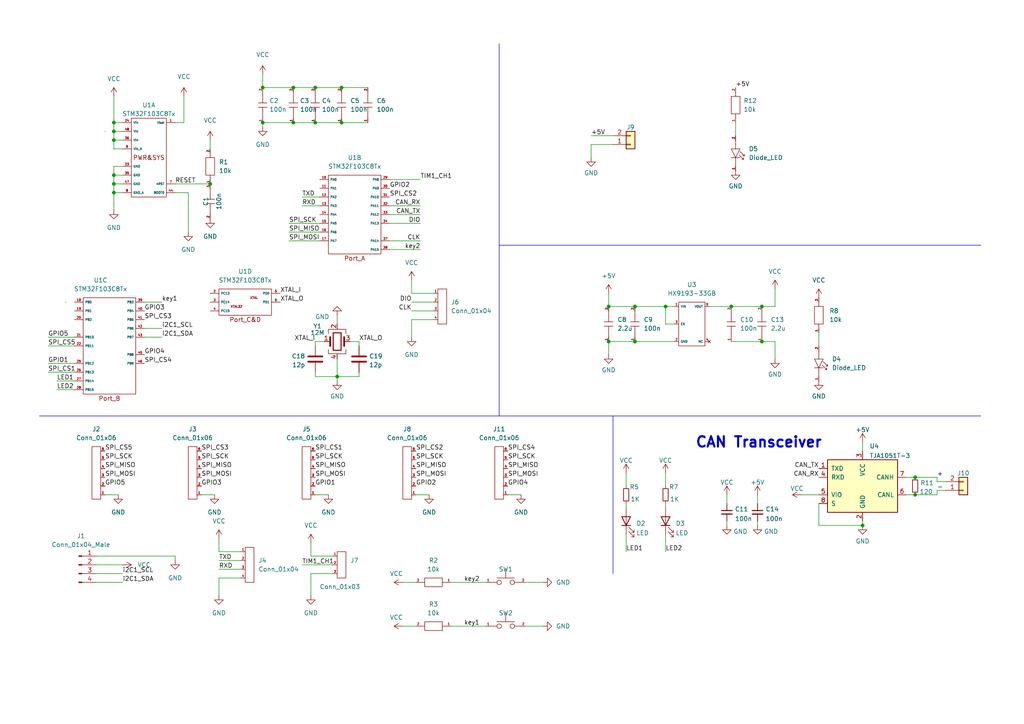
<source format=kicad_sch>
(kicad_sch (version 20230121) (generator eeschema)

  (uuid 72952274-aac4-4537-83bf-3b14c2891d71)

  (paper "A4")

  (lib_symbols
    (symbol "302_Link_W2B-Connector:Conn_01x03" (in_bom yes) (on_board yes)
      (property "Reference" "J" (at 0 -5.08 0)
        (effects (font (size 1.27 1.27)))
      )
      (property "Value" "Conn_01x03" (at 0 5.08 0)
        (effects (font (size 1.27 1.27)))
      )
      (property "Footprint" "" (at 0 1.27 0)
        (effects (font (size 1.27 1.27)) hide)
      )
      (property "Datasheet" "" (at 0 1.27 0)
        (effects (font (size 1.27 1.27)) hide)
      )
      (symbol "Conn_01x03_0_0"
        (pin passive line (at -2.54 2.54 0) (length 1.27)
          (name "" (effects (font (size 0.635 0.635))))
          (number "1" (effects (font (size 0.635 0.635))))
        )
        (pin passive line (at -2.54 0 0) (length 1.27)
          (name "" (effects (font (size 0.635 0.635))))
          (number "2" (effects (font (size 0.635 0.635))))
        )
        (pin passive line (at -2.54 -2.54 0) (length 1.27)
          (name "" (effects (font (size 0.635 0.635))))
          (number "3" (effects (font (size 0.635 0.635))))
        )
      )
      (symbol "Conn_01x03_0_1"
        (rectangle (start -1.27 3.81) (end 1.27 -3.81)
          (stroke (width 0.1524) (type default))
          (fill (type none))
        )
      )
    )
    (symbol "302_Link_W2B-Connector:Conn_01x06" (in_bom yes) (on_board yes)
      (property "Reference" "J" (at 0 -16.51 0)
        (effects (font (size 1.27 1.27)))
      )
      (property "Value" "Conn_01x06" (at 0 1.27 0)
        (effects (font (size 1.27 1.27)))
      )
      (property "Footprint" "" (at 0 0 0)
        (effects (font (size 1.27 1.27)) hide)
      )
      (property "Datasheet" "" (at 0 0 0)
        (effects (font (size 1.27 1.27)) hide)
      )
      (symbol "Conn_01x06_0_0"
        (pin passive line (at -2.54 -1.27 0) (length 1.27)
          (name "" (effects (font (size 0.635 0.635))))
          (number "1" (effects (font (size 0.635 0.635))))
        )
        (pin passive line (at -2.54 -3.81 0) (length 1.27)
          (name "" (effects (font (size 0.635 0.635))))
          (number "2" (effects (font (size 0.635 0.635))))
        )
        (pin passive line (at -2.54 -6.35 0) (length 1.27)
          (name "" (effects (font (size 0.635 0.635))))
          (number "3" (effects (font (size 0.635 0.635))))
        )
        (pin passive line (at -2.54 -8.89 0) (length 1.27)
          (name "" (effects (font (size 0.635 0.635))))
          (number "4" (effects (font (size 0.635 0.635))))
        )
        (pin passive line (at -2.54 -11.43 0) (length 1.27)
          (name "" (effects (font (size 0.635 0.635))))
          (number "5" (effects (font (size 0.635 0.635))))
        )
        (pin passive line (at -2.54 -13.97 0) (length 1.27)
          (name "" (effects (font (size 0.635 0.635))))
          (number "6" (effects (font (size 0.635 0.635))))
        )
      )
      (symbol "Conn_01x06_0_1"
        (rectangle (start -1.27 0) (end 1.27 -15.24)
          (stroke (width 0.1524) (type default))
          (fill (type none))
        )
      )
    )
    (symbol "Basic_passive_components:Capacitor" (pin_names (offset 1.016)) (in_bom yes) (on_board yes)
      (property "Reference" "C" (at -4.445 -2.54 0)
        (effects (font (size 1.27 1.27)))
      )
      (property "Value" "Capacitor" (at 0 2.54 0)
        (effects (font (size 1.27 1.27)))
      )
      (property "Footprint" "" (at 0 0 0)
        (effects (font (size 1.27 1.27)) hide)
      )
      (property "Datasheet" "" (at 0 0 0)
        (effects (font (size 1.27 1.27)) hide)
      )
      (symbol "Capacitor_0_1"
        (polyline
          (pts
            (xy -3.81 0)
            (xy -0.635 0)
          )
          (stroke (width 0) (type default))
          (fill (type none))
        )
        (polyline
          (pts
            (xy -0.635 1.27)
            (xy -0.635 -1.27)
          )
          (stroke (width 0) (type default))
          (fill (type none))
        )
        (polyline
          (pts
            (xy 0.635 0)
            (xy 3.81 0)
          )
          (stroke (width 0) (type default))
          (fill (type none))
        )
        (polyline
          (pts
            (xy 0.635 1.27)
            (xy 0.635 -1.27)
          )
          (stroke (width 0) (type default))
          (fill (type none))
        )
      )
      (symbol "Capacitor_1_1"
        (pin passive line (at -5.08 0 0) (length 1.27)
          (name "~" (effects (font (size 0.635 0.635))))
          (number "1" (effects (font (size 0.635 0.635))))
        )
        (pin passive line (at 5.08 0 180) (length 1.27)
          (name "~" (effects (font (size 0.635 0.635))))
          (number "2" (effects (font (size 0.635 0.635))))
        )
      )
    )
    (symbol "Basic_passive_components:Resistor" (pin_names (offset 1.016)) (in_bom yes) (on_board yes)
      (property "Reference" "R" (at -4.445 -2.54 0)
        (effects (font (size 1.27 1.27)))
      )
      (property "Value" "Resistor" (at 0 2.54 0)
        (effects (font (size 1.27 1.27)))
      )
      (property "Footprint" "" (at -3.81 3.81 0)
        (effects (font (size 1.27 1.27)) hide)
      )
      (property "Datasheet" "" (at -3.81 3.81 0)
        (effects (font (size 1.27 1.27)) hide)
      )
      (symbol "Resistor_0_1"
        (rectangle (start -2.54 1.27) (end 2.54 -1.27)
          (stroke (width 0) (type default))
          (fill (type none))
        )
        (polyline
          (pts
            (xy -3.81 0)
            (xy -2.54 0)
          )
          (stroke (width 0) (type default))
          (fill (type none))
        )
        (polyline
          (pts
            (xy 2.54 0)
            (xy 3.81 0)
          )
          (stroke (width 0) (type default))
          (fill (type none))
        )
      )
      (symbol "Resistor_1_1"
        (pin passive line (at -5.08 0 0) (length 1.27)
          (name "~" (effects (font (size 0.635 0.635))))
          (number "1" (effects (font (size 0.635 0.635))))
        )
        (pin passive line (at 5.08 0 180) (length 1.27)
          (name "~" (effects (font (size 0.635 0.635))))
          (number "2" (effects (font (size 0.635 0.635))))
        )
      )
    )
    (symbol "Basic_semiconductor:Diode_LED" (pin_names hide) (in_bom yes) (on_board yes)
      (property "Reference" "D" (at -5.08 -2.54 0)
        (effects (font (size 1.27 1.27)))
      )
      (property "Value" "Diode_LED" (at 0 3.81 0)
        (effects (font (size 1.27 1.27)))
      )
      (property "Footprint" "" (at 0 0 0)
        (effects (font (size 1.27 1.27)) hide)
      )
      (property "Datasheet" "" (at 0 0 0)
        (effects (font (size 1.27 1.27)) hide)
      )
      (symbol "Diode_LED_0_1"
        (polyline
          (pts
            (xy -3.81 0)
            (xy -1.27 0)
          )
          (stroke (width 0) (type default))
          (fill (type none))
        )
        (polyline
          (pts
            (xy -1.778 -2.286)
            (xy -1.778 -1.778)
          )
          (stroke (width 0.1524) (type default))
          (fill (type none))
        )
        (polyline
          (pts
            (xy -1.778 -2.286)
            (xy -1.27 -2.286)
          )
          (stroke (width 0.1524) (type default))
          (fill (type none))
        )
        (polyline
          (pts
            (xy -1.27 1.27)
            (xy -1.27 -1.27)
          )
          (stroke (width 0) (type default))
          (fill (type none))
        )
        (polyline
          (pts
            (xy -0.762 -2.54)
            (xy -0.762 -2.032)
          )
          (stroke (width 0.1524) (type default))
          (fill (type none))
        )
        (polyline
          (pts
            (xy -0.762 -2.54)
            (xy -0.254 -2.54)
          )
          (stroke (width 0.1524) (type default))
          (fill (type none))
        )
        (polyline
          (pts
            (xy -0.508 -1.016)
            (xy -1.778 -2.286)
          )
          (stroke (width 0.1524) (type default))
          (fill (type none))
        )
        (polyline
          (pts
            (xy 0.508 -1.27)
            (xy -0.762 -2.54)
          )
          (stroke (width 0.1524) (type default))
          (fill (type none))
        )
        (polyline
          (pts
            (xy 1.27 0)
            (xy 3.81 0)
          )
          (stroke (width 0) (type default))
          (fill (type none))
        )
        (polyline
          (pts
            (xy 1.27 1.27)
            (xy -1.27 0)
            (xy 1.27 -1.27)
            (xy 1.27 1.27)
          )
          (stroke (width 0) (type default))
          (fill (type none))
        )
      )
      (symbol "Diode_LED_1_1"
        (pin passive line (at -5.08 0 0) (length 1.27)
          (name "Cathode" (effects (font (size 0.635 0.635))))
          (number "1" (effects (font (size 0.635 0.635))))
        )
        (pin passive line (at 5.08 0 180) (length 1.27)
          (name "Anode" (effects (font (size 0.635 0.635))))
          (number "2" (effects (font (size 0.635 0.635))))
        )
      )
    )
    (symbol "Basic_switch:Switch-2" (in_bom yes) (on_board yes)
      (property "Reference" "SW" (at 0 -3.81 0)
        (effects (font (size 1.27 1.27)))
      )
      (property "Value" "Switch-2" (at 0 5.08 0)
        (effects (font (size 1.27 1.27)))
      )
      (property "Footprint" "" (at -1.27 0 0)
        (effects (font (size 1.27 1.27)) hide)
      )
      (property "Datasheet" "" (at -1.27 0 0)
        (effects (font (size 1.27 1.27)) hide)
      )
      (symbol "Switch-2_0_1"
        (circle (center -1.905 0) (radius 0.635)
          (stroke (width 0) (type default))
          (fill (type none))
        )
        (polyline
          (pts
            (xy -4.445 0)
            (xy -2.54 0)
          )
          (stroke (width 0) (type default))
          (fill (type none))
        )
        (polyline
          (pts
            (xy -2.54 1.27)
            (xy 2.54 1.27)
          )
          (stroke (width 0) (type default))
          (fill (type none))
        )
        (polyline
          (pts
            (xy 0 1.27)
            (xy 0 3.175)
          )
          (stroke (width 0) (type default))
          (fill (type none))
        )
        (polyline
          (pts
            (xy 2.54 0)
            (xy 4.445 0)
          )
          (stroke (width 0) (type default))
          (fill (type none))
        )
        (circle (center 1.905 0) (radius 0.635)
          (stroke (width 0) (type default))
          (fill (type none))
        )
      )
      (symbol "Switch-2_1_1"
        (pin passive line (at -5.715 0 0) (length 1.27)
          (name "~" (effects (font (size 0.635 0.635))))
          (number "1" (effects (font (size 0.635 0.635))))
        )
        (pin passive line (at 5.715 0 180) (length 1.27)
          (name "~" (effects (font (size 0.635 0.635))))
          (number "2" (effects (font (size 0.635 0.635))))
        )
      )
    )
    (symbol "Connector:Conn_01x04_Male" (pin_names (offset 1.016) hide) (in_bom yes) (on_board yes)
      (property "Reference" "J" (at 0 5.08 0)
        (effects (font (size 1.27 1.27)))
      )
      (property "Value" "Conn_01x04_Male" (at 0 -7.62 0)
        (effects (font (size 1.27 1.27)))
      )
      (property "Footprint" "" (at 0 0 0)
        (effects (font (size 1.27 1.27)) hide)
      )
      (property "Datasheet" "~" (at 0 0 0)
        (effects (font (size 1.27 1.27)) hide)
      )
      (property "ki_keywords" "connector" (at 0 0 0)
        (effects (font (size 1.27 1.27)) hide)
      )
      (property "ki_description" "Generic connector, single row, 01x04, script generated (kicad-library-utils/schlib/autogen/connector/)" (at 0 0 0)
        (effects (font (size 1.27 1.27)) hide)
      )
      (property "ki_fp_filters" "Connector*:*_1x??_*" (at 0 0 0)
        (effects (font (size 1.27 1.27)) hide)
      )
      (symbol "Conn_01x04_Male_1_1"
        (polyline
          (pts
            (xy 1.27 -5.08)
            (xy 0.8636 -5.08)
          )
          (stroke (width 0.1524) (type default))
          (fill (type none))
        )
        (polyline
          (pts
            (xy 1.27 -2.54)
            (xy 0.8636 -2.54)
          )
          (stroke (width 0.1524) (type default))
          (fill (type none))
        )
        (polyline
          (pts
            (xy 1.27 0)
            (xy 0.8636 0)
          )
          (stroke (width 0.1524) (type default))
          (fill (type none))
        )
        (polyline
          (pts
            (xy 1.27 2.54)
            (xy 0.8636 2.54)
          )
          (stroke (width 0.1524) (type default))
          (fill (type none))
        )
        (rectangle (start 0.8636 -4.953) (end 0 -5.207)
          (stroke (width 0.1524) (type default))
          (fill (type outline))
        )
        (rectangle (start 0.8636 -2.413) (end 0 -2.667)
          (stroke (width 0.1524) (type default))
          (fill (type outline))
        )
        (rectangle (start 0.8636 0.127) (end 0 -0.127)
          (stroke (width 0.1524) (type default))
          (fill (type outline))
        )
        (rectangle (start 0.8636 2.667) (end 0 2.413)
          (stroke (width 0.1524) (type default))
          (fill (type outline))
        )
        (pin passive line (at 5.08 2.54 180) (length 3.81)
          (name "Pin_1" (effects (font (size 1.27 1.27))))
          (number "1" (effects (font (size 1.27 1.27))))
        )
        (pin passive line (at 5.08 0 180) (length 3.81)
          (name "Pin_2" (effects (font (size 1.27 1.27))))
          (number "2" (effects (font (size 1.27 1.27))))
        )
        (pin passive line (at 5.08 -2.54 180) (length 3.81)
          (name "Pin_3" (effects (font (size 1.27 1.27))))
          (number "3" (effects (font (size 1.27 1.27))))
        )
        (pin passive line (at 5.08 -5.08 180) (length 3.81)
          (name "Pin_4" (effects (font (size 1.27 1.27))))
          (number "4" (effects (font (size 1.27 1.27))))
        )
      )
    )
    (symbol "Connector_Generic:Conn_01x02" (pin_names (offset 1.016) hide) (in_bom yes) (on_board yes)
      (property "Reference" "J" (at 0 2.54 0)
        (effects (font (size 1.27 1.27)))
      )
      (property "Value" "Conn_01x02" (at 0 -5.08 0)
        (effects (font (size 1.27 1.27)))
      )
      (property "Footprint" "" (at 0 0 0)
        (effects (font (size 1.27 1.27)) hide)
      )
      (property "Datasheet" "~" (at 0 0 0)
        (effects (font (size 1.27 1.27)) hide)
      )
      (property "ki_keywords" "connector" (at 0 0 0)
        (effects (font (size 1.27 1.27)) hide)
      )
      (property "ki_description" "Generic connector, single row, 01x02, script generated (kicad-library-utils/schlib/autogen/connector/)" (at 0 0 0)
        (effects (font (size 1.27 1.27)) hide)
      )
      (property "ki_fp_filters" "Connector*:*_1x??_*" (at 0 0 0)
        (effects (font (size 1.27 1.27)) hide)
      )
      (symbol "Conn_01x02_1_1"
        (rectangle (start -1.27 -2.413) (end 0 -2.667)
          (stroke (width 0.1524) (type default))
          (fill (type none))
        )
        (rectangle (start -1.27 0.127) (end 0 -0.127)
          (stroke (width 0.1524) (type default))
          (fill (type none))
        )
        (rectangle (start -1.27 1.27) (end 1.27 -3.81)
          (stroke (width 0.254) (type default))
          (fill (type background))
        )
        (pin passive line (at -5.08 0 0) (length 3.81)
          (name "Pin_1" (effects (font (size 1.27 1.27))))
          (number "1" (effects (font (size 1.27 1.27))))
        )
        (pin passive line (at -5.08 -2.54 0) (length 3.81)
          (name "Pin_2" (effects (font (size 1.27 1.27))))
          (number "2" (effects (font (size 1.27 1.27))))
        )
      )
    )
    (symbol "Device:C" (pin_numbers hide) (pin_names (offset 0.254)) (in_bom yes) (on_board yes)
      (property "Reference" "C" (at 0.635 2.54 0)
        (effects (font (size 1.27 1.27)) (justify left))
      )
      (property "Value" "C" (at 0.635 -2.54 0)
        (effects (font (size 1.27 1.27)) (justify left))
      )
      (property "Footprint" "" (at 0.9652 -3.81 0)
        (effects (font (size 1.27 1.27)) hide)
      )
      (property "Datasheet" "~" (at 0 0 0)
        (effects (font (size 1.27 1.27)) hide)
      )
      (property "ki_keywords" "cap capacitor" (at 0 0 0)
        (effects (font (size 1.27 1.27)) hide)
      )
      (property "ki_description" "Unpolarized capacitor" (at 0 0 0)
        (effects (font (size 1.27 1.27)) hide)
      )
      (property "ki_fp_filters" "C_*" (at 0 0 0)
        (effects (font (size 1.27 1.27)) hide)
      )
      (symbol "C_0_1"
        (polyline
          (pts
            (xy -2.032 -0.762)
            (xy 2.032 -0.762)
          )
          (stroke (width 0.508) (type default))
          (fill (type none))
        )
        (polyline
          (pts
            (xy -2.032 0.762)
            (xy 2.032 0.762)
          )
          (stroke (width 0.508) (type default))
          (fill (type none))
        )
      )
      (symbol "C_1_1"
        (pin passive line (at 0 3.81 270) (length 2.794)
          (name "~" (effects (font (size 1.27 1.27))))
          (number "1" (effects (font (size 1.27 1.27))))
        )
        (pin passive line (at 0 -3.81 90) (length 2.794)
          (name "~" (effects (font (size 1.27 1.27))))
          (number "2" (effects (font (size 1.27 1.27))))
        )
      )
    )
    (symbol "Device:C_Small" (pin_numbers hide) (pin_names (offset 0.254) hide) (in_bom yes) (on_board yes)
      (property "Reference" "C" (at 0.254 1.778 0)
        (effects (font (size 1.27 1.27)) (justify left))
      )
      (property "Value" "C_Small" (at 0.254 -2.032 0)
        (effects (font (size 1.27 1.27)) (justify left))
      )
      (property "Footprint" "" (at 0 0 0)
        (effects (font (size 1.27 1.27)) hide)
      )
      (property "Datasheet" "~" (at 0 0 0)
        (effects (font (size 1.27 1.27)) hide)
      )
      (property "ki_keywords" "capacitor cap" (at 0 0 0)
        (effects (font (size 1.27 1.27)) hide)
      )
      (property "ki_description" "Unpolarized capacitor, small symbol" (at 0 0 0)
        (effects (font (size 1.27 1.27)) hide)
      )
      (property "ki_fp_filters" "C_*" (at 0 0 0)
        (effects (font (size 1.27 1.27)) hide)
      )
      (symbol "C_Small_0_1"
        (polyline
          (pts
            (xy -1.524 -0.508)
            (xy 1.524 -0.508)
          )
          (stroke (width 0.3302) (type default))
          (fill (type none))
        )
        (polyline
          (pts
            (xy -1.524 0.508)
            (xy 1.524 0.508)
          )
          (stroke (width 0.3048) (type default))
          (fill (type none))
        )
      )
      (symbol "C_Small_1_1"
        (pin passive line (at 0 2.54 270) (length 2.032)
          (name "~" (effects (font (size 1.27 1.27))))
          (number "1" (effects (font (size 1.27 1.27))))
        )
        (pin passive line (at 0 -2.54 90) (length 2.032)
          (name "~" (effects (font (size 1.27 1.27))))
          (number "2" (effects (font (size 1.27 1.27))))
        )
      )
    )
    (symbol "Device:Crystal_GND24" (pin_names (offset 1.016) hide) (in_bom yes) (on_board yes)
      (property "Reference" "Y" (at 3.175 5.08 0)
        (effects (font (size 1.27 1.27)) (justify left))
      )
      (property "Value" "Crystal_GND24" (at 3.175 3.175 0)
        (effects (font (size 1.27 1.27)) (justify left))
      )
      (property "Footprint" "" (at 0 0 0)
        (effects (font (size 1.27 1.27)) hide)
      )
      (property "Datasheet" "~" (at 0 0 0)
        (effects (font (size 1.27 1.27)) hide)
      )
      (property "ki_keywords" "quartz ceramic resonator oscillator" (at 0 0 0)
        (effects (font (size 1.27 1.27)) hide)
      )
      (property "ki_description" "Four pin crystal, GND on pins 2 and 4" (at 0 0 0)
        (effects (font (size 1.27 1.27)) hide)
      )
      (property "ki_fp_filters" "Crystal*" (at 0 0 0)
        (effects (font (size 1.27 1.27)) hide)
      )
      (symbol "Crystal_GND24_0_1"
        (rectangle (start -1.143 2.54) (end 1.143 -2.54)
          (stroke (width 0.3048) (type default))
          (fill (type none))
        )
        (polyline
          (pts
            (xy -2.54 0)
            (xy -2.032 0)
          )
          (stroke (width 0) (type default))
          (fill (type none))
        )
        (polyline
          (pts
            (xy -2.032 -1.27)
            (xy -2.032 1.27)
          )
          (stroke (width 0.508) (type default))
          (fill (type none))
        )
        (polyline
          (pts
            (xy 0 -3.81)
            (xy 0 -3.556)
          )
          (stroke (width 0) (type default))
          (fill (type none))
        )
        (polyline
          (pts
            (xy 0 3.556)
            (xy 0 3.81)
          )
          (stroke (width 0) (type default))
          (fill (type none))
        )
        (polyline
          (pts
            (xy 2.032 -1.27)
            (xy 2.032 1.27)
          )
          (stroke (width 0.508) (type default))
          (fill (type none))
        )
        (polyline
          (pts
            (xy 2.032 0)
            (xy 2.54 0)
          )
          (stroke (width 0) (type default))
          (fill (type none))
        )
        (polyline
          (pts
            (xy -2.54 -2.286)
            (xy -2.54 -3.556)
            (xy 2.54 -3.556)
            (xy 2.54 -2.286)
          )
          (stroke (width 0) (type default))
          (fill (type none))
        )
        (polyline
          (pts
            (xy -2.54 2.286)
            (xy -2.54 3.556)
            (xy 2.54 3.556)
            (xy 2.54 2.286)
          )
          (stroke (width 0) (type default))
          (fill (type none))
        )
      )
      (symbol "Crystal_GND24_1_1"
        (pin passive line (at -3.81 0 0) (length 1.27)
          (name "1" (effects (font (size 1.27 1.27))))
          (number "1" (effects (font (size 1.27 1.27))))
        )
        (pin passive line (at 0 5.08 270) (length 1.27)
          (name "2" (effects (font (size 1.27 1.27))))
          (number "2" (effects (font (size 1.27 1.27))))
        )
        (pin passive line (at 3.81 0 180) (length 1.27)
          (name "3" (effects (font (size 1.27 1.27))))
          (number "3" (effects (font (size 1.27 1.27))))
        )
        (pin passive line (at 0 -5.08 90) (length 1.27)
          (name "4" (effects (font (size 1.27 1.27))))
          (number "4" (effects (font (size 1.27 1.27))))
        )
      )
    )
    (symbol "Device:LED" (pin_numbers hide) (pin_names (offset 1.016) hide) (in_bom yes) (on_board yes)
      (property "Reference" "D" (at 0 2.54 0)
        (effects (font (size 1.27 1.27)))
      )
      (property "Value" "LED" (at 0 -2.54 0)
        (effects (font (size 1.27 1.27)))
      )
      (property "Footprint" "" (at 0 0 0)
        (effects (font (size 1.27 1.27)) hide)
      )
      (property "Datasheet" "~" (at 0 0 0)
        (effects (font (size 1.27 1.27)) hide)
      )
      (property "ki_keywords" "LED diode" (at 0 0 0)
        (effects (font (size 1.27 1.27)) hide)
      )
      (property "ki_description" "Light emitting diode" (at 0 0 0)
        (effects (font (size 1.27 1.27)) hide)
      )
      (property "ki_fp_filters" "LED* LED_SMD:* LED_THT:*" (at 0 0 0)
        (effects (font (size 1.27 1.27)) hide)
      )
      (symbol "LED_0_1"
        (polyline
          (pts
            (xy -1.27 -1.27)
            (xy -1.27 1.27)
          )
          (stroke (width 0.254) (type default))
          (fill (type none))
        )
        (polyline
          (pts
            (xy -1.27 0)
            (xy 1.27 0)
          )
          (stroke (width 0) (type default))
          (fill (type none))
        )
        (polyline
          (pts
            (xy 1.27 -1.27)
            (xy 1.27 1.27)
            (xy -1.27 0)
            (xy 1.27 -1.27)
          )
          (stroke (width 0.254) (type default))
          (fill (type none))
        )
        (polyline
          (pts
            (xy -3.048 -0.762)
            (xy -4.572 -2.286)
            (xy -3.81 -2.286)
            (xy -4.572 -2.286)
            (xy -4.572 -1.524)
          )
          (stroke (width 0) (type default))
          (fill (type none))
        )
        (polyline
          (pts
            (xy -1.778 -0.762)
            (xy -3.302 -2.286)
            (xy -2.54 -2.286)
            (xy -3.302 -2.286)
            (xy -3.302 -1.524)
          )
          (stroke (width 0) (type default))
          (fill (type none))
        )
      )
      (symbol "LED_1_1"
        (pin passive line (at -3.81 0 0) (length 2.54)
          (name "K" (effects (font (size 1.27 1.27))))
          (number "1" (effects (font (size 1.27 1.27))))
        )
        (pin passive line (at 3.81 0 180) (length 2.54)
          (name "A" (effects (font (size 1.27 1.27))))
          (number "2" (effects (font (size 1.27 1.27))))
        )
      )
    )
    (symbol "Device:R_Small" (pin_numbers hide) (pin_names (offset 0.254) hide) (in_bom yes) (on_board yes)
      (property "Reference" "R" (at 0.762 0.508 0)
        (effects (font (size 1.27 1.27)) (justify left))
      )
      (property "Value" "R_Small" (at 0.762 -1.016 0)
        (effects (font (size 1.27 1.27)) (justify left))
      )
      (property "Footprint" "" (at 0 0 0)
        (effects (font (size 1.27 1.27)) hide)
      )
      (property "Datasheet" "~" (at 0 0 0)
        (effects (font (size 1.27 1.27)) hide)
      )
      (property "ki_keywords" "R resistor" (at 0 0 0)
        (effects (font (size 1.27 1.27)) hide)
      )
      (property "ki_description" "Resistor, small symbol" (at 0 0 0)
        (effects (font (size 1.27 1.27)) hide)
      )
      (property "ki_fp_filters" "R_*" (at 0 0 0)
        (effects (font (size 1.27 1.27)) hide)
      )
      (symbol "R_Small_0_1"
        (rectangle (start -0.762 1.778) (end 0.762 -1.778)
          (stroke (width 0.2032) (type default))
          (fill (type none))
        )
      )
      (symbol "R_Small_1_1"
        (pin passive line (at 0 2.54 270) (length 0.762)
          (name "~" (effects (font (size 1.27 1.27))))
          (number "1" (effects (font (size 1.27 1.27))))
        )
        (pin passive line (at 0 -2.54 90) (length 0.762)
          (name "~" (effects (font (size 1.27 1.27))))
          (number "2" (effects (font (size 1.27 1.27))))
        )
      )
    )
    (symbol "Integrated-circuit_micro-controller:STM32F103C8Tx" (in_bom yes) (on_board yes)
      (property "Reference" "U" (at -5.08 -15.24 0)
        (effects (font (size 1.27 1.27)))
      )
      (property "Value" "STM32F103C8Tx" (at 0 17.78 0)
        (effects (font (size 1.27 1.27)))
      )
      (property "Footprint" "GENERAL_MIDDLE-SEMI_SMD:QFP-7070_48" (at 0 20.32 0)
        (effects (font (size 1.27 1.27)) hide)
      )
      (property "Datasheet" "" (at -13.97 17.78 0)
        (effects (font (size 1.27 1.27)) hide)
      )
      (property "ki_locked" "" (at 0 0 0)
        (effects (font (size 1.27 1.27)))
      )
      (property "ki_keywords" "QFP-7070_48" (at 0 0 0)
        (effects (font (size 1.27 1.27)) hide)
      )
      (property "ki_description" "Cortex-M3 72MHz, STM32F1 series" (at 0 0 0)
        (effects (font (size 1.27 1.27)) hide)
      )
      (symbol "STM32F103C8Tx_1_0"
        (rectangle (start -12.7 7.62) (end -12.7 7.62)
          (stroke (width 0.1524) (type default))
          (fill (type none))
        )
        (rectangle (start -12.7 7.62) (end -12.7 7.62)
          (stroke (width 0.1524) (type default))
          (fill (type none))
        )
        (text "PWR&SYS" (at 0 0 0)
          (effects (font (size 1.27 1.27)))
        )
      )
      (symbol "STM32F103C8Tx_1_1"
        (rectangle (start -5.08 11.43) (end 5.08 -11.43)
          (stroke (width 0) (type default))
          (fill (type none))
        )
        (pin power_in line (at 7.62 10.16 180) (length 2.54)
          (name "Vbat" (effects (font (size 0.635 0.635))))
          (number "1" (effects (font (size 0.635 0.635))))
        )
        (pin power_in line (at -7.62 -2.54 0) (length 2.54)
          (name "GND" (effects (font (size 0.635 0.635))))
          (number "23" (effects (font (size 0.635 0.635))))
        )
        (pin power_in line (at -7.62 10.16 0) (length 2.54)
          (name "Vin" (effects (font (size 0.635 0.635))))
          (number "24" (effects (font (size 0.635 0.635))))
        )
        (pin power_in line (at -7.62 -5.08 0) (length 2.54)
          (name "GND" (effects (font (size 0.635 0.635))))
          (number "35" (effects (font (size 0.635 0.635))))
        )
        (pin power_in line (at -7.62 5.08 0) (length 2.54)
          (name "Vin" (effects (font (size 0.635 0.635))))
          (number "36" (effects (font (size 0.635 0.635))))
        )
        (pin input line (at 7.62 -10.16 180) (length 2.54)
          (name "BOOT0" (effects (font (size 0.635 0.635))))
          (number "44" (effects (font (size 0.635 0.635))))
        )
        (pin power_in line (at -7.62 -7.62 0) (length 2.54)
          (name "GND" (effects (font (size 0.635 0.635))))
          (number "47" (effects (font (size 0.635 0.635))))
        )
        (pin power_in line (at -7.62 7.62 0) (length 2.54)
          (name "Vin" (effects (font (size 0.635 0.635))))
          (number "48" (effects (font (size 0.635 0.635))))
        )
        (pin input line (at 7.62 -7.62 180) (length 2.54)
          (name "nRST" (effects (font (size 0.635 0.635))))
          (number "7" (effects (font (size 0.635 0.635))))
        )
        (pin power_in line (at -7.62 -10.16 0) (length 2.54)
          (name "GND_A" (effects (font (size 0.635 0.635))))
          (number "8" (effects (font (size 0.635 0.635))))
        )
        (pin power_in line (at -7.62 2.54 0) (length 2.54)
          (name "Vin_A" (effects (font (size 0.635 0.635))))
          (number "9" (effects (font (size 0.635 0.635))))
        )
      )
      (symbol "STM32F103C8Tx_2_0"
        (text "Port_A" (at 0 -12.7 0)
          (effects (font (size 1.27 1.27)))
        )
      )
      (symbol "STM32F103C8Tx_2_1"
        (rectangle (start -7.62 11.43) (end 7.62 -11.43)
          (stroke (width 0) (type default))
          (fill (type none))
        )
        (pin bidirectional line (at -10.16 10.16 0) (length 2.54)
          (name "PA0" (effects (font (size 0.635 0.635))))
          (number "10" (effects (font (size 0.635 0.635))))
        )
        (pin bidirectional line (at -10.16 7.62 0) (length 2.54)
          (name "PA1" (effects (font (size 0.635 0.635))))
          (number "11" (effects (font (size 0.635 0.635))))
        )
        (pin bidirectional line (at -10.16 5.08 0) (length 2.54)
          (name "PA2" (effects (font (size 0.635 0.635))))
          (number "12" (effects (font (size 0.635 0.635))))
        )
        (pin bidirectional line (at -10.16 2.54 0) (length 2.54)
          (name "PA3" (effects (font (size 0.635 0.635))))
          (number "13" (effects (font (size 0.635 0.635))))
        )
        (pin bidirectional line (at -10.16 0 0) (length 2.54)
          (name "PA4" (effects (font (size 0.635 0.635))))
          (number "14" (effects (font (size 0.635 0.635))))
        )
        (pin bidirectional line (at -10.16 -2.54 0) (length 2.54)
          (name "PA5" (effects (font (size 0.635 0.635))))
          (number "15" (effects (font (size 0.635 0.635))))
        )
        (pin bidirectional line (at -10.16 -5.08 0) (length 2.54)
          (name "PA6" (effects (font (size 0.635 0.635))))
          (number "16" (effects (font (size 0.635 0.635))))
        )
        (pin bidirectional line (at -10.16 -7.62 0) (length 2.54)
          (name "PA7" (effects (font (size 0.635 0.635))))
          (number "17" (effects (font (size 0.635 0.635))))
        )
        (pin bidirectional line (at 10.16 10.16 180) (length 2.54)
          (name "PA8" (effects (font (size 0.635 0.635))))
          (number "29" (effects (font (size 0.635 0.635))))
        )
        (pin bidirectional line (at 10.16 7.62 180) (length 2.54)
          (name "PA9" (effects (font (size 0.635 0.635))))
          (number "30" (effects (font (size 0.635 0.635))))
        )
        (pin bidirectional line (at 10.16 5.08 180) (length 2.54)
          (name "PA10" (effects (font (size 0.635 0.635))))
          (number "31" (effects (font (size 0.635 0.635))))
        )
        (pin bidirectional line (at 10.16 2.54 180) (length 2.54)
          (name "PA11" (effects (font (size 0.635 0.635))))
          (number "32" (effects (font (size 0.635 0.635))))
        )
        (pin bidirectional line (at 10.16 0 180) (length 2.54)
          (name "PA12" (effects (font (size 0.635 0.635))))
          (number "33" (effects (font (size 0.635 0.635))))
        )
        (pin bidirectional line (at 10.16 -2.54 180) (length 2.54)
          (name "PA13" (effects (font (size 0.635 0.635))))
          (number "34" (effects (font (size 0.635 0.635))))
        )
        (pin bidirectional line (at 10.16 -7.62 180) (length 2.54)
          (name "PA14" (effects (font (size 0.635 0.635))))
          (number "37" (effects (font (size 0.635 0.635))))
        )
        (pin bidirectional line (at 10.16 -10.16 180) (length 2.54)
          (name "PA15" (effects (font (size 0.635 0.635))))
          (number "38" (effects (font (size 0.635 0.635))))
        )
      )
      (symbol "STM32F103C8Tx_3_0"
        (rectangle (start -12.7 15.24) (end -12.7 15.24)
          (stroke (width 0.1524) (type default))
          (fill (type none))
        )
        (rectangle (start -12.7 15.24) (end -12.7 15.24)
          (stroke (width 0.1524) (type default))
          (fill (type none))
        )
        (text "Port_B" (at 0 -12.7 0)
          (effects (font (size 1.27 1.27)))
        )
      )
      (symbol "STM32F103C8Tx_3_1"
        (rectangle (start -7.62 16.51) (end 7.62 -11.43)
          (stroke (width 0) (type default))
          (fill (type none))
        )
        (pin bidirectional line (at -10.16 15.24 0) (length 2.54)
          (name "PB0" (effects (font (size 0.635 0.635))))
          (number "18" (effects (font (size 0.635 0.635))))
        )
        (pin bidirectional line (at -10.16 12.7 0) (length 2.54)
          (name "PB1" (effects (font (size 0.635 0.635))))
          (number "19" (effects (font (size 0.635 0.635))))
        )
        (pin bidirectional line (at -10.16 10.16 0) (length 2.54)
          (name "PB2" (effects (font (size 0.635 0.635))))
          (number "20" (effects (font (size 0.635 0.635))))
        )
        (pin bidirectional line (at -10.16 5.08 0) (length 2.54)
          (name "PB10" (effects (font (size 0.635 0.635))))
          (number "21" (effects (font (size 0.635 0.635))))
        )
        (pin bidirectional line (at -10.16 2.54 0) (length 2.54)
          (name "PB11" (effects (font (size 0.635 0.635))))
          (number "22" (effects (font (size 0.635 0.635))))
        )
        (pin bidirectional line (at -10.16 -2.54 0) (length 2.54)
          (name "PB12" (effects (font (size 0.635 0.635))))
          (number "25" (effects (font (size 0.635 0.635))))
        )
        (pin bidirectional line (at -10.16 -5.08 0) (length 2.54)
          (name "PB13" (effects (font (size 0.635 0.635))))
          (number "26" (effects (font (size 0.635 0.635))))
        )
        (pin bidirectional line (at -10.16 -7.62 0) (length 2.54)
          (name "PB14" (effects (font (size 0.635 0.635))))
          (number "27" (effects (font (size 0.635 0.635))))
        )
        (pin bidirectional line (at -10.16 -10.16 0) (length 2.54)
          (name "PB15" (effects (font (size 0.635 0.635))))
          (number "28" (effects (font (size 0.635 0.635))))
        )
        (pin bidirectional line (at 10.16 15.24 180) (length 2.54)
          (name "PB3" (effects (font (size 0.635 0.635))))
          (number "39" (effects (font (size 0.635 0.635))))
        )
        (pin bidirectional line (at 10.16 12.7 180) (length 2.54)
          (name "PB4" (effects (font (size 0.635 0.635))))
          (number "40" (effects (font (size 0.635 0.635))))
        )
        (pin bidirectional line (at 10.16 10.16 180) (length 2.54)
          (name "PB5" (effects (font (size 0.635 0.635))))
          (number "41" (effects (font (size 0.635 0.635))))
        )
        (pin bidirectional line (at 10.16 7.62 180) (length 2.54)
          (name "PB6" (effects (font (size 0.635 0.635))))
          (number "42" (effects (font (size 0.635 0.635))))
        )
        (pin bidirectional line (at 10.16 5.08 180) (length 2.54)
          (name "PB7" (effects (font (size 0.635 0.635))))
          (number "43" (effects (font (size 0.635 0.635))))
        )
        (pin bidirectional line (at 10.16 0 180) (length 2.54)
          (name "PB8" (effects (font (size 0.635 0.635))))
          (number "45" (effects (font (size 0.635 0.635))))
        )
        (pin bidirectional line (at 10.16 -2.54 180) (length 2.54)
          (name "PB9" (effects (font (size 0.635 0.635))))
          (number "46" (effects (font (size 0.635 0.635))))
        )
      )
      (symbol "STM32F103C8Tx_4_0"
        (text "Port_C&D" (at 0 -5.08 0)
          (effects (font (size 1.27 1.27)))
        )
      )
      (symbol "STM32F103C8Tx_4_1"
        (rectangle (start -7.62 3.81) (end 7.62 -3.81)
          (stroke (width 0) (type default))
          (fill (type none))
        )
        (text "XTAL" (at 2.54 1.27 0)
          (effects (font (size 0.635 0.635)))
        )
        (text "XTAL32" (at -2.54 -1.27 0)
          (effects (font (size 0.635 0.635)))
        )
        (pin bidirectional line (at -10.16 2.54 0) (length 2.54)
          (name "PC13" (effects (font (size 0.635 0.635))))
          (number "2" (effects (font (size 0.635 0.635))))
        )
        (pin bidirectional line (at -10.16 0 0) (length 2.54)
          (name "PC14" (effects (font (size 0.635 0.635))))
          (number "3" (effects (font (size 0.635 0.635))))
        )
        (pin bidirectional line (at -10.16 -2.54 0) (length 2.54)
          (name "PC15" (effects (font (size 0.635 0.635))))
          (number "4" (effects (font (size 0.635 0.635))))
        )
        (pin bidirectional line (at 10.16 2.54 180) (length 2.54)
          (name "PD0" (effects (font (size 0.635 0.635))))
          (number "5" (effects (font (size 0.635 0.635))))
        )
        (pin bidirectional line (at 10.16 0 180) (length 2.54)
          (name "PD1" (effects (font (size 0.635 0.635))))
          (number "6" (effects (font (size 0.635 0.635))))
        )
      )
    )
    (symbol "Interface_CAN_LIN:TJA1051T-3" (pin_names (offset 1.016)) (in_bom yes) (on_board yes)
      (property "Reference" "U" (at -10.16 8.89 0)
        (effects (font (size 1.27 1.27)) (justify left))
      )
      (property "Value" "TJA1051T-3" (at 1.27 8.89 0)
        (effects (font (size 1.27 1.27)) (justify left))
      )
      (property "Footprint" "Package_SO:SOIC-8_3.9x4.9mm_P1.27mm" (at 0 -12.7 0)
        (effects (font (size 1.27 1.27) italic) hide)
      )
      (property "Datasheet" "http://www.nxp.com/documents/data_sheet/TJA1051.pdf" (at 0 0 0)
        (effects (font (size 1.27 1.27)) hide)
      )
      (property "ki_keywords" "High-Speed CAN Transceiver" (at 0 0 0)
        (effects (font (size 1.27 1.27)) hide)
      )
      (property "ki_description" "High-Speed CAN Transceiver, separate VIO, silent mode, SOIC-8" (at 0 0 0)
        (effects (font (size 1.27 1.27)) hide)
      )
      (property "ki_fp_filters" "SOIC*3.9x4.9mm*P1.27mm*" (at 0 0 0)
        (effects (font (size 1.27 1.27)) hide)
      )
      (symbol "TJA1051T-3_0_1"
        (rectangle (start -10.16 7.62) (end 10.16 -7.62)
          (stroke (width 0.254) (type default))
          (fill (type background))
        )
      )
      (symbol "TJA1051T-3_1_1"
        (pin input line (at -12.7 5.08 0) (length 2.54)
          (name "TXD" (effects (font (size 1.27 1.27))))
          (number "1" (effects (font (size 1.27 1.27))))
        )
        (pin power_in line (at 0 -10.16 90) (length 2.54)
          (name "GND" (effects (font (size 1.27 1.27))))
          (number "2" (effects (font (size 1.27 1.27))))
        )
        (pin power_in line (at 0 10.16 270) (length 2.54)
          (name "VCC" (effects (font (size 1.27 1.27))))
          (number "3" (effects (font (size 1.27 1.27))))
        )
        (pin output line (at -12.7 2.54 0) (length 2.54)
          (name "RXD" (effects (font (size 1.27 1.27))))
          (number "4" (effects (font (size 1.27 1.27))))
        )
        (pin power_in line (at -12.7 -2.54 0) (length 2.54)
          (name "VIO" (effects (font (size 1.27 1.27))))
          (number "5" (effects (font (size 1.27 1.27))))
        )
        (pin bidirectional line (at 12.7 -2.54 180) (length 2.54)
          (name "CANL" (effects (font (size 1.27 1.27))))
          (number "6" (effects (font (size 1.27 1.27))))
        )
        (pin bidirectional line (at 12.7 2.54 180) (length 2.54)
          (name "CANH" (effects (font (size 1.27 1.27))))
          (number "7" (effects (font (size 1.27 1.27))))
        )
        (pin input line (at -12.7 -5.08 0) (length 2.54)
          (name "S" (effects (font (size 1.27 1.27))))
          (number "8" (effects (font (size 1.27 1.27))))
        )
      )
    )
    (symbol "Link_W2B_connector:Conn_01x04" (in_bom yes) (on_board yes)
      (property "Reference" "J" (at 0 -7.62 0)
        (effects (font (size 1.27 1.27)))
      )
      (property "Value" "Conn_01x04" (at 0 5.08 0)
        (effects (font (size 1.27 1.27)))
      )
      (property "Footprint" "" (at 0 0 0)
        (effects (font (size 1.27 1.27)) hide)
      )
      (property "Datasheet" "" (at 0 0 0)
        (effects (font (size 1.27 1.27)) hide)
      )
      (symbol "Conn_01x04_0_0"
        (pin passive line (at -2.54 2.54 0) (length 1.27)
          (name "" (effects (font (size 0.635 0.635))))
          (number "1" (effects (font (size 0.635 0.635))))
        )
        (pin passive line (at -2.54 0 0) (length 1.27)
          (name "" (effects (font (size 0.635 0.635))))
          (number "2" (effects (font (size 0.635 0.635))))
        )
        (pin passive line (at -2.54 -2.54 0) (length 1.27)
          (name "" (effects (font (size 0.635 0.635))))
          (number "3" (effects (font (size 0.635 0.635))))
        )
        (pin passive line (at -2.54 -5.08 0) (length 1.27)
          (name "" (effects (font (size 0.635 0.635))))
          (number "4" (effects (font (size 0.635 0.635))))
        )
      )
      (symbol "Conn_01x04_0_1"
        (rectangle (start -1.27 3.81) (end 1.27 -6.35)
          (stroke (width 0.1524) (type default))
          (fill (type none))
        )
      )
    )
    (symbol "Power_LDO:HX9193-33GB" (in_bom yes) (on_board yes)
      (property "Reference" "U" (at -2.54 -7.62 0)
        (effects (font (size 1.27 1.27)))
      )
      (property "Value" "HX9193-33GB" (at 0 7.62 0)
        (effects (font (size 1.27 1.27)))
      )
      (property "Footprint" "GENERAL_SMALL-SEMI_SMD:SOT-23-5" (at 0 10.16 0)
        (effects (font (size 1.27 1.27)) hide)
      )
      (property "Datasheet" "" (at 0 2.54 0)
        (effects (font (size 1.27 1.27)) hide)
      )
      (property "ki_description" "Alternative group of 5 pins LDO." (at 0 0 0)
        (effects (font (size 1.27 1.27)) hide)
      )
      (symbol "HX9193-33GB_0_1"
        (rectangle (start -3.81 6.35) (end 3.81 -6.35)
          (stroke (width 0) (type default))
          (fill (type none))
        )
      )
      (symbol "HX9193-33GB_1_1"
        (pin power_in line (at -5.08 5.08 0) (length 1.27)
          (name "VIN" (effects (font (size 0.635 0.635))))
          (number "1" (effects (font (size 0.635 0.635))))
        )
        (pin power_in line (at -5.08 -5.08 0) (length 1.27)
          (name "GND" (effects (font (size 0.635 0.635))))
          (number "2" (effects (font (size 0.635 0.635))))
        )
        (pin input line (at -5.08 0 0) (length 1.27)
          (name "EN" (effects (font (size 0.635 0.635))))
          (number "3" (effects (font (size 0.635 0.635))))
        )
        (pin no_connect line (at 5.08 -5.08 180) (length 1.27)
          (name "NC" (effects (font (size 0.635 0.635))))
          (number "4" (effects (font (size 0.635 0.635))))
        )
        (pin power_out line (at 5.08 5.08 180) (length 1.27)
          (name "VOUT" (effects (font (size 0.635 0.635))))
          (number "5" (effects (font (size 0.635 0.635))))
        )
      )
    )
    (symbol "power:+5V" (power) (pin_names (offset 0)) (in_bom yes) (on_board yes)
      (property "Reference" "#PWR" (at 0 -3.81 0)
        (effects (font (size 1.27 1.27)) hide)
      )
      (property "Value" "+5V" (at 0 3.556 0)
        (effects (font (size 1.27 1.27)))
      )
      (property "Footprint" "" (at 0 0 0)
        (effects (font (size 1.27 1.27)) hide)
      )
      (property "Datasheet" "" (at 0 0 0)
        (effects (font (size 1.27 1.27)) hide)
      )
      (property "ki_keywords" "power-flag" (at 0 0 0)
        (effects (font (size 1.27 1.27)) hide)
      )
      (property "ki_description" "Power symbol creates a global label with name \"+5V\"" (at 0 0 0)
        (effects (font (size 1.27 1.27)) hide)
      )
      (symbol "+5V_0_1"
        (polyline
          (pts
            (xy -0.762 1.27)
            (xy 0 2.54)
          )
          (stroke (width 0) (type default))
          (fill (type none))
        )
        (polyline
          (pts
            (xy 0 0)
            (xy 0 2.54)
          )
          (stroke (width 0) (type default))
          (fill (type none))
        )
        (polyline
          (pts
            (xy 0 2.54)
            (xy 0.762 1.27)
          )
          (stroke (width 0) (type default))
          (fill (type none))
        )
      )
      (symbol "+5V_1_1"
        (pin power_in line (at 0 0 90) (length 0) hide
          (name "+5V" (effects (font (size 1.27 1.27))))
          (number "1" (effects (font (size 1.27 1.27))))
        )
      )
    )
    (symbol "power:GND" (power) (pin_names (offset 0)) (in_bom yes) (on_board yes)
      (property "Reference" "#PWR" (at 0 -6.35 0)
        (effects (font (size 1.27 1.27)) hide)
      )
      (property "Value" "GND" (at 0 -3.81 0)
        (effects (font (size 1.27 1.27)))
      )
      (property "Footprint" "" (at 0 0 0)
        (effects (font (size 1.27 1.27)) hide)
      )
      (property "Datasheet" "" (at 0 0 0)
        (effects (font (size 1.27 1.27)) hide)
      )
      (property "ki_keywords" "power-flag" (at 0 0 0)
        (effects (font (size 1.27 1.27)) hide)
      )
      (property "ki_description" "Power symbol creates a global label with name \"GND\" , ground" (at 0 0 0)
        (effects (font (size 1.27 1.27)) hide)
      )
      (symbol "GND_0_1"
        (polyline
          (pts
            (xy 0 0)
            (xy 0 -1.27)
            (xy 1.27 -1.27)
            (xy 0 -2.54)
            (xy -1.27 -1.27)
            (xy 0 -1.27)
          )
          (stroke (width 0) (type default))
          (fill (type none))
        )
      )
      (symbol "GND_1_1"
        (pin power_in line (at 0 0 270) (length 0) hide
          (name "GND" (effects (font (size 1.27 1.27))))
          (number "1" (effects (font (size 1.27 1.27))))
        )
      )
    )
    (symbol "power:VCC" (power) (pin_names (offset 0)) (in_bom yes) (on_board yes)
      (property "Reference" "#PWR" (at 0 -3.81 0)
        (effects (font (size 1.27 1.27)) hide)
      )
      (property "Value" "VCC" (at 0 3.81 0)
        (effects (font (size 1.27 1.27)))
      )
      (property "Footprint" "" (at 0 0 0)
        (effects (font (size 1.27 1.27)) hide)
      )
      (property "Datasheet" "" (at 0 0 0)
        (effects (font (size 1.27 1.27)) hide)
      )
      (property "ki_keywords" "power-flag" (at 0 0 0)
        (effects (font (size 1.27 1.27)) hide)
      )
      (property "ki_description" "Power symbol creates a global label with name \"VCC\"" (at 0 0 0)
        (effects (font (size 1.27 1.27)) hide)
      )
      (symbol "VCC_0_1"
        (polyline
          (pts
            (xy -0.762 1.27)
            (xy 0 2.54)
          )
          (stroke (width 0) (type default))
          (fill (type none))
        )
        (polyline
          (pts
            (xy 0 0)
            (xy 0 2.54)
          )
          (stroke (width 0) (type default))
          (fill (type none))
        )
        (polyline
          (pts
            (xy 0 2.54)
            (xy 0.762 1.27)
          )
          (stroke (width 0) (type default))
          (fill (type none))
        )
      )
      (symbol "VCC_1_1"
        (pin power_in line (at 0 0 90) (length 0) hide
          (name "VCC" (effects (font (size 1.27 1.27))))
          (number "1" (effects (font (size 1.27 1.27))))
        )
      )
    )
  )

  (junction (at 76.2 25.4) (diameter 0) (color 0 0 0 0)
    (uuid 0f63fb1d-7a5a-4c21-94ff-d2e5e6707c28)
  )
  (junction (at 184.15 88.9) (diameter 0) (color 0 0 0 0)
    (uuid 0fa1e04d-d177-42b4-9ab7-826d0e314abe)
  )
  (junction (at 85.09 35.56) (diameter 0) (color 0 0 0 0)
    (uuid 30199c50-b856-46e4-8991-8fad3443abaf)
  )
  (junction (at 60.96 53.34) (diameter 0) (color 0 0 0 0)
    (uuid 353468ef-c974-4514-8499-957839fdadc7)
  )
  (junction (at 220.98 88.9) (diameter 0) (color 0 0 0 0)
    (uuid 3a9b5c53-740c-4273-8962-a5fe3e9d22c0)
  )
  (junction (at 97.79 109.22) (diameter 0) (color 0 0 0 0)
    (uuid 4d634eb6-28af-4f77-9c3d-4d06b22acfe4)
  )
  (junction (at 265.43 143.51) (diameter 0) (color 0 0 0 0)
    (uuid 6058e613-9242-4915-8792-c01173da8310)
  )
  (junction (at 212.09 88.9) (diameter 0) (color 0 0 0 0)
    (uuid 67b20d11-c8bf-4993-86a0-3647b489ae36)
  )
  (junction (at 99.06 35.56) (diameter 0) (color 0 0 0 0)
    (uuid 692b9833-6350-4caa-ac20-ef6b80b58e3a)
  )
  (junction (at 33.02 53.34) (diameter 0) (color 0 0 0 0)
    (uuid 6988243e-c25a-4f05-a806-59766205d208)
  )
  (junction (at 85.09 25.4) (diameter 0) (color 0 0 0 0)
    (uuid 6d325118-4037-42f6-a7a5-9f51b0b64cf9)
  )
  (junction (at 33.02 35.56) (diameter 0) (color 0 0 0 0)
    (uuid 7680c2f6-df20-4f1c-b111-0fbc57a21021)
  )
  (junction (at 265.43 138.43) (diameter 0) (color 0 0 0 0)
    (uuid 7c5eae8a-e785-4681-8060-6f65e95a9241)
  )
  (junction (at 99.06 25.4) (diameter 0) (color 0 0 0 0)
    (uuid 9d989aa1-b310-4c58-a787-2c995bb9cadd)
  )
  (junction (at 91.44 35.56) (diameter 0) (color 0 0 0 0)
    (uuid aab6e0cf-e9aa-4ff8-98eb-73279926deda)
  )
  (junction (at 193.04 88.9) (diameter 0) (color 0 0 0 0)
    (uuid b07df067-c08c-4a2e-b090-566cb3bf00ab)
  )
  (junction (at 33.02 40.64) (diameter 0) (color 0 0 0 0)
    (uuid be3fcaab-38ba-4f4b-b467-1b27d186e682)
  )
  (junction (at 33.02 55.88) (diameter 0) (color 0 0 0 0)
    (uuid c33e7c6e-34b5-4072-80e5-f7b02eadf752)
  )
  (junction (at 76.2 35.56) (diameter 0) (color 0 0 0 0)
    (uuid c47f7b77-c892-4bda-a4f1-07d994bfa085)
  )
  (junction (at 220.98 99.06) (diameter 0) (color 0 0 0 0)
    (uuid c901ee59-2981-412d-aca9-f6b1c6363fe9)
  )
  (junction (at 184.15 99.06) (diameter 0) (color 0 0 0 0)
    (uuid cf6b35ac-c931-4681-863d-be38795a6ff7)
  )
  (junction (at 91.44 25.4) (diameter 0) (color 0 0 0 0)
    (uuid d03e59f3-0848-4a35-8e7f-0fe6930fd4ae)
  )
  (junction (at 176.53 99.06) (diameter 0) (color 0 0 0 0)
    (uuid d11542d4-2b11-4b18-833f-e9c703f19d7d)
  )
  (junction (at 33.02 38.1) (diameter 0) (color 0 0 0 0)
    (uuid dac49a8a-f953-4bca-92ce-9490845ad8f2)
  )
  (junction (at 176.53 88.9) (diameter 0) (color 0 0 0 0)
    (uuid dc985ce6-f78f-4964-9ad5-ebb17fb59165)
  )
  (junction (at 33.02 50.8) (diameter 0) (color 0 0 0 0)
    (uuid ed6815e2-999b-4ce9-a6b8-aa20f4d60f8d)
  )
  (junction (at 250.19 152.4) (diameter 0) (color 0 0 0 0)
    (uuid ffa16f3b-e16a-4e97-b53e-1b91d179f8c3)
  )

  (wire (pts (xy 262.89 138.43) (xy 265.43 138.43))
    (stroke (width 0) (type default))
    (uuid 00445928-d3a4-492d-bd69-1ee008fb4c8d)
  )
  (wire (pts (xy 147.32 143.51) (xy 151.13 143.51))
    (stroke (width 0) (type default))
    (uuid 024ab064-d7bf-4309-a62b-e437fb489bb5)
  )
  (wire (pts (xy 91.44 25.4) (xy 85.09 25.4))
    (stroke (width 0) (type default))
    (uuid 070fbb2d-5e96-477d-81b7-349db844f247)
  )
  (wire (pts (xy 271.78 138.43) (xy 271.78 139.7))
    (stroke (width 0) (type default))
    (uuid 0826a000-b3f9-47dd-818e-33d2861cd0df)
  )
  (wire (pts (xy 271.78 139.7) (xy 274.32 139.7))
    (stroke (width 0) (type default))
    (uuid 08376b67-5ff4-48c0-87ec-cf50762e6b69)
  )
  (wire (pts (xy 119.38 87.63) (xy 125.73 87.63))
    (stroke (width 0) (type default))
    (uuid 0b211363-9db1-4787-9d59-85b56169763c)
  )
  (wire (pts (xy 53.34 35.56) (xy 50.8 35.56))
    (stroke (width 0) (type default))
    (uuid 0c55b552-1b88-4148-a02a-7d1fb4d1700a)
  )
  (wire (pts (xy 97.79 91.44) (xy 97.79 93.98))
    (stroke (width 0) (type default))
    (uuid 0c890329-b02d-4ee2-927f-1a8c46fb2683)
  )
  (wire (pts (xy 119.38 90.17) (xy 125.73 90.17))
    (stroke (width 0) (type default))
    (uuid 12c3cac0-4dd8-4c9a-a397-4ef1fd8ae7f5)
  )
  (wire (pts (xy 193.04 137.16) (xy 193.04 140.97))
    (stroke (width 0) (type default))
    (uuid 13cd0164-21df-4c7b-88c9-56a9af343939)
  )
  (wire (pts (xy 13.97 105.41) (xy 21.59 105.41))
    (stroke (width 0) (type default))
    (uuid 16102808-c1a6-452f-b0c6-8f91cac516c5)
  )
  (wire (pts (xy 176.53 99.06) (xy 176.53 102.87))
    (stroke (width 0) (type default))
    (uuid 16fa527f-6f6d-42b3-ae43-8dd53ce95d65)
  )
  (wire (pts (xy 33.02 27.94) (xy 33.02 35.56))
    (stroke (width 0) (type default))
    (uuid 1b443822-eb60-4a15-a905-c1b661f098bf)
  )
  (wire (pts (xy 13.97 107.95) (xy 21.59 107.95))
    (stroke (width 0) (type default))
    (uuid 1da5a45f-2c40-44e3-abe8-0a48a83a45e0)
  )
  (polyline (pts (xy 11.43 120.65) (xy 284.48 120.65))
    (stroke (width 0) (type default))
    (uuid 1f1222ed-b9e8-4075-aee0-133a949ea155)
  )

  (wire (pts (xy 181.61 146.05) (xy 181.61 147.32))
    (stroke (width 0) (type default))
    (uuid 23a7c753-4d43-4847-acb5-73c134cbeae2)
  )
  (wire (pts (xy 33.02 40.64) (xy 33.02 43.18))
    (stroke (width 0) (type default))
    (uuid 2492f62b-f6c6-4908-92ad-70c8ec676c62)
  )
  (wire (pts (xy 210.82 143.51) (xy 210.82 146.05))
    (stroke (width 0) (type default))
    (uuid 26d14753-9360-4a3a-bd3e-da46376fab8f)
  )
  (wire (pts (xy 195.58 99.06) (xy 184.15 99.06))
    (stroke (width 0) (type default))
    (uuid 2ab92fb7-8e10-434d-b3e5-8d201bbcedb7)
  )
  (wire (pts (xy 171.45 41.91) (xy 171.45 45.72))
    (stroke (width 0) (type default))
    (uuid 2b85022b-e85b-40e6-b824-eaf000d9cd04)
  )
  (wire (pts (xy 90.17 157.48) (xy 90.17 161.29))
    (stroke (width 0) (type default))
    (uuid 2c39de6c-e85e-4ca1-9089-10a0c0783ecb)
  )
  (wire (pts (xy 116.84 168.91) (xy 120.65 168.91))
    (stroke (width 0) (type default))
    (uuid 300e6540-8a02-47e8-ae69-2dbb2c43dec8)
  )
  (wire (pts (xy 83.82 69.85) (xy 92.71 69.85))
    (stroke (width 0) (type default))
    (uuid 31188c12-153d-48c2-bc4c-72fb4628de1a)
  )
  (wire (pts (xy 16.51 110.49) (xy 21.59 110.49))
    (stroke (width 0) (type default))
    (uuid 36d65965-3ce4-4e0f-8f41-741f0348d056)
  )
  (wire (pts (xy 83.82 67.31) (xy 92.71 67.31))
    (stroke (width 0) (type default))
    (uuid 37f70430-6edb-489d-af41-bf1ef276604d)
  )
  (wire (pts (xy 113.03 72.39) (xy 121.92 72.39))
    (stroke (width 0) (type default))
    (uuid 384f9e4d-f753-4d54-aae4-380a2ee32d32)
  )
  (wire (pts (xy 220.98 88.9) (xy 224.79 88.9))
    (stroke (width 0) (type default))
    (uuid 38dd0519-9cc2-4860-8845-36f9cfa475ee)
  )
  (wire (pts (xy 33.02 53.34) (xy 35.56 53.34))
    (stroke (width 0) (type default))
    (uuid 3a261801-c70c-407a-8ff6-2fc2d732fe5b)
  )
  (wire (pts (xy 119.38 81.28) (xy 119.38 85.09))
    (stroke (width 0) (type default))
    (uuid 3f34d985-5e3b-4b71-b8ad-baa9be6d31a6)
  )
  (wire (pts (xy 130.81 181.61) (xy 140.97 181.61))
    (stroke (width 0) (type default))
    (uuid 3f8c345c-bb95-48b8-9e3f-f6ab1c3e8aa3)
  )
  (wire (pts (xy 35.56 43.18) (xy 33.02 43.18))
    (stroke (width 0) (type default))
    (uuid 3fc4ca19-56bb-4e74-8d1b-7e4c1a0d2c32)
  )
  (wire (pts (xy 63.5 156.21) (xy 63.5 160.02))
    (stroke (width 0) (type default))
    (uuid 4159a8cf-83a0-4748-b666-0a4ff28d1cb8)
  )
  (wire (pts (xy 91.44 109.22) (xy 97.79 109.22))
    (stroke (width 0) (type default))
    (uuid 440a6408-c398-4889-aa0a-71e5153fb88a)
  )
  (wire (pts (xy 69.85 167.64) (xy 63.5 167.64))
    (stroke (width 0) (type default))
    (uuid 44592aae-dbe3-49fd-ba11-89297f909340)
  )
  (wire (pts (xy 83.82 64.77) (xy 92.71 64.77))
    (stroke (width 0) (type default))
    (uuid 45653615-90c6-40c1-8207-7fdae03f563b)
  )
  (wire (pts (xy 58.42 143.51) (xy 62.23 143.51))
    (stroke (width 0) (type default))
    (uuid 4569bacc-9f44-4c68-8acd-c1063ffc359e)
  )
  (wire (pts (xy 193.04 88.9) (xy 195.58 88.9))
    (stroke (width 0) (type default))
    (uuid 480d8a9e-f415-4cee-aac6-55f4e83db16f)
  )
  (wire (pts (xy 91.44 100.33) (xy 91.44 99.06))
    (stroke (width 0) (type default))
    (uuid 486bfbc8-ff70-4731-8f76-f8dab4cd0ed7)
  )
  (wire (pts (xy 224.79 83.82) (xy 224.79 88.9))
    (stroke (width 0) (type default))
    (uuid 48f141bc-b196-4d63-842e-b4c36f6ae4f4)
  )
  (wire (pts (xy 184.15 99.06) (xy 176.53 99.06))
    (stroke (width 0) (type default))
    (uuid 505f50a0-be33-4621-a6fc-f47bd47e81ae)
  )
  (wire (pts (xy 91.44 35.56) (xy 85.09 35.56))
    (stroke (width 0) (type default))
    (uuid 57b56f7a-8605-4f6b-979c-1af4dd8edc82)
  )
  (wire (pts (xy 119.38 92.71) (xy 119.38 97.79))
    (stroke (width 0) (type default))
    (uuid 58a0efbc-ccd2-452e-aa36-1da0642a7f78)
  )
  (wire (pts (xy 87.63 163.83) (xy 96.52 163.83))
    (stroke (width 0) (type default))
    (uuid 5abd866f-1260-4d43-b0dc-c1b38ad13972)
  )
  (wire (pts (xy 157.48 168.91) (xy 152.4 168.91))
    (stroke (width 0) (type default))
    (uuid 5acc975a-682b-4faa-a143-648b07b31096)
  )
  (wire (pts (xy 120.65 143.51) (xy 124.46 143.51))
    (stroke (width 0) (type default))
    (uuid 5bda8872-b9c0-4285-adbb-458ce7b3898c)
  )
  (wire (pts (xy 35.56 48.26) (xy 33.02 48.26))
    (stroke (width 0) (type default))
    (uuid 5e575bfa-35a8-4622-81d7-208aec9bb963)
  )
  (wire (pts (xy 33.02 48.26) (xy 33.02 50.8))
    (stroke (width 0) (type default))
    (uuid 5e81ca4d-192f-4409-b1b2-a1b19f564e1a)
  )
  (wire (pts (xy 96.52 166.37) (xy 90.17 166.37))
    (stroke (width 0) (type default))
    (uuid 5f07fb2a-ac98-457d-a327-2344653f46bd)
  )
  (wire (pts (xy 27.94 161.29) (xy 50.8 161.29))
    (stroke (width 0) (type default))
    (uuid 66207b20-a106-40e8-a921-908008d1a55a)
  )
  (wire (pts (xy 181.61 154.94) (xy 181.61 160.02))
    (stroke (width 0) (type default))
    (uuid 6ad940d5-279d-4954-9604-eb60ccc72fa0)
  )
  (wire (pts (xy 85.09 25.4) (xy 76.2 25.4))
    (stroke (width 0) (type default))
    (uuid 6bbc47aa-7b9f-4e8a-8210-2b4eb20948b2)
  )
  (wire (pts (xy 237.49 146.05) (xy 237.49 152.4))
    (stroke (width 0) (type default))
    (uuid 6cf63425-e05d-49d2-a1b6-54239cac157b)
  )
  (wire (pts (xy 220.98 99.06) (xy 224.79 99.06))
    (stroke (width 0) (type default))
    (uuid 70a3a6d3-b2d7-4000-b088-d70bdf2cd107)
  )
  (wire (pts (xy 50.8 53.34) (xy 60.96 53.34))
    (stroke (width 0) (type default))
    (uuid 74bf1975-9ad7-4c12-8887-d741a90b265f)
  )
  (wire (pts (xy 125.73 85.09) (xy 119.38 85.09))
    (stroke (width 0) (type default))
    (uuid 75faf4a1-ce96-4c82-8a0c-231b2e1289b6)
  )
  (wire (pts (xy 60.96 40.64) (xy 60.96 43.18))
    (stroke (width 0) (type default))
    (uuid 7722badf-ffea-483b-828b-4b63620fb2f5)
  )
  (wire (pts (xy 99.06 35.56) (xy 91.44 35.56))
    (stroke (width 0) (type default))
    (uuid 780b422e-70c4-4fb0-b481-c49dd7d1bea7)
  )
  (polyline (pts (xy 144.78 12.7) (xy 144.78 120.65))
    (stroke (width 0) (type default))
    (uuid 7a5c0cf7-323d-40f5-8f51-f9ffe0ec6b0e)
  )

  (wire (pts (xy 113.03 62.23) (xy 121.92 62.23))
    (stroke (width 0) (type default))
    (uuid 7a9b0609-b5ce-4ab1-af70-90e521301691)
  )
  (wire (pts (xy 85.09 35.56) (xy 76.2 35.56))
    (stroke (width 0) (type default))
    (uuid 7b347879-ef3f-462e-a247-aa4a837c0966)
  )
  (wire (pts (xy 97.79 109.22) (xy 97.79 104.14))
    (stroke (width 0) (type default))
    (uuid 7bf2629b-b33d-4c90-b46b-58be0d23fb5f)
  )
  (wire (pts (xy 181.61 137.16) (xy 181.61 140.97))
    (stroke (width 0) (type default))
    (uuid 7c331e26-e80d-460e-9799-d525a6e3ef3b)
  )
  (wire (pts (xy 210.82 151.13) (xy 210.82 152.4))
    (stroke (width 0) (type default))
    (uuid 7e3525ed-c13c-4305-b1e7-0dfbcb8bdb2a)
  )
  (wire (pts (xy 33.02 38.1) (xy 33.02 40.64))
    (stroke (width 0) (type default))
    (uuid 7f6dafdc-6e46-48de-a46f-386d335ab566)
  )
  (wire (pts (xy 177.8 41.91) (xy 171.45 41.91))
    (stroke (width 0) (type default))
    (uuid 82a0aae9-85a7-4fa3-9285-83acaa43d77b)
  )
  (wire (pts (xy 53.34 27.94) (xy 53.34 35.56))
    (stroke (width 0) (type default))
    (uuid 82bdc368-777a-492e-86f8-f78d673bfe27)
  )
  (wire (pts (xy 50.8 161.29) (xy 50.8 162.56))
    (stroke (width 0) (type default))
    (uuid 8363b57b-5d2b-4509-b37d-1623234600e5)
  )
  (wire (pts (xy 212.09 99.06) (xy 220.98 99.06))
    (stroke (width 0) (type default))
    (uuid 8405af14-2be7-4e58-86fd-c673e767d033)
  )
  (wire (pts (xy 121.92 64.77) (xy 113.03 64.77))
    (stroke (width 0) (type default))
    (uuid 868952e9-b783-4a52-8c62-18af8f48de52)
  )
  (wire (pts (xy 212.09 88.9) (xy 220.98 88.9))
    (stroke (width 0) (type default))
    (uuid 889f30a0-0c43-421d-85ad-7c53e440bc4f)
  )
  (wire (pts (xy 33.02 53.34) (xy 33.02 55.88))
    (stroke (width 0) (type default))
    (uuid 89c5b98a-785e-4f3a-a9ba-51c2bf9c02a2)
  )
  (wire (pts (xy 104.14 99.06) (xy 104.14 100.33))
    (stroke (width 0) (type default))
    (uuid 8a2ccb96-f272-40d8-9083-129268f0cd91)
  )
  (wire (pts (xy 250.19 151.13) (xy 250.19 152.4))
    (stroke (width 0) (type default))
    (uuid 8b239fe2-ba76-4cb6-89c0-d0fb5f263390)
  )
  (wire (pts (xy 250.19 128.27) (xy 250.19 130.81))
    (stroke (width 0) (type default))
    (uuid 8bd3eb9b-826b-4639-9403-81958c0b3d7a)
  )
  (wire (pts (xy 219.71 143.51) (xy 219.71 146.05))
    (stroke (width 0) (type default))
    (uuid 8e32f3ae-4147-4833-8447-6b17e966e30d)
  )
  (wire (pts (xy 176.53 85.09) (xy 176.53 88.9))
    (stroke (width 0) (type default))
    (uuid 8e84558b-42fb-448a-82fa-2575c67bb254)
  )
  (polyline (pts (xy 177.8 120.65) (xy 177.8 166.37))
    (stroke (width 0) (type default))
    (uuid 9690fe9d-3e35-4567-97b3-55390a88b159)
  )

  (wire (pts (xy 27.94 163.83) (xy 35.56 163.83))
    (stroke (width 0) (type default))
    (uuid 97331590-6d96-43fc-8ded-4d7cfc82ab14)
  )
  (wire (pts (xy 63.5 162.56) (xy 69.85 162.56))
    (stroke (width 0) (type default))
    (uuid 9a50242a-c3cb-4e54-a53c-3e31ce39bcec)
  )
  (wire (pts (xy 91.44 99.06) (xy 93.98 99.06))
    (stroke (width 0) (type default))
    (uuid 9ad7ddbc-dec9-47d6-802d-467dfca6363b)
  )
  (wire (pts (xy 33.02 55.88) (xy 35.56 55.88))
    (stroke (width 0) (type default))
    (uuid 9afece45-9bce-482a-8b7f-d69c9f635de7)
  )
  (wire (pts (xy 33.02 38.1) (xy 35.56 38.1))
    (stroke (width 0) (type default))
    (uuid 9c904ff4-9d46-4567-a753-10985aabe68e)
  )
  (wire (pts (xy 33.02 35.56) (xy 33.02 38.1))
    (stroke (width 0) (type default))
    (uuid 9e10772e-1e1b-44a5-9e4f-215f59068973)
  )
  (wire (pts (xy 33.02 35.56) (xy 35.56 35.56))
    (stroke (width 0) (type default))
    (uuid 9f7b6342-a217-42fe-afbe-55f0e757c2e3)
  )
  (wire (pts (xy 195.58 93.98) (xy 193.04 93.98))
    (stroke (width 0) (type default))
    (uuid a1189fc6-4cb7-4417-8c93-caaf22c7dce2)
  )
  (wire (pts (xy 184.15 88.9) (xy 193.04 88.9))
    (stroke (width 0) (type default))
    (uuid a3567ede-7cef-4381-97f6-d8b02a96e3ed)
  )
  (wire (pts (xy 265.43 138.43) (xy 271.78 138.43))
    (stroke (width 0) (type default))
    (uuid a3a57f70-37bd-4c8c-8706-7c36cc5d1447)
  )
  (wire (pts (xy 87.63 57.15) (xy 92.71 57.15))
    (stroke (width 0) (type default))
    (uuid a7640961-330e-4322-b1d2-a25975ebfda8)
  )
  (wire (pts (xy 224.79 99.06) (xy 224.79 104.14))
    (stroke (width 0) (type default))
    (uuid a76fbdc6-bb40-4fcf-8da4-e7ec930f1f85)
  )
  (wire (pts (xy 104.14 99.06) (xy 101.6 99.06))
    (stroke (width 0) (type default))
    (uuid a7c50e2d-1fd2-41fa-8281-438c28e29c9d)
  )
  (wire (pts (xy 27.94 166.37) (xy 35.56 166.37))
    (stroke (width 0) (type default))
    (uuid a7eb9b9d-959c-43e5-9144-9b93f0dcf857)
  )
  (wire (pts (xy 27.94 168.91) (xy 35.56 168.91))
    (stroke (width 0) (type default))
    (uuid a7f3f88d-7974-4471-8957-de82da021845)
  )
  (wire (pts (xy 41.91 87.63) (xy 46.99 87.63))
    (stroke (width 0) (type default))
    (uuid a948a508-edd4-440b-a060-e9de5f9bdf77)
  )
  (wire (pts (xy 193.04 88.9) (xy 193.04 93.98))
    (stroke (width 0) (type default))
    (uuid aa046d2b-4212-4cf4-b99d-ee8c82190a11)
  )
  (wire (pts (xy 63.5 167.64) (xy 63.5 172.72))
    (stroke (width 0) (type default))
    (uuid aab60fef-e52a-4efb-8ec0-10f1de420552)
  )
  (wire (pts (xy 265.43 143.51) (xy 271.78 143.51))
    (stroke (width 0) (type default))
    (uuid ac2a544e-60a2-44b2-a1f7-d9eda9b012da)
  )
  (wire (pts (xy 99.06 25.4) (xy 106.68 25.4))
    (stroke (width 0) (type default))
    (uuid afc949df-b98e-4780-b102-d370f02b00aa)
  )
  (wire (pts (xy 237.49 96.52) (xy 237.49 100.33))
    (stroke (width 0) (type default))
    (uuid b1570ea2-7fe9-4cf0-a88b-d9c2f23d5fdc)
  )
  (wire (pts (xy 33.02 55.88) (xy 33.02 60.96))
    (stroke (width 0) (type default))
    (uuid b4251547-972b-4334-8560-96436897bb3e)
  )
  (wire (pts (xy 41.91 95.25) (xy 46.99 95.25))
    (stroke (width 0) (type default))
    (uuid b4404d31-8e98-4d4d-a3b0-d0cea6ea2300)
  )
  (wire (pts (xy 76.2 35.56) (xy 76.2 36.83))
    (stroke (width 0) (type default))
    (uuid b5d5b659-130c-47f8-aa8d-bab88fd6e8df)
  )
  (wire (pts (xy 121.92 69.85) (xy 113.03 69.85))
    (stroke (width 0) (type default))
    (uuid b7af3072-33b4-44f8-80c2-cf333c0b7e0e)
  )
  (wire (pts (xy 99.06 25.4) (xy 91.44 25.4))
    (stroke (width 0) (type default))
    (uuid be942b4b-4e22-47d7-af77-ee428bb1f260)
  )
  (wire (pts (xy 271.78 143.51) (xy 271.78 142.24))
    (stroke (width 0) (type default))
    (uuid bfb013e3-7e9f-4382-87a6-3b100220280e)
  )
  (wire (pts (xy 205.74 88.9) (xy 212.09 88.9))
    (stroke (width 0) (type default))
    (uuid c03d50c4-158b-40bb-84cb-08adf3cd09a9)
  )
  (wire (pts (xy 176.53 88.9) (xy 184.15 88.9))
    (stroke (width 0) (type default))
    (uuid c098bf72-0fb6-472a-840a-6b6aa69077d4)
  )
  (wire (pts (xy 13.97 97.79) (xy 21.59 97.79))
    (stroke (width 0) (type default))
    (uuid c5d9e55a-5aae-4034-b5b3-149cdd153038)
  )
  (wire (pts (xy 90.17 166.37) (xy 90.17 172.72))
    (stroke (width 0) (type default))
    (uuid c7d042df-aefd-400d-aee0-36697e522f82)
  )
  (polyline (pts (xy 144.78 71.12) (xy 284.48 71.12))
    (stroke (width 0) (type default))
    (uuid c86acb55-3306-40bb-834c-f5eb2004519c)
  )

  (wire (pts (xy 104.14 109.22) (xy 104.14 107.95))
    (stroke (width 0) (type default))
    (uuid c9441003-ba0e-469f-a264-a0b9bcc71294)
  )
  (wire (pts (xy 130.81 168.91) (xy 140.97 168.91))
    (stroke (width 0) (type default))
    (uuid c9a73566-f5db-4633-adc0-70fa4421990a)
  )
  (wire (pts (xy 271.78 142.24) (xy 274.32 142.24))
    (stroke (width 0) (type default))
    (uuid ce03ae9d-bf24-408f-ad2b-e96bb26a29c8)
  )
  (wire (pts (xy 87.63 59.69) (xy 92.71 59.69))
    (stroke (width 0) (type default))
    (uuid d199b41e-9f98-4d85-b61c-28fe8d2924e7)
  )
  (wire (pts (xy 232.41 143.51) (xy 237.49 143.51))
    (stroke (width 0) (type default))
    (uuid d3cfdc8b-4d2e-4e77-b3bd-8f8328cc5f23)
  )
  (wire (pts (xy 113.03 52.07) (xy 121.92 52.07))
    (stroke (width 0) (type default))
    (uuid d40b9353-9151-46e4-b178-833e5c4aeaf0)
  )
  (wire (pts (xy 262.89 143.51) (xy 265.43 143.51))
    (stroke (width 0) (type default))
    (uuid d99a43b5-2106-4522-bbe1-407846797242)
  )
  (wire (pts (xy 219.71 151.13) (xy 219.71 152.4))
    (stroke (width 0) (type default))
    (uuid d9bfeb6a-559f-4d0e-8608-3b3ca26873f5)
  )
  (wire (pts (xy 33.02 40.64) (xy 35.56 40.64))
    (stroke (width 0) (type default))
    (uuid da10d428-3a45-4209-9d63-bf9184828e9f)
  )
  (wire (pts (xy 63.5 165.1) (xy 69.85 165.1))
    (stroke (width 0) (type default))
    (uuid da82fbcc-bc47-4541-a499-fa216f65da1a)
  )
  (wire (pts (xy 193.04 146.05) (xy 193.04 147.32))
    (stroke (width 0) (type default))
    (uuid daa75ffa-d6b0-42c7-97c8-2b0d7acd0cc2)
  )
  (wire (pts (xy 97.79 109.22) (xy 97.79 110.49))
    (stroke (width 0) (type default))
    (uuid db9a3237-94fa-46fe-8980-e561ff209204)
  )
  (wire (pts (xy 30.48 143.51) (xy 34.29 143.51))
    (stroke (width 0) (type default))
    (uuid e2197eb5-d9aa-48b6-a617-cc9276602a8b)
  )
  (wire (pts (xy 41.91 97.79) (xy 46.99 97.79))
    (stroke (width 0) (type default))
    (uuid e26abee7-115b-4004-a558-995759691651)
  )
  (wire (pts (xy 54.61 55.88) (xy 54.61 67.31))
    (stroke (width 0) (type default))
    (uuid e29ed7e6-e88f-4319-9ae9-5c818b1c7d93)
  )
  (wire (pts (xy 116.84 181.61) (xy 120.65 181.61))
    (stroke (width 0) (type default))
    (uuid e67005b1-4077-4a59-a68d-22c6fef0ddd7)
  )
  (wire (pts (xy 99.06 35.56) (xy 106.68 35.56))
    (stroke (width 0) (type default))
    (uuid e72774d0-7d2f-466b-a0aa-5fdf7677fb5b)
  )
  (wire (pts (xy 97.79 109.22) (xy 104.14 109.22))
    (stroke (width 0) (type default))
    (uuid e8318bdf-4ea1-4a21-860d-ffd3d06883d6)
  )
  (wire (pts (xy 96.52 161.29) (xy 90.17 161.29))
    (stroke (width 0) (type default))
    (uuid e8ddbd3d-e0f6-45af-9d33-66aa90d8c29b)
  )
  (wire (pts (xy 13.97 100.33) (xy 21.59 100.33))
    (stroke (width 0) (type default))
    (uuid e9819429-3d4b-4da4-8160-8579775b75da)
  )
  (wire (pts (xy 157.48 181.61) (xy 152.4 181.61))
    (stroke (width 0) (type default))
    (uuid ea01eb51-1ddc-4589-84f6-12247421b36e)
  )
  (wire (pts (xy 193.04 154.94) (xy 193.04 160.02))
    (stroke (width 0) (type default))
    (uuid eb4890bb-1335-487b-9bde-2b9fef1974ae)
  )
  (wire (pts (xy 50.8 55.88) (xy 54.61 55.88))
    (stroke (width 0) (type default))
    (uuid eba18363-58c2-436a-a81d-ebb6293b54f5)
  )
  (wire (pts (xy 33.02 50.8) (xy 35.56 50.8))
    (stroke (width 0) (type default))
    (uuid ee5b44d0-2f62-4f12-95ec-230db9f22d21)
  )
  (wire (pts (xy 33.02 50.8) (xy 33.02 53.34))
    (stroke (width 0) (type default))
    (uuid f32a329f-b620-4c4c-a847-2658e40fb19e)
  )
  (wire (pts (xy 113.03 59.69) (xy 121.92 59.69))
    (stroke (width 0) (type default))
    (uuid f53447e9-4160-43d0-928b-b6e977fbc136)
  )
  (wire (pts (xy 76.2 21.59) (xy 76.2 25.4))
    (stroke (width 0) (type default))
    (uuid f71ca0aa-eed6-4fa5-b887-51b53fd5aa50)
  )
  (wire (pts (xy 125.73 92.71) (xy 119.38 92.71))
    (stroke (width 0) (type default))
    (uuid f83bcb91-64d8-467b-adda-42205ce66a6e)
  )
  (wire (pts (xy 91.44 143.51) (xy 95.25 143.51))
    (stroke (width 0) (type default))
    (uuid fb58feb0-52e3-4c75-a26c-ddedc6c44729)
  )
  (wire (pts (xy 16.51 113.03) (xy 21.59 113.03))
    (stroke (width 0) (type default))
    (uuid fc1a1bbe-81c1-4985-9352-fbb2554935a4)
  )
  (wire (pts (xy 213.36 35.56) (xy 213.36 39.37))
    (stroke (width 0) (type default))
    (uuid fd5954b9-cfd2-4c9e-b148-f0e223bdf2e1)
  )
  (wire (pts (xy 171.45 39.37) (xy 177.8 39.37))
    (stroke (width 0) (type default))
    (uuid fdf2c7e9-ea80-46ee-90f1-3a71feeb5f7f)
  )
  (wire (pts (xy 91.44 109.22) (xy 91.44 107.95))
    (stroke (width 0) (type default))
    (uuid fe2c1542-9017-4b0b-a181-b69bcafb1165)
  )
  (wire (pts (xy 69.85 160.02) (xy 63.5 160.02))
    (stroke (width 0) (type default))
    (uuid fe5b9a33-c5a9-4492-81a8-bd26efe187d0)
  )
  (wire (pts (xy 237.49 152.4) (xy 250.19 152.4))
    (stroke (width 0) (type default))
    (uuid fea0606f-f628-4d3b-97b3-8d6ea2a9d438)
  )

  (text "CAN Transceiver" (at 201.549 130.175 0)
    (effects (font (size 3 3) (thickness 0.6) bold) (justify left bottom))
    (uuid 373fce58-2469-4a84-aaa3-9405f6606a22)
  )

  (label "SPI_MOSI" (at 147.32 138.43 0) (fields_autoplaced)
    (effects (font (size 1.27 1.27)) (justify left bottom))
    (uuid 10438741-e361-4768-a93c-f69c0dd2b01c)
  )
  (label "SPI_MISO" (at 147.32 135.89 0) (fields_autoplaced)
    (effects (font (size 1.27 1.27)) (justify left bottom))
    (uuid 11543938-f246-4efa-a8bf-0d3a8bdf1215)
  )
  (label "CLK" (at 121.92 69.85 180) (fields_autoplaced)
    (effects (font (size 1.27 1.27)) (justify right bottom))
    (uuid 1e64307a-38ad-4a08-93fe-e4daf17a213c)
  )
  (label "key2" (at 121.92 72.39 180) (fields_autoplaced)
    (effects (font (size 1.27 1.27)) (justify right bottom))
    (uuid 20869293-cfd0-4f84-a9e4-3b0769906a7f)
  )
  (label "SPI_MISO" (at 83.82 67.31 0) (fields_autoplaced)
    (effects (font (size 1.27 1.27)) (justify left bottom))
    (uuid 262ff6d1-e8ab-4620-bab3-97319cab8937)
  )
  (label "SPI_CS1" (at 91.44 130.81 0) (fields_autoplaced)
    (effects (font (size 1.27 1.27)) (justify left bottom))
    (uuid 2879bf02-58ea-4124-8b61-36eaaf19662d)
  )
  (label "i2C1_SCL" (at 46.99 95.25 0) (fields_autoplaced)
    (effects (font (size 1.27 1.27)) (justify left bottom))
    (uuid 296eaf2c-fd80-4a9b-b9a8-68af6db9ef9e)
  )
  (label "SPI_MISO" (at 91.44 135.89 0) (fields_autoplaced)
    (effects (font (size 1.27 1.27)) (justify left bottom))
    (uuid 2a73bd12-fc80-413b-96dc-cbecde1669f2)
  )
  (label "SPI_CS3" (at 58.42 130.81 0) (fields_autoplaced)
    (effects (font (size 1.27 1.27)) (justify left bottom))
    (uuid 2f719eb3-e127-4fe1-8748-773c3b2e6418)
  )
  (label "SPI_CS1" (at 13.97 107.95 0) (fields_autoplaced)
    (effects (font (size 1.27 1.27)) (justify left bottom))
    (uuid 320618a4-25a9-4be8-9973-0841febdf63b)
  )
  (label "SPI_SCK" (at 147.32 133.35 0) (fields_autoplaced)
    (effects (font (size 1.27 1.27)) (justify left bottom))
    (uuid 3442a888-d5bf-403a-b688-df10d1c5317a)
  )
  (label "SPI_MOSI" (at 30.48 138.43 0) (fields_autoplaced)
    (effects (font (size 1.27 1.27)) (justify left bottom))
    (uuid 364d007b-158b-4888-bf98-ac267892acfe)
  )
  (label "GPIO5" (at 13.97 97.79 0) (fields_autoplaced)
    (effects (font (size 1.27 1.27)) (justify left bottom))
    (uuid 3a7f81f4-6b31-4878-9bc1-dafe2106620b)
  )
  (label "key2" (at 134.62 168.91 0) (fields_autoplaced)
    (effects (font (size 1.27 1.27)) (justify left bottom))
    (uuid 3e1aedfb-02c0-4fdd-a21d-a5ab9b02861a)
  )
  (label "+5V" (at 213.36 25.4 0) (fields_autoplaced)
    (effects (font (size 1.27 1.27)) (justify left bottom))
    (uuid 3fdf55dc-71b9-4b8d-b7d0-68bca1cea1e7)
  )
  (label "i2C1_SDA" (at 35.56 168.91 0) (fields_autoplaced)
    (effects (font (size 1.27 1.27)) (justify left bottom))
    (uuid 402a0bf9-17dd-472c-a139-39393d12f9b1)
  )
  (label "i2C1_SDA" (at 46.99 97.79 0) (fields_autoplaced)
    (effects (font (size 1.27 1.27)) (justify left bottom))
    (uuid 40b61025-4a7f-47ce-b9e8-e445525d3355)
  )
  (label "SPI_CS2" (at 113.03 57.15 0) (fields_autoplaced)
    (effects (font (size 1.27 1.27)) (justify left bottom))
    (uuid 4858a523-38e7-43b7-957c-9b864b760cb4)
  )
  (label "SPI_MOSI" (at 91.44 138.43 0) (fields_autoplaced)
    (effects (font (size 1.27 1.27)) (justify left bottom))
    (uuid 4c71c20f-235f-4867-a274-3d2ac0232a66)
  )
  (label "key1" (at 46.99 87.63 0) (fields_autoplaced)
    (effects (font (size 1.27 1.27)) (justify left bottom))
    (uuid 4fc67675-bf7c-4e71-b200-12f745d040f9)
  )
  (label "SPI_CS3" (at 41.91 92.71 0) (fields_autoplaced)
    (effects (font (size 1.27 1.27)) (justify left bottom))
    (uuid 54233b7b-4aaf-4b2f-b36e-49d8575c2a42)
  )
  (label "XTAL_O" (at 104.14 99.06 0) (fields_autoplaced)
    (effects (font (size 1.27 1.27)) (justify left bottom))
    (uuid 54ea8c26-0e03-4755-8f74-55fc1b2d2e49)
  )
  (label "CAN_TX" (at 121.92 62.23 180) (fields_autoplaced)
    (effects (font (size 1.27 1.27)) (justify right bottom))
    (uuid 58020d63-c67c-477e-8f85-a4dea310046e)
  )
  (label "SPI_CS4" (at 41.91 105.41 0) (fields_autoplaced)
    (effects (font (size 1.27 1.27)) (justify left bottom))
    (uuid 5d6f02bc-91ac-4bd2-ae61-afd2d4cd53bd)
  )
  (label "XTAL_O" (at 81.28 87.63 0) (fields_autoplaced)
    (effects (font (size 1.27 1.27)) (justify left bottom))
    (uuid 5e28ec30-73a8-41e5-97b9-502c7428b5f9)
  )
  (label "CAN_TX" (at 237.49 135.89 180) (fields_autoplaced)
    (effects (font (size 1.27 1.27)) (justify right bottom))
    (uuid 5fd7ccdc-8f70-449d-9c23-67f5bed8aec6)
  )
  (label "GPIO2" (at 120.65 140.97 0) (fields_autoplaced)
    (effects (font (size 1.27 1.27)) (justify left bottom))
    (uuid 610ab004-31ab-4649-9d6d-e6b16f028086)
  )
  (label "GPIO4" (at 147.32 140.97 0) (fields_autoplaced)
    (effects (font (size 1.27 1.27)) (justify left bottom))
    (uuid 6ab81952-25da-4c6f-8afd-cb3ada4b5fd5)
  )
  (label "SPI_MISO" (at 30.48 135.89 0) (fields_autoplaced)
    (effects (font (size 1.27 1.27)) (justify left bottom))
    (uuid 6b45c2cf-31a7-4ec4-8723-a9a2a4402246)
  )
  (label "SPI_SCK" (at 120.65 133.35 0) (fields_autoplaced)
    (effects (font (size 1.27 1.27)) (justify left bottom))
    (uuid 6f8055e7-bdc4-40a0-bc0d-4d6ce339b2e0)
  )
  (label "CLK" (at 119.38 90.17 180) (fields_autoplaced)
    (effects (font (size 1.27 1.27)) (justify right bottom))
    (uuid 71646157-56d0-4116-b9fd-8e97f951611a)
  )
  (label "i2C1_SCL" (at 35.56 166.37 0) (fields_autoplaced)
    (effects (font (size 1.27 1.27)) (justify left bottom))
    (uuid 761fac7a-6b28-4fc6-8e8b-a2073b9a7186)
  )
  (label "SPI_SCK" (at 58.42 133.35 0) (fields_autoplaced)
    (effects (font (size 1.27 1.27)) (justify left bottom))
    (uuid 76e8e77b-4e44-432b-9b0b-69efcef72650)
  )
  (label "GPIO3" (at 41.91 90.17 0) (fields_autoplaced)
    (effects (font (size 1.27 1.27)) (justify left bottom))
    (uuid 77451d94-33d3-4f44-a697-776983c3d834)
  )
  (label "GPIO3" (at 58.42 140.97 0) (fields_autoplaced)
    (effects (font (size 1.27 1.27)) (justify left bottom))
    (uuid 80420021-e3f2-4050-a478-c3cf975cb530)
  )
  (label "LED2" (at 193.04 160.02 0) (fields_autoplaced)
    (effects (font (size 1.27 1.27)) (justify left bottom))
    (uuid 810952d0-6811-4447-8556-e56aaa52efaa)
  )
  (label "RXD" (at 63.5 165.1 0) (fields_autoplaced)
    (effects (font (size 1.27 1.27)) (justify left bottom))
    (uuid 8431f66f-bd4f-4463-bf68-083795c726eb)
  )
  (label "+5V" (at 171.45 39.37 0) (fields_autoplaced)
    (effects (font (size 1.27 1.27)) (justify left bottom))
    (uuid 85dd8e3d-561d-4dda-b2c5-95bdb15da276)
  )
  (label "+" (at 271.78 138.43 0) (fields_autoplaced)
    (effects (font (size 1.27 1.27)) (justify left bottom))
    (uuid 87939bc9-4907-4f92-9013-5921ad85de90)
  )
  (label "XTAL_I" (at 81.28 85.09 0) (fields_autoplaced)
    (effects (font (size 1.27 1.27)) (justify left bottom))
    (uuid 93690740-dde6-44be-bb61-2b7bbe00c854)
  )
  (label "SPI_MISO" (at 58.42 135.89 0) (fields_autoplaced)
    (effects (font (size 1.27 1.27)) (justify left bottom))
    (uuid 97b20742-87b8-47b7-81c6-f0037445e77f)
  )
  (label "TIM1_CH1" (at 121.92 52.07 0) (fields_autoplaced)
    (effects (font (size 1.27 1.27)) (justify left bottom))
    (uuid 990bc7bc-be14-4e08-a591-e670f6e7bc7f)
  )
  (label "SPI_MOSI" (at 83.82 69.85 0) (fields_autoplaced)
    (effects (font (size 1.27 1.27)) (justify left bottom))
    (uuid 9b1a0e54-1ef9-4971-863a-1a81e225441a)
  )
  (label "RXD" (at 87.63 59.69 0) (fields_autoplaced)
    (effects (font (size 1.27 1.27)) (justify left bottom))
    (uuid a0138a0a-a5c2-431b-8077-05fe05bd60f7)
  )
  (label "GPIO1" (at 91.44 140.97 0) (fields_autoplaced)
    (effects (font (size 1.27 1.27)) (justify left bottom))
    (uuid a35aac81-2f5d-4669-a916-ddc2d3dfae64)
  )
  (label "RESET" (at 50.8 53.34 0) (fields_autoplaced)
    (effects (font (size 1.27 1.27)) (justify left bottom))
    (uuid a5f15cf6-7a34-4412-8cfe-267a94704720)
  )
  (label "LED1" (at 181.61 160.02 0) (fields_autoplaced)
    (effects (font (size 1.27 1.27)) (justify left bottom))
    (uuid a72c8318-733d-4544-9cf4-57175de01fff)
  )
  (label "SPI_CS5" (at 13.97 100.33 0) (fields_autoplaced)
    (effects (font (size 1.27 1.27)) (justify left bottom))
    (uuid a813504f-5ff2-4bf5-ab6d-8b0cfc74b0a5)
  )
  (label "GPIO4" (at 41.91 102.87 0) (fields_autoplaced)
    (effects (font (size 1.27 1.27)) (justify left bottom))
    (uuid a85ca8ff-1fb5-490a-b1f3-348c21b6001c)
  )
  (label "SPI_SCK" (at 83.82 64.77 0) (fields_autoplaced)
    (effects (font (size 1.27 1.27)) (justify left bottom))
    (uuid a8a07a81-6f59-4e44-8cdb-88c60d5f41aa)
  )
  (label "TXD" (at 87.63 57.15 0) (fields_autoplaced)
    (effects (font (size 1.27 1.27)) (justify left bottom))
    (uuid ae5457d2-7657-48af-a5f1-48aa65a01c62)
  )
  (label "GPIO2" (at 113.03 54.61 0) (fields_autoplaced)
    (effects (font (size 1.27 1.27)) (justify left bottom))
    (uuid aed5f217-5cf6-431d-9886-a41684e1a42a)
  )
  (label "SPI_SCK" (at 91.44 133.35 0) (fields_autoplaced)
    (effects (font (size 1.27 1.27)) (justify left bottom))
    (uuid af361a56-cdea-4caf-9271-21d52a4d98c6)
  )
  (label "SPI_CS4" (at 147.32 130.81 0) (fields_autoplaced)
    (effects (font (size 1.27 1.27)) (justify left bottom))
    (uuid b001327b-69f7-459f-beb0-394937cce7f8)
  )
  (label "SPI_CS2" (at 120.65 130.81 0) (fields_autoplaced)
    (effects (font (size 1.27 1.27)) (justify left bottom))
    (uuid b482d42b-be95-4db5-a737-4f9c5f88a1d6)
  )
  (label "SPI_MISO" (at 120.65 135.89 0) (fields_autoplaced)
    (effects (font (size 1.27 1.27)) (justify left bottom))
    (uuid baaabd9c-409f-4e0a-8d5e-0a68187c8071)
  )
  (label "CAN_RX" (at 121.92 59.69 180) (fields_autoplaced)
    (effects (font (size 1.27 1.27)) (justify right bottom))
    (uuid bd2c21c7-901e-4d0a-829c-e001b1fafa53)
  )
  (label "TIM1_CH1" (at 87.63 163.83 0) (fields_autoplaced)
    (effects (font (size 1.27 1.27)) (justify left bottom))
    (uuid bf9021bf-8415-4de4-8d4e-edd5f3729038)
  )
  (label "key1" (at 134.62 181.61 0) (fields_autoplaced)
    (effects (font (size 1.27 1.27)) (justify left bottom))
    (uuid c3fda9f8-4a82-4170-b646-9ae04f5424ae)
  )
  (label "GPIO5" (at 30.48 140.97 0) (fields_autoplaced)
    (effects (font (size 1.27 1.27)) (justify left bottom))
    (uuid c579dc62-b90f-4845-b6fc-dba7c0e51a2f)
  )
  (label "DIO" (at 121.92 64.77 180) (fields_autoplaced)
    (effects (font (size 1.27 1.27)) (justify right bottom))
    (uuid cc1bad90-18e3-424d-bae7-5cc2387b2c6c)
  )
  (label "LED1" (at 16.51 110.49 0) (fields_autoplaced)
    (effects (font (size 1.27 1.27)) (justify left bottom))
    (uuid d8e4f56d-894d-44d0-bde9-0a8a287271a4)
  )
  (label "SPI_MOSI" (at 58.42 138.43 0) (fields_autoplaced)
    (effects (font (size 1.27 1.27)) (justify left bottom))
    (uuid dc9f51bc-14e1-4c8d-bebe-059d6bed6db4)
  )
  (label "LED2" (at 16.51 113.03 0) (fields_autoplaced)
    (effects (font (size 1.27 1.27)) (justify left bottom))
    (uuid ddcfaa86-8742-40d4-a831-8d1730382ad5)
  )
  (label "DIO" (at 119.38 87.63 180) (fields_autoplaced)
    (effects (font (size 1.27 1.27)) (justify right bottom))
    (uuid e066ceaf-7f58-48fd-a3da-f94dae4b40e5)
  )
  (label "-" (at 271.78 142.24 0) (fields_autoplaced)
    (effects (font (size 1.27 1.27)) (justify left bottom))
    (uuid e9caf4a3-31e9-4dbe-a678-b8768f49faf7)
  )
  (label "XTAL_I" (at 91.44 99.06 180) (fields_autoplaced)
    (effects (font (size 1.27 1.27)) (justify right bottom))
    (uuid edd7e256-7368-4346-93af-5ec79f0224c7)
  )
  (label "SPI_MOSI" (at 120.65 138.43 0) (fields_autoplaced)
    (effects (font (size 1.27 1.27)) (justify left bottom))
    (uuid f0845854-5c7b-45b1-acd8-f26ea6deeddf)
  )
  (label "TXD" (at 63.5 162.56 0) (fields_autoplaced)
    (effects (font (size 1.27 1.27)) (justify left bottom))
    (uuid f4959502-ff03-48d1-87dc-b98be44a27e6)
  )
  (label "CAN_RX" (at 237.49 138.43 180) (fields_autoplaced)
    (effects (font (size 1.27 1.27)) (justify right bottom))
    (uuid f7a70087-6315-4fa2-9b68-0d5a0f6bc027)
  )
  (label "GPIO1" (at 13.97 105.41 0) (fields_autoplaced)
    (effects (font (size 1.27 1.27)) (justify left bottom))
    (uuid f880d14c-2e5a-4cf3-bff3-5feb7a604bf3)
  )
  (label "SPI_CS5" (at 30.48 130.81 0) (fields_autoplaced)
    (effects (font (size 1.27 1.27)) (justify left bottom))
    (uuid fcfdb457-cc1e-4dfb-b520-4e40f9d4b056)
  )
  (label "SPI_SCK" (at 30.48 133.35 0) (fields_autoplaced)
    (effects (font (size 1.27 1.27)) (justify left bottom))
    (uuid ff4e2edc-9297-415c-a19c-4c8ff507cd85)
  )

  (symbol (lib_id "Basic_passive_components:Capacitor") (at 60.96 58.42 270) (unit 1)
    (in_bom yes) (on_board yes) (dnp no)
    (uuid 00f60fe2-f602-4a62-9cd4-4a92cf6d7a38)
    (property "Reference" "C1" (at 59.69 58.42 0)
      (effects (font (size 1.27 1.27)))
    )
    (property "Value" "100n" (at 63.5 58.42 0)
      (effects (font (size 1.27 1.27)))
    )
    (property "Footprint" "Capacitor_SMD:C_0603_1608Metric" (at 60.96 58.42 0)
      (effects (font (size 1.27 1.27)) hide)
    )
    (property "Datasheet" "" (at 60.96 58.42 0)
      (effects (font (size 1.27 1.27)) hide)
    )
    (pin "1" (uuid bc94f113-fe3e-43e3-80ef-9607738dcedf))
    (pin "2" (uuid 5c13f136-8f4d-47cd-b8fe-92f6120a6230))
    (instances
      (project "windmill_mastercontrol"
        (path "/72952274-aac4-4537-83bf-3b14c2891d71"
          (reference "C1") (unit 1)
        )
      )
    )
  )

  (symbol (lib_id "power:GND") (at 50.8 162.56 0) (unit 1)
    (in_bom yes) (on_board yes) (dnp no) (fields_autoplaced)
    (uuid 051c1f5f-560e-466f-bb78-a527a67db03b)
    (property "Reference" "#PWR0122" (at 50.8 168.91 0)
      (effects (font (size 1.27 1.27)) hide)
    )
    (property "Value" "GND" (at 50.8 167.64 0)
      (effects (font (size 1.27 1.27)))
    )
    (property "Footprint" "" (at 50.8 162.56 0)
      (effects (font (size 1.27 1.27)) hide)
    )
    (property "Datasheet" "" (at 50.8 162.56 0)
      (effects (font (size 1.27 1.27)) hide)
    )
    (pin "1" (uuid b9d36189-00b6-4e38-9874-be8d3b8874c3))
    (instances
      (project "windmill_mastercontrol"
        (path "/72952274-aac4-4537-83bf-3b14c2891d71"
          (reference "#PWR0122") (unit 1)
        )
      )
    )
  )

  (symbol (lib_id "power:+5V") (at 176.53 85.09 0) (unit 1)
    (in_bom yes) (on_board yes) (dnp no) (fields_autoplaced)
    (uuid 06c60519-40a9-4ec7-ad38-ecae12a71ef4)
    (property "Reference" "#PWR0118" (at 176.53 88.9 0)
      (effects (font (size 1.27 1.27)) hide)
    )
    (property "Value" "+5V" (at 176.53 80.01 0)
      (effects (font (size 1.27 1.27)))
    )
    (property "Footprint" "" (at 176.53 85.09 0)
      (effects (font (size 1.27 1.27)) hide)
    )
    (property "Datasheet" "" (at 176.53 85.09 0)
      (effects (font (size 1.27 1.27)) hide)
    )
    (pin "1" (uuid 9266b3ef-c5c1-4c60-935c-08883893d5a1))
    (instances
      (project "windmill_mastercontrol"
        (path "/72952274-aac4-4537-83bf-3b14c2891d71"
          (reference "#PWR0118") (unit 1)
        )
      )
    )
  )

  (symbol (lib_id "Basic_passive_components:Capacitor") (at 91.44 30.48 90) (unit 1)
    (in_bom yes) (on_board yes) (dnp no) (fields_autoplaced)
    (uuid 08bfd123-eebd-42c6-b530-395e8d4a91e8)
    (property "Reference" "C4" (at 93.345 29.2099 90)
      (effects (font (size 1.27 1.27)) (justify right))
    )
    (property "Value" "100n" (at 93.345 31.7499 90)
      (effects (font (size 1.27 1.27)) (justify right))
    )
    (property "Footprint" "Capacitor_SMD:C_0603_1608Metric" (at 91.44 30.48 0)
      (effects (font (size 1.27 1.27)) hide)
    )
    (property "Datasheet" "" (at 91.44 30.48 0)
      (effects (font (size 1.27 1.27)) hide)
    )
    (pin "1" (uuid 213c11cf-ea74-4395-9ad3-c18dc099cd43))
    (pin "2" (uuid 341cf4b8-ad10-4805-81d7-9a381f7bf546))
    (instances
      (project "windmill_mastercontrol"
        (path "/72952274-aac4-4537-83bf-3b14c2891d71"
          (reference "C4") (unit 1)
        )
      )
    )
  )

  (symbol (lib_id "Connector_Generic:Conn_01x02") (at 279.4 142.24 0) (mirror x) (unit 1)
    (in_bom yes) (on_board yes) (dnp no) (fields_autoplaced)
    (uuid 0f71b34c-98ab-4bec-a832-b15efbd0aa22)
    (property "Reference" "J10" (at 279.4 137.2385 0)
      (effects (font (size 1.27 1.27)))
    )
    (property "Value" "Conn_01x02" (at 281.432 139.1034 0)
      (effects (font (size 1.27 1.27)) (justify left) hide)
    )
    (property "Footprint" "Connector_JST:JST_GH_SM02B-GHS-TB_1x02-1MP_P1.25mm_Horizontal" (at 279.4 142.24 0)
      (effects (font (size 1.27 1.27)) hide)
    )
    (property "Datasheet" "~" (at 279.4 142.24 0)
      (effects (font (size 1.27 1.27)) hide)
    )
    (pin "1" (uuid 3f39e8f6-de88-4cb4-a9ad-4632f514f2a2))
    (pin "2" (uuid 5c7ef855-223f-48b0-8ebc-06f426b8645f))
    (instances
      (project "windmill_mastercontrol"
        (path "/72952274-aac4-4537-83bf-3b14c2891d71"
          (reference "J10") (unit 1)
        )
      )
    )
  )

  (symbol (lib_id "power:VCC") (at 119.38 81.28 0) (unit 1)
    (in_bom yes) (on_board yes) (dnp no) (fields_autoplaced)
    (uuid 13dcff6c-a655-4ee2-8ef1-683afb9c6698)
    (property "Reference" "#PWR0121" (at 119.38 85.09 0)
      (effects (font (size 1.27 1.27)) hide)
    )
    (property "Value" "VCC" (at 119.38 76.2 0)
      (effects (font (size 1.27 1.27)))
    )
    (property "Footprint" "" (at 119.38 81.28 0)
      (effects (font (size 1.27 1.27)) hide)
    )
    (property "Datasheet" "" (at 119.38 81.28 0)
      (effects (font (size 1.27 1.27)) hide)
    )
    (pin "1" (uuid 7b668180-11d6-491d-b7a7-51598c0bf1d6))
    (instances
      (project "windmill_mastercontrol"
        (path "/72952274-aac4-4537-83bf-3b14c2891d71"
          (reference "#PWR0121") (unit 1)
        )
      )
    )
  )

  (symbol (lib_id "power:VCC") (at 53.34 27.94 0) (unit 1)
    (in_bom yes) (on_board yes) (dnp no) (fields_autoplaced)
    (uuid 157d8729-1026-43df-ac08-e2b3bfec2814)
    (property "Reference" "#PWR0137" (at 53.34 31.75 0)
      (effects (font (size 1.27 1.27)) hide)
    )
    (property "Value" "VCC" (at 53.34 22.225 0)
      (effects (font (size 1.27 1.27)))
    )
    (property "Footprint" "" (at 53.34 27.94 0)
      (effects (font (size 1.27 1.27)) hide)
    )
    (property "Datasheet" "" (at 53.34 27.94 0)
      (effects (font (size 1.27 1.27)) hide)
    )
    (pin "1" (uuid 3720b570-a84f-4953-bcf8-32e470f5a6a4))
    (instances
      (project "windmill_mastercontrol"
        (path "/72952274-aac4-4537-83bf-3b14c2891d71"
          (reference "#PWR0137") (unit 1)
        )
      )
    )
  )

  (symbol (lib_id "power:GND") (at 33.02 60.96 0) (unit 1)
    (in_bom yes) (on_board yes) (dnp no) (fields_autoplaced)
    (uuid 17e31271-90de-4111-a12e-a0ddb37acba9)
    (property "Reference" "#PWR0132" (at 33.02 67.31 0)
      (effects (font (size 1.27 1.27)) hide)
    )
    (property "Value" "GND" (at 33.02 66.04 0)
      (effects (font (size 1.27 1.27)))
    )
    (property "Footprint" "" (at 33.02 60.96 0)
      (effects (font (size 1.27 1.27)) hide)
    )
    (property "Datasheet" "" (at 33.02 60.96 0)
      (effects (font (size 1.27 1.27)) hide)
    )
    (pin "1" (uuid 74bf5a6a-2e4f-4739-9bf2-f33ec1c06eaf))
    (instances
      (project "windmill_mastercontrol"
        (path "/72952274-aac4-4537-83bf-3b14c2891d71"
          (reference "#PWR0132") (unit 1)
        )
      )
    )
  )

  (symbol (lib_id "Device:C") (at 91.44 104.14 180) (unit 1)
    (in_bom yes) (on_board yes) (dnp no) (fields_autoplaced)
    (uuid 17f9ed19-ef8f-451c-93da-9e52b05a5d55)
    (property "Reference" "C18" (at 88.5191 103.3053 0)
      (effects (font (size 1.27 1.27)) (justify left))
    )
    (property "Value" "12p" (at 88.5191 105.8422 0)
      (effects (font (size 1.27 1.27)) (justify left))
    )
    (property "Footprint" "Capacitor_SMD:C_0603_1608Metric_Pad1.08x0.95mm_HandSolder" (at 90.4748 100.33 0)
      (effects (font (size 1.27 1.27)) hide)
    )
    (property "Datasheet" "~" (at 91.44 104.14 0)
      (effects (font (size 1.27 1.27)) hide)
    )
    (pin "1" (uuid 0de77390-1759-431d-b4de-115fff3687fe))
    (pin "2" (uuid 75bfd850-2b03-4713-ac61-4848a7bddcf8))
    (instances
      (project "windmill_mastercontrol"
        (path "/72952274-aac4-4537-83bf-3b14c2891d71"
          (reference "C18") (unit 1)
        )
      )
    )
  )

  (symbol (lib_id "power:VCC") (at 193.04 137.16 0) (unit 1)
    (in_bom yes) (on_board yes) (dnp no) (fields_autoplaced)
    (uuid 184db9df-ab81-4569-bf30-0dae1d987dff)
    (property "Reference" "#PWR0106" (at 193.04 140.97 0)
      (effects (font (size 1.27 1.27)) hide)
    )
    (property "Value" "VCC" (at 193.04 133.5555 0)
      (effects (font (size 1.27 1.27)))
    )
    (property "Footprint" "" (at 193.04 137.16 0)
      (effects (font (size 1.27 1.27)) hide)
    )
    (property "Datasheet" "" (at 193.04 137.16 0)
      (effects (font (size 1.27 1.27)) hide)
    )
    (pin "1" (uuid e0ea7552-1fd2-46b0-86cf-9dc3ebeed25f))
    (instances
      (project "windmill_mastercontrol"
        (path "/72952274-aac4-4537-83bf-3b14c2891d71"
          (reference "#PWR0106") (unit 1)
        )
      )
    )
  )

  (symbol (lib_id "Device:R_Small") (at 181.61 143.51 180) (unit 1)
    (in_bom yes) (on_board yes) (dnp no)
    (uuid 1b0f9be4-f775-4cd3-a1d5-fa2f887410cf)
    (property "Reference" "R5" (at 182.626 141.224 0)
      (effects (font (size 1.27 1.27)) (justify right))
    )
    (property "Value" "1K" (at 182.88 144.78 0)
      (effects (font (size 1.27 1.27)) (justify right))
    )
    (property "Footprint" "Resistor_SMD:R_0603_1608Metric" (at 181.61 143.51 0)
      (effects (font (size 1.27 1.27)) hide)
    )
    (property "Datasheet" "~" (at 181.61 143.51 0)
      (effects (font (size 1.27 1.27)) hide)
    )
    (pin "1" (uuid 63cd00fb-b8aa-414d-a531-0897ee3d5e11))
    (pin "2" (uuid d6b75c0a-f955-4af0-97eb-8c7e810ee935))
    (instances
      (project "windmill_mastercontrol"
        (path "/72952274-aac4-4537-83bf-3b14c2891d71"
          (reference "R5") (unit 1)
        )
      )
    )
  )

  (symbol (lib_id "power:GND") (at 54.61 67.31 0) (unit 1)
    (in_bom yes) (on_board yes) (dnp no) (fields_autoplaced)
    (uuid 1b203130-170d-4417-aa9c-1c302368ea82)
    (property "Reference" "#PWR0133" (at 54.61 73.66 0)
      (effects (font (size 1.27 1.27)) hide)
    )
    (property "Value" "GND" (at 54.61 72.39 0)
      (effects (font (size 1.27 1.27)))
    )
    (property "Footprint" "" (at 54.61 67.31 0)
      (effects (font (size 1.27 1.27)) hide)
    )
    (property "Datasheet" "" (at 54.61 67.31 0)
      (effects (font (size 1.27 1.27)) hide)
    )
    (pin "1" (uuid 6c55f0b5-8b68-4698-a04c-0601fcf7dddd))
    (instances
      (project "windmill_mastercontrol"
        (path "/72952274-aac4-4537-83bf-3b14c2891d71"
          (reference "#PWR0133") (unit 1)
        )
      )
    )
  )

  (symbol (lib_id "Device:LED") (at 193.04 151.13 90) (unit 1)
    (in_bom yes) (on_board yes) (dnp no) (fields_autoplaced)
    (uuid 1d4cebc8-53be-4fca-a98e-e02d1d674e8b)
    (property "Reference" "D3" (at 195.961 151.809 90)
      (effects (font (size 1.27 1.27)) (justify right))
    )
    (property "Value" "LED" (at 195.961 154.5841 90)
      (effects (font (size 1.27 1.27)) (justify right))
    )
    (property "Footprint" "LED_SMD:LED_0603_1608Metric" (at 193.04 151.13 0)
      (effects (font (size 1.27 1.27)) hide)
    )
    (property "Datasheet" "~" (at 193.04 151.13 0)
      (effects (font (size 1.27 1.27)) hide)
    )
    (pin "1" (uuid 43616e71-8985-44ab-8ff8-b253a17c4f6e))
    (pin "2" (uuid 48c87456-ef92-44b3-bbde-c06a0e498828))
    (instances
      (project "windmill_mastercontrol"
        (path "/72952274-aac4-4537-83bf-3b14c2891d71"
          (reference "D3") (unit 1)
        )
      )
    )
  )

  (symbol (lib_id "Integrated-circuit_micro-controller:STM32F103C8Tx") (at 71.12 87.63 0) (unit 4)
    (in_bom yes) (on_board yes) (dnp no) (fields_autoplaced)
    (uuid 1d5c2ca0-905b-4f89-921d-dfc29bb59897)
    (property "Reference" "U1" (at 71.12 78.74 0)
      (effects (font (size 1.27 1.27)))
    )
    (property "Value" "STM32F103C8Tx" (at 71.12 81.28 0)
      (effects (font (size 1.27 1.27)))
    )
    (property "Footprint" "PCM_004_GN_MIDDLE-SEMI_SMD:QFP-48_7070" (at 71.12 67.31 0)
      (effects (font (size 1.27 1.27)) hide)
    )
    (property "Datasheet" "" (at 57.15 69.85 0)
      (effects (font (size 1.27 1.27)) hide)
    )
    (pin "1" (uuid fd94b979-4c63-4ab7-a12c-3ce739db0ce3))
    (pin "23" (uuid 3ee7d58a-5a27-44af-bac4-302b8e1885b2))
    (pin "24" (uuid 594f70ed-e241-46cc-95c9-109d5c788f53))
    (pin "35" (uuid 7561aefc-3839-48e9-8b83-f44eb4b63233))
    (pin "36" (uuid 5aa56dee-339b-4292-a63b-8fe1e91d813c))
    (pin "44" (uuid a2062f4d-8441-4e79-8887-a5bdeaf803d7))
    (pin "47" (uuid 2720b263-bc9c-45e1-88ca-40eead09d9df))
    (pin "48" (uuid 30372949-fc2e-4fd9-a521-8b1cd8cec4bb))
    (pin "7" (uuid d049620a-22ab-4f65-9bd7-e69a7718983b))
    (pin "8" (uuid 16bc1641-dc4a-4783-aebf-ff07cfbb27cf))
    (pin "9" (uuid 74edd241-8780-4d5f-a30c-58ee3f1964d9))
    (pin "10" (uuid 3d474cf7-356a-4b01-9b12-3dfb1415ab2a))
    (pin "11" (uuid 9a3f8c93-3d61-47aa-bdb3-4f3d456339ae))
    (pin "12" (uuid f767a34b-314c-478f-b0d8-87ba8bc5579f))
    (pin "13" (uuid 0364d8b8-0b7b-4d80-8264-6a4461077b92))
    (pin "14" (uuid 609c2543-7524-4732-868d-fcce6c6c9793))
    (pin "15" (uuid c1f429d1-b85f-4f6a-bb26-20ff0c04fc67))
    (pin "16" (uuid b0914d20-c1e1-49db-9aa7-0c5a971bee81))
    (pin "17" (uuid 0276a8f0-099c-412e-895e-2c269fa66375))
    (pin "29" (uuid cb789787-422f-4dc6-969f-5d685173332c))
    (pin "30" (uuid 1d39b5c5-33fa-4ea0-9263-5e6f4864ceeb))
    (pin "31" (uuid 3d910818-f77d-405b-970e-145a805f7a3f))
    (pin "32" (uuid b357a873-2664-4b55-ae2c-ab4328bff7bd))
    (pin "33" (uuid 684d5605-c82a-465f-a6f8-a8e4cf90710d))
    (pin "34" (uuid ae5c1976-1731-42cb-a044-441f5f9ebf01))
    (pin "37" (uuid 8d95e3bf-a26e-4870-b713-03a1088651a2))
    (pin "38" (uuid 4a69a034-1272-48e2-a164-15da2f9ec545))
    (pin "18" (uuid 38b2db8d-8ca1-4d32-b783-77bd87a63ee0))
    (pin "19" (uuid bf221792-9fcd-476e-80e6-50d28ee0c616))
    (pin "20" (uuid fabf5524-3f9e-4e3f-9a68-5fcc85cbd718))
    (pin "21" (uuid 03aefba8-4663-4082-a0ab-8e4fd250eb4e))
    (pin "22" (uuid 62c7df11-26ac-489f-aec5-8d2df1f193d3))
    (pin "25" (uuid 8e6ff46b-a4bb-44b4-a2fa-ebbf48e7de36))
    (pin "26" (uuid d37170ea-c85a-4d1c-92df-76d99eea4c93))
    (pin "27" (uuid 50b12270-7866-44ec-ba98-5abd824717fe))
    (pin "28" (uuid 88e3ffe2-9877-4349-9f96-8fef500fe982))
    (pin "39" (uuid 34b33e55-4fdb-4f8b-bdd5-a1201ca1f3f5))
    (pin "40" (uuid 07b8f242-aa9b-40a3-95bc-10047469de5a))
    (pin "41" (uuid d17aa38d-964d-48a9-9800-6a52fe15adca))
    (pin "42" (uuid 3949aa06-0306-4663-a69b-00b1f59fc1e9))
    (pin "43" (uuid 2208124e-84a8-47f8-b7eb-2596a3a420ce))
    (pin "45" (uuid b4d57ab3-4d04-4a88-ac3f-537cab077ca5))
    (pin "46" (uuid 05f4c36e-a906-4f23-9404-ef88cb45ae48))
    (pin "2" (uuid 3ac65a32-4a91-40c1-8a44-749148c1aa97))
    (pin "3" (uuid 8bb41439-ce9d-4b50-84a0-1ff572edb332))
    (pin "4" (uuid 853b326a-0934-4f38-ac1b-9ec201eb06fc))
    (pin "5" (uuid eedc1b9e-733d-436e-8849-443b78ed9196))
    (pin "6" (uuid 256bbaa8-ff8c-47f0-8868-ae1096f65f95))
    (instances
      (project "windmill_mastercontrol"
        (path "/72952274-aac4-4537-83bf-3b14c2891d71"
          (reference "U1") (unit 4)
        )
      )
    )
  )

  (symbol (lib_id "power:VCC") (at 63.5 156.21 0) (unit 1)
    (in_bom yes) (on_board yes) (dnp no) (fields_autoplaced)
    (uuid 1dd1db26-03f4-433b-9237-401434ea1fd9)
    (property "Reference" "#PWR0124" (at 63.5 160.02 0)
      (effects (font (size 1.27 1.27)) hide)
    )
    (property "Value" "VCC" (at 63.5 151.13 0)
      (effects (font (size 1.27 1.27)))
    )
    (property "Footprint" "" (at 63.5 156.21 0)
      (effects (font (size 1.27 1.27)) hide)
    )
    (property "Datasheet" "" (at 63.5 156.21 0)
      (effects (font (size 1.27 1.27)) hide)
    )
    (pin "1" (uuid e3814b83-b012-414e-997f-5023bbe48316))
    (instances
      (project "windmill_mastercontrol"
        (path "/72952274-aac4-4537-83bf-3b14c2891d71"
          (reference "#PWR0124") (unit 1)
        )
      )
    )
  )

  (symbol (lib_id "Basic_passive_components:Capacitor") (at 220.98 93.98 90) (unit 1)
    (in_bom yes) (on_board yes) (dnp no) (fields_autoplaced)
    (uuid 2195de7c-1466-4db0-8c78-8b31104474e3)
    (property "Reference" "C13" (at 223.52 92.7099 90)
      (effects (font (size 1.27 1.27)) (justify right))
    )
    (property "Value" "2.2u" (at 223.52 95.2499 90)
      (effects (font (size 1.27 1.27)) (justify right))
    )
    (property "Footprint" "Capacitor_SMD:C_0603_1608Metric" (at 220.98 93.98 0)
      (effects (font (size 1.27 1.27)) hide)
    )
    (property "Datasheet" "" (at 220.98 93.98 0)
      (effects (font (size 1.27 1.27)) hide)
    )
    (pin "1" (uuid 675457b1-7897-4038-9186-c18a3a3a8d57))
    (pin "2" (uuid 7b7d303c-0f5b-4912-9868-25243e2f7f7f))
    (instances
      (project "windmill_mastercontrol"
        (path "/72952274-aac4-4537-83bf-3b14c2891d71"
          (reference "C13") (unit 1)
        )
      )
    )
  )

  (symbol (lib_id "Link_W2B_connector:Conn_01x04") (at 72.39 162.56 0) (unit 1)
    (in_bom yes) (on_board yes) (dnp no) (fields_autoplaced)
    (uuid 22921033-17f7-4a58-a23d-f279c2265f15)
    (property "Reference" "J4" (at 74.93 162.5599 0)
      (effects (font (size 1.27 1.27)) (justify left))
    )
    (property "Value" "Conn_01x04" (at 74.93 165.0999 0)
      (effects (font (size 1.27 1.27)) (justify left))
    )
    (property "Footprint" "PCM_205_CONN_GH_SMD:GH1.25_V_4" (at 72.39 162.56 0)
      (effects (font (size 1.27 1.27)) hide)
    )
    (property "Datasheet" "" (at 72.39 162.56 0)
      (effects (font (size 1.27 1.27)) hide)
    )
    (pin "1" (uuid dbd5f6e2-8fb7-4f5d-a92d-7d0318efc086))
    (pin "2" (uuid a34910ac-9fe0-48c2-8c07-6e1fa73909b5))
    (pin "3" (uuid 7d95ede1-3834-498e-9085-eeb0de526260))
    (pin "4" (uuid 1d0505d4-9394-416c-8e16-4d6dacffc845))
    (instances
      (project "windmill_mastercontrol"
        (path "/72952274-aac4-4537-83bf-3b14c2891d71"
          (reference "J4") (unit 1)
        )
      )
    )
  )

  (symbol (lib_id "Basic_passive_components:Resistor") (at 125.73 168.91 180) (unit 1)
    (in_bom yes) (on_board yes) (dnp no) (fields_autoplaced)
    (uuid 24791852-62aa-46ca-b8f1-19fa0ee7f155)
    (property "Reference" "R2" (at 125.73 162.56 0)
      (effects (font (size 1.27 1.27)))
    )
    (property "Value" "10k" (at 125.73 165.1 0)
      (effects (font (size 1.27 1.27)))
    )
    (property "Footprint" "Resistor_SMD:R_0603_1608Metric" (at 129.54 172.72 0)
      (effects (font (size 1.27 1.27)) hide)
    )
    (property "Datasheet" "" (at 129.54 172.72 0)
      (effects (font (size 1.27 1.27)) hide)
    )
    (pin "1" (uuid 2b0456e3-89cb-4813-8e1b-ed0ca84c73fb))
    (pin "2" (uuid 1336cdb5-b6b5-457d-8d5c-3c9635408d46))
    (instances
      (project "windmill_mastercontrol"
        (path "/72952274-aac4-4537-83bf-3b14c2891d71"
          (reference "R2") (unit 1)
        )
      )
    )
  )

  (symbol (lib_id "Basic_passive_components:Capacitor") (at 85.09 30.48 90) (unit 1)
    (in_bom yes) (on_board yes) (dnp no) (fields_autoplaced)
    (uuid 25ca5f40-c519-440b-9dff-9d97543f64af)
    (property "Reference" "C3" (at 86.995 29.2099 90)
      (effects (font (size 1.27 1.27)) (justify right))
    )
    (property "Value" "100n" (at 86.995 31.7499 90)
      (effects (font (size 1.27 1.27)) (justify right))
    )
    (property "Footprint" "Capacitor_SMD:C_0603_1608Metric" (at 85.09 30.48 0)
      (effects (font (size 1.27 1.27)) hide)
    )
    (property "Datasheet" "" (at 85.09 30.48 0)
      (effects (font (size 1.27 1.27)) hide)
    )
    (pin "1" (uuid 06c95e7e-0d93-4bcf-a23b-834be605998e))
    (pin "2" (uuid 8ddf290d-9091-484f-9386-1e934c15015f))
    (instances
      (project "windmill_mastercontrol"
        (path "/72952274-aac4-4537-83bf-3b14c2891d71"
          (reference "C3") (unit 1)
        )
      )
    )
  )

  (symbol (lib_id "power:GND") (at 124.46 143.51 0) (unit 1)
    (in_bom yes) (on_board yes) (dnp no) (fields_autoplaced)
    (uuid 28d3a0be-5d90-473a-93a1-3ee1aaa30dcb)
    (property "Reference" "#PWR0145" (at 124.46 149.86 0)
      (effects (font (size 1.27 1.27)) hide)
    )
    (property "Value" "GND" (at 124.46 148.59 0)
      (effects (font (size 1.27 1.27)))
    )
    (property "Footprint" "" (at 124.46 143.51 0)
      (effects (font (size 1.27 1.27)) hide)
    )
    (property "Datasheet" "" (at 124.46 143.51 0)
      (effects (font (size 1.27 1.27)) hide)
    )
    (pin "1" (uuid d252cdf3-3312-47a5-b27c-989e0d01a4ca))
    (instances
      (project "windmill_mastercontrol"
        (path "/72952274-aac4-4537-83bf-3b14c2891d71"
          (reference "#PWR0145") (unit 1)
        )
      )
    )
  )

  (symbol (lib_id "power:GND") (at 250.19 152.4 0) (unit 1)
    (in_bom yes) (on_board yes) (dnp no) (fields_autoplaced)
    (uuid 2945c85a-efe1-4c52-8807-289b84a974a5)
    (property "Reference" "#PWR0117" (at 250.19 158.75 0)
      (effects (font (size 1.27 1.27)) hide)
    )
    (property "Value" "GND" (at 250.19 156.9625 0)
      (effects (font (size 1.27 1.27)))
    )
    (property "Footprint" "" (at 250.19 152.4 0)
      (effects (font (size 1.27 1.27)) hide)
    )
    (property "Datasheet" "" (at 250.19 152.4 0)
      (effects (font (size 1.27 1.27)) hide)
    )
    (pin "1" (uuid eb746642-b86c-458c-9edb-8988849f295b))
    (instances
      (project "windmill_mastercontrol"
        (path "/72952274-aac4-4537-83bf-3b14c2891d71"
          (reference "#PWR0117") (unit 1)
        )
      )
    )
  )

  (symbol (lib_id "Interface_CAN_LIN:TJA1051T-3") (at 250.19 140.97 0) (unit 1)
    (in_bom yes) (on_board yes) (dnp no) (fields_autoplaced)
    (uuid 29a882ee-f0ce-4850-9378-a5440db54be4)
    (property "Reference" "U4" (at 252.2094 129.3835 0)
      (effects (font (size 1.27 1.27)) (justify left))
    )
    (property "Value" "TJA1051T-3" (at 252.2094 132.1586 0)
      (effects (font (size 1.27 1.27)) (justify left))
    )
    (property "Footprint" "Package_SO:SOIC-8_3.9x4.9mm_P1.27mm" (at 250.19 153.67 0)
      (effects (font (size 1.27 1.27) italic) hide)
    )
    (property "Datasheet" "http://www.nxp.com/documents/data_sheet/TJA1051.pdf" (at 250.19 140.97 0)
      (effects (font (size 1.27 1.27)) hide)
    )
    (pin "1" (uuid 0f2a0af7-d5c1-4de1-9297-30ef47ea8733))
    (pin "2" (uuid dba400cf-12f6-441f-87f8-039a87dfb3ed))
    (pin "3" (uuid 0f0f71db-3bf5-46fc-a89b-872a4821a69a))
    (pin "4" (uuid c06d7953-2a51-41ee-b974-6c5fbd51692b))
    (pin "5" (uuid 5e076afb-77ec-44b3-81b2-a4e047642067))
    (pin "6" (uuid 077473a8-7acb-483e-8a72-da03ed05167d))
    (pin "7" (uuid 4569d732-8699-4254-8a7a-c44f9e59cd3c))
    (pin "8" (uuid 59be2f54-b704-4b26-8eb1-61b3ccbc262b))
    (instances
      (project "windmill_mastercontrol"
        (path "/72952274-aac4-4537-83bf-3b14c2891d71"
          (reference "U4") (unit 1)
        )
      )
    )
  )

  (symbol (lib_id "power:GND") (at 176.53 102.87 0) (unit 1)
    (in_bom yes) (on_board yes) (dnp no) (fields_autoplaced)
    (uuid 399f0346-9858-4c23-84e0-471f3f3f9c6e)
    (property "Reference" "#PWR0129" (at 176.53 109.22 0)
      (effects (font (size 1.27 1.27)) hide)
    )
    (property "Value" "GND" (at 176.53 107.315 0)
      (effects (font (size 1.27 1.27)))
    )
    (property "Footprint" "" (at 176.53 102.87 0)
      (effects (font (size 1.27 1.27)) hide)
    )
    (property "Datasheet" "" (at 176.53 102.87 0)
      (effects (font (size 1.27 1.27)) hide)
    )
    (pin "1" (uuid f060a7b7-9a5a-488c-b84e-97ad6ec02db5))
    (instances
      (project "windmill_mastercontrol"
        (path "/72952274-aac4-4537-83bf-3b14c2891d71"
          (reference "#PWR0129") (unit 1)
        )
      )
    )
  )

  (symbol (lib_id "Basic_switch:Switch-2") (at 146.685 168.91 0) (unit 1)
    (in_bom yes) (on_board yes) (dnp no)
    (uuid 3e53ee64-cec0-4c19-8a64-8eee1b2ec110)
    (property "Reference" "SW1" (at 146.685 165.1 0)
      (effects (font (size 1.27 1.27)))
    )
    (property "Value" " " (at 146.685 162.56 0)
      (effects (font (size 1.27 1.27)))
    )
    (property "Footprint" "Button_Switch_SMD:SW_SPST_FSMSM" (at 145.415 168.91 0)
      (effects (font (size 1.27 1.27)) hide)
    )
    (property "Datasheet" "" (at 145.415 168.91 0)
      (effects (font (size 1.27 1.27)) hide)
    )
    (pin "1" (uuid 0b5bfe5f-9a2d-4cb9-b2c1-5bfb7e726e0e))
    (pin "2" (uuid 9b7f1896-bf6b-4f60-9df5-fe2ecba60c4d))
    (instances
      (project "windmill_mastercontrol"
        (path "/72952274-aac4-4537-83bf-3b14c2891d71"
          (reference "SW1") (unit 1)
        )
      )
    )
  )

  (symbol (lib_id "Basic_semiconductor:Diode_LED") (at 237.49 105.41 90) (unit 1)
    (in_bom yes) (on_board yes) (dnp no) (fields_autoplaced)
    (uuid 40d289e4-331c-4efc-9ee4-b100bf700924)
    (property "Reference" "D4" (at 241.3 104.1399 90)
      (effects (font (size 1.27 1.27)) (justify right))
    )
    (property "Value" "Diode_LED" (at 241.3 106.6799 90)
      (effects (font (size 1.27 1.27)) (justify right))
    )
    (property "Footprint" "LED_SMD:LED_0603_1608Metric" (at 237.49 105.41 0)
      (effects (font (size 1.27 1.27)) hide)
    )
    (property "Datasheet" "" (at 237.49 105.41 0)
      (effects (font (size 1.27 1.27)) hide)
    )
    (pin "1" (uuid a9078d30-ddd5-47f4-a0fe-1c91e206935e))
    (pin "2" (uuid 18e2591b-50cd-45bd-bcd1-baea0fa3a9e3))
    (instances
      (project "windmill_mastercontrol"
        (path "/72952274-aac4-4537-83bf-3b14c2891d71"
          (reference "D4") (unit 1)
        )
      )
    )
  )

  (symbol (lib_id "power:GND") (at 151.13 143.51 0) (unit 1)
    (in_bom yes) (on_board yes) (dnp no) (fields_autoplaced)
    (uuid 46fe34da-aad8-442d-9d6a-fe4190bae4b0)
    (property "Reference" "#PWR0151" (at 151.13 149.86 0)
      (effects (font (size 1.27 1.27)) hide)
    )
    (property "Value" "GND" (at 151.13 148.59 0)
      (effects (font (size 1.27 1.27)))
    )
    (property "Footprint" "" (at 151.13 143.51 0)
      (effects (font (size 1.27 1.27)) hide)
    )
    (property "Datasheet" "" (at 151.13 143.51 0)
      (effects (font (size 1.27 1.27)) hide)
    )
    (pin "1" (uuid 4a635527-cae6-4c5c-9466-eff4669b4448))
    (instances
      (project "windmill_mastercontrol"
        (path "/72952274-aac4-4537-83bf-3b14c2891d71"
          (reference "#PWR0151") (unit 1)
        )
      )
    )
  )

  (symbol (lib_id "power:GND") (at 119.38 97.79 0) (unit 1)
    (in_bom yes) (on_board yes) (dnp no) (fields_autoplaced)
    (uuid 47778cae-2286-4aa4-881b-dc9ba338e6fd)
    (property "Reference" "#PWR0139" (at 119.38 104.14 0)
      (effects (font (size 1.27 1.27)) hide)
    )
    (property "Value" "GND" (at 119.38 102.87 0)
      (effects (font (size 1.27 1.27)))
    )
    (property "Footprint" "" (at 119.38 97.79 0)
      (effects (font (size 1.27 1.27)) hide)
    )
    (property "Datasheet" "" (at 119.38 97.79 0)
      (effects (font (size 1.27 1.27)) hide)
    )
    (pin "1" (uuid a29825d6-ec13-4c9a-bd62-a655f95fe2cf))
    (instances
      (project "windmill_mastercontrol"
        (path "/72952274-aac4-4537-83bf-3b14c2891d71"
          (reference "#PWR0139") (unit 1)
        )
      )
    )
  )

  (symbol (lib_id "power:VCC") (at 116.84 181.61 90) (unit 1)
    (in_bom yes) (on_board yes) (dnp no)
    (uuid 4ad6c869-8ddd-48db-9755-df4f2b104fee)
    (property "Reference" "#PWR0126" (at 120.65 181.61 0)
      (effects (font (size 1.27 1.27)) hide)
    )
    (property "Value" "VCC" (at 113.03 179.07 90)
      (effects (font (size 1.27 1.27)) (justify right))
    )
    (property "Footprint" "" (at 116.84 181.61 0)
      (effects (font (size 1.27 1.27)) hide)
    )
    (property "Datasheet" "" (at 116.84 181.61 0)
      (effects (font (size 1.27 1.27)) hide)
    )
    (pin "1" (uuid 9e1c41b6-44a3-4325-b38d-c665628cc716))
    (instances
      (project "windmill_mastercontrol"
        (path "/72952274-aac4-4537-83bf-3b14c2891d71"
          (reference "#PWR0126") (unit 1)
        )
      )
    )
  )

  (symbol (lib_id "302_Link_W2B-Connector:Conn_01x06") (at 27.94 144.78 180) (unit 1)
    (in_bom yes) (on_board yes) (dnp no) (fields_autoplaced)
    (uuid 4e1db8c8-e419-431b-ba7d-5ff3852ba971)
    (property "Reference" "J2" (at 27.94 124.46 0)
      (effects (font (size 1.27 1.27)))
    )
    (property "Value" "Conn_01x06" (at 27.94 127 0)
      (effects (font (size 1.27 1.27)))
    )
    (property "Footprint" "Connector_JST:JST_GH_SM06B-GHS-TB_1x06-1MP_P1.25mm_Horizontal" (at 27.94 144.78 0)
      (effects (font (size 1.27 1.27)) hide)
    )
    (property "Datasheet" "" (at 27.94 144.78 0)
      (effects (font (size 1.27 1.27)) hide)
    )
    (pin "1" (uuid 77166565-d4d4-4aa5-98ac-094de6248769))
    (pin "2" (uuid 69049855-a50e-4f5a-bc0f-d782c5168be2))
    (pin "3" (uuid 4e9d4e0f-eb9c-4f87-b144-f692b22156e1))
    (pin "4" (uuid 83fbca78-65e3-4478-8559-942ddf06dd5b))
    (pin "5" (uuid c3c12d75-34f3-4cbb-a08f-1503f0c2788f))
    (pin "6" (uuid c5f6e8fc-6c1a-466b-8ada-5696e2dfff8d))
    (instances
      (project "windmill_mastercontrol"
        (path "/72952274-aac4-4537-83bf-3b14c2891d71"
          (reference "J2") (unit 1)
        )
      )
    )
  )

  (symbol (lib_id "power:GND") (at 97.79 91.44 180) (unit 1)
    (in_bom yes) (on_board yes) (dnp no)
    (uuid 4f45d782-a97f-47f3-85c7-c38982b20aaa)
    (property "Reference" "#PWR0150" (at 97.79 85.09 0)
      (effects (font (size 1.27 1.27)) hide)
    )
    (property "Value" "GND" (at 91.44 91.8738 0)
      (effects (font (size 1.27 1.27)) (justify right))
    )
    (property "Footprint" "" (at 97.79 91.44 0)
      (effects (font (size 1.27 1.27)) hide)
    )
    (property "Datasheet" "" (at 97.79 91.44 0)
      (effects (font (size 1.27 1.27)) hide)
    )
    (pin "1" (uuid 0f9f5b55-c452-41d6-845a-3c2e38ac99b8))
    (instances
      (project "windmill_mastercontrol"
        (path "/72952274-aac4-4537-83bf-3b14c2891d71"
          (reference "#PWR0150") (unit 1)
        )
      )
    )
  )

  (symbol (lib_id "power:VCC") (at 76.2 21.59 0) (unit 1)
    (in_bom yes) (on_board yes) (dnp no) (fields_autoplaced)
    (uuid 528a08b9-a978-4c4a-8fc3-0652925e3154)
    (property "Reference" "#PWR0135" (at 76.2 25.4 0)
      (effects (font (size 1.27 1.27)) hide)
    )
    (property "Value" "VCC" (at 76.2 15.875 0)
      (effects (font (size 1.27 1.27)))
    )
    (property "Footprint" "" (at 76.2 21.59 0)
      (effects (font (size 1.27 1.27)) hide)
    )
    (property "Datasheet" "" (at 76.2 21.59 0)
      (effects (font (size 1.27 1.27)) hide)
    )
    (pin "1" (uuid 107fcba0-28ce-49d6-86be-6e249746183d))
    (instances
      (project "windmill_mastercontrol"
        (path "/72952274-aac4-4537-83bf-3b14c2891d71"
          (reference "#PWR0135") (unit 1)
        )
      )
    )
  )

  (symbol (lib_id "power:VCC") (at 232.41 143.51 90) (mirror x) (unit 1)
    (in_bom yes) (on_board yes) (dnp no) (fields_autoplaced)
    (uuid 535761af-8176-4c62-8f16-4573390c651d)
    (property "Reference" "#PWR0110" (at 236.22 143.51 0)
      (effects (font (size 1.27 1.27)) hide)
    )
    (property "Value" "VCC" (at 231.14 141.6835 90)
      (effects (font (size 1.27 1.27)))
    )
    (property "Footprint" "" (at 232.41 143.51 0)
      (effects (font (size 1.27 1.27)) hide)
    )
    (property "Datasheet" "" (at 232.41 143.51 0)
      (effects (font (size 1.27 1.27)) hide)
    )
    (pin "1" (uuid 88a311f9-8fa7-4bf1-a907-1d760222d219))
    (instances
      (project "windmill_mastercontrol"
        (path "/72952274-aac4-4537-83bf-3b14c2891d71"
          (reference "#PWR0110") (unit 1)
        )
      )
    )
  )

  (symbol (lib_id "Basic_passive_components:Resistor") (at 125.73 181.61 180) (unit 1)
    (in_bom yes) (on_board yes) (dnp no) (fields_autoplaced)
    (uuid 535a3ab8-b24f-4211-bbf9-540098e59d72)
    (property "Reference" "R3" (at 125.73 175.26 0)
      (effects (font (size 1.27 1.27)))
    )
    (property "Value" "10k" (at 125.73 177.8 0)
      (effects (font (size 1.27 1.27)))
    )
    (property "Footprint" "Resistor_SMD:R_0603_1608Metric" (at 129.54 185.42 0)
      (effects (font (size 1.27 1.27)) hide)
    )
    (property "Datasheet" "" (at 129.54 185.42 0)
      (effects (font (size 1.27 1.27)) hide)
    )
    (pin "1" (uuid 12932642-1914-4be0-ac0d-36df68e18f60))
    (pin "2" (uuid 128bc8a4-73b8-4fb1-92a9-cf294deec9a3))
    (instances
      (project "windmill_mastercontrol"
        (path "/72952274-aac4-4537-83bf-3b14c2891d71"
          (reference "R3") (unit 1)
        )
      )
    )
  )

  (symbol (lib_id "Basic_passive_components:Capacitor") (at 184.15 93.98 90) (unit 1)
    (in_bom yes) (on_board yes) (dnp no) (fields_autoplaced)
    (uuid 557273a2-38ba-4298-96b4-33828af9811a)
    (property "Reference" "C9" (at 186.69 92.7099 90)
      (effects (font (size 1.27 1.27)) (justify right))
    )
    (property "Value" "100n" (at 186.69 95.2499 90)
      (effects (font (size 1.27 1.27)) (justify right))
    )
    (property "Footprint" "Capacitor_SMD:C_0603_1608Metric" (at 184.15 93.98 0)
      (effects (font (size 1.27 1.27)) hide)
    )
    (property "Datasheet" "" (at 184.15 93.98 0)
      (effects (font (size 1.27 1.27)) hide)
    )
    (pin "1" (uuid 4a685372-1284-4bad-8683-b0b2fdb7f1a8))
    (pin "2" (uuid 42def868-6aec-49ad-9830-ab7856b28173))
    (instances
      (project "windmill_mastercontrol"
        (path "/72952274-aac4-4537-83bf-3b14c2891d71"
          (reference "C9") (unit 1)
        )
      )
    )
  )

  (symbol (lib_id "Basic_passive_components:Resistor") (at 237.49 91.44 90) (unit 1)
    (in_bom yes) (on_board yes) (dnp no) (fields_autoplaced)
    (uuid 59daee67-c064-45ed-b3bf-30ce8564638d)
    (property "Reference" "R8" (at 240.538 90.1699 90)
      (effects (font (size 1.27 1.27)) (justify right))
    )
    (property "Value" "10k" (at 240.538 92.7099 90)
      (effects (font (size 1.27 1.27)) (justify right))
    )
    (property "Footprint" "Resistor_SMD:R_0603_1608Metric" (at 233.68 95.25 0)
      (effects (font (size 1.27 1.27)) hide)
    )
    (property "Datasheet" "" (at 233.68 95.25 0)
      (effects (font (size 1.27 1.27)) hide)
    )
    (pin "1" (uuid 1c213743-d472-4231-857d-bb81108038a8))
    (pin "2" (uuid 79567e5e-a5e1-42b1-98b7-843b31705ff6))
    (instances
      (project "windmill_mastercontrol"
        (path "/72952274-aac4-4537-83bf-3b14c2891d71"
          (reference "R8") (unit 1)
        )
      )
    )
  )

  (symbol (lib_id "Device:C_Small") (at 219.71 148.59 0) (unit 1)
    (in_bom yes) (on_board yes) (dnp no) (fields_autoplaced)
    (uuid 5d0a7262-dcca-48b8-aea5-42e1fab208c6)
    (property "Reference" "C14" (at 222.0341 147.6878 0)
      (effects (font (size 1.27 1.27)) (justify left))
    )
    (property "Value" "100n" (at 222.0341 150.4629 0)
      (effects (font (size 1.27 1.27)) (justify left))
    )
    (property "Footprint" "Capacitor_SMD:C_0603_1608Metric" (at 219.71 148.59 0)
      (effects (font (size 1.27 1.27)) hide)
    )
    (property "Datasheet" "~" (at 219.71 148.59 0)
      (effects (font (size 1.27 1.27)) hide)
    )
    (pin "1" (uuid 0abc5a90-1472-4876-bcbb-c667b704fd4e))
    (pin "2" (uuid aad0ea48-6df3-48a7-b5a0-8c2704010930))
    (instances
      (project "windmill_mastercontrol"
        (path "/72952274-aac4-4537-83bf-3b14c2891d71"
          (reference "C14") (unit 1)
        )
      )
    )
  )

  (symbol (lib_id "power:GND") (at 62.23 143.51 0) (unit 1)
    (in_bom yes) (on_board yes) (dnp no) (fields_autoplaced)
    (uuid 5e41d39c-4d6b-4162-8afb-0a0afa91e2bf)
    (property "Reference" "#PWR0144" (at 62.23 149.86 0)
      (effects (font (size 1.27 1.27)) hide)
    )
    (property "Value" "GND" (at 62.23 148.59 0)
      (effects (font (size 1.27 1.27)))
    )
    (property "Footprint" "" (at 62.23 143.51 0)
      (effects (font (size 1.27 1.27)) hide)
    )
    (property "Datasheet" "" (at 62.23 143.51 0)
      (effects (font (size 1.27 1.27)) hide)
    )
    (pin "1" (uuid b793925a-4574-4d20-aae6-9c05c005a630))
    (instances
      (project "windmill_mastercontrol"
        (path "/72952274-aac4-4537-83bf-3b14c2891d71"
          (reference "#PWR0144") (unit 1)
        )
      )
    )
  )

  (symbol (lib_id "Basic_semiconductor:Diode_LED") (at 213.36 44.45 90) (unit 1)
    (in_bom yes) (on_board yes) (dnp no) (fields_autoplaced)
    (uuid 5f5c9138-b93c-44da-80d2-378cf2917457)
    (property "Reference" "D5" (at 217.17 43.1799 90)
      (effects (font (size 1.27 1.27)) (justify right))
    )
    (property "Value" "Diode_LED" (at 217.17 45.7199 90)
      (effects (font (size 1.27 1.27)) (justify right))
    )
    (property "Footprint" "LED_SMD:LED_0603_1608Metric" (at 213.36 44.45 0)
      (effects (font (size 1.27 1.27)) hide)
    )
    (property "Datasheet" "" (at 213.36 44.45 0)
      (effects (font (size 1.27 1.27)) hide)
    )
    (pin "1" (uuid 1011bf59-87c4-4998-81e8-96ccaf4caa8d))
    (pin "2" (uuid 864cb29b-43f4-4cde-8eca-364022d1e152))
    (instances
      (project "windmill_mastercontrol"
        (path "/72952274-aac4-4537-83bf-3b14c2891d71"
          (reference "D5") (unit 1)
        )
      )
    )
  )

  (symbol (lib_id "power:GND") (at 210.82 152.4 0) (unit 1)
    (in_bom yes) (on_board yes) (dnp no) (fields_autoplaced)
    (uuid 610b521f-9b02-405f-b05f-f0c6bd1fc8e3)
    (property "Reference" "#PWR0107" (at 210.82 158.75 0)
      (effects (font (size 1.27 1.27)) hide)
    )
    (property "Value" "GND" (at 212.725 154.149 0)
      (effects (font (size 1.27 1.27)) (justify left))
    )
    (property "Footprint" "" (at 210.82 152.4 0)
      (effects (font (size 1.27 1.27)) hide)
    )
    (property "Datasheet" "" (at 210.82 152.4 0)
      (effects (font (size 1.27 1.27)) hide)
    )
    (pin "1" (uuid 42d3a903-01cc-4c34-aa23-327ec4ae0c18))
    (instances
      (project "windmill_mastercontrol"
        (path "/72952274-aac4-4537-83bf-3b14c2891d71"
          (reference "#PWR0107") (unit 1)
        )
      )
    )
  )

  (symbol (lib_id "Device:C") (at 104.14 104.14 180) (unit 1)
    (in_bom yes) (on_board yes) (dnp no) (fields_autoplaced)
    (uuid 683a0afd-640b-435c-ae28-3b63b1924f83)
    (property "Reference" "C19" (at 107.061 103.3053 0)
      (effects (font (size 1.27 1.27)) (justify right))
    )
    (property "Value" "12p" (at 107.061 105.8422 0)
      (effects (font (size 1.27 1.27)) (justify right))
    )
    (property "Footprint" "Capacitor_SMD:C_0603_1608Metric_Pad1.08x0.95mm_HandSolder" (at 103.1748 100.33 0)
      (effects (font (size 1.27 1.27)) hide)
    )
    (property "Datasheet" "~" (at 104.14 104.14 0)
      (effects (font (size 1.27 1.27)) hide)
    )
    (pin "1" (uuid d67a63be-176c-4ff9-a9ad-e401d36f9e21))
    (pin "2" (uuid 6f2b86e7-310f-4526-b08e-339409c9716b))
    (instances
      (project "windmill_mastercontrol"
        (path "/72952274-aac4-4537-83bf-3b14c2891d71"
          (reference "C19") (unit 1)
        )
      )
    )
  )

  (symbol (lib_id "power:VCC") (at 60.96 40.64 0) (unit 1)
    (in_bom yes) (on_board yes) (dnp no) (fields_autoplaced)
    (uuid 69191ff1-722f-48ed-bc2b-504e803681a7)
    (property "Reference" "#PWR0136" (at 60.96 44.45 0)
      (effects (font (size 1.27 1.27)) hide)
    )
    (property "Value" "VCC" (at 60.96 34.925 0)
      (effects (font (size 1.27 1.27)))
    )
    (property "Footprint" "" (at 60.96 40.64 0)
      (effects (font (size 1.27 1.27)) hide)
    )
    (property "Datasheet" "" (at 60.96 40.64 0)
      (effects (font (size 1.27 1.27)) hide)
    )
    (pin "1" (uuid 28c7900b-bd2b-4751-8225-3039f649a067))
    (instances
      (project "windmill_mastercontrol"
        (path "/72952274-aac4-4537-83bf-3b14c2891d71"
          (reference "#PWR0136") (unit 1)
        )
      )
    )
  )

  (symbol (lib_id "Basic_passive_components:Capacitor") (at 176.53 93.98 90) (unit 1)
    (in_bom yes) (on_board yes) (dnp no) (fields_autoplaced)
    (uuid 6b6f7904-e541-4f7b-a98c-043645b14257)
    (property "Reference" "C8" (at 179.07 92.7099 90)
      (effects (font (size 1.27 1.27)) (justify right))
    )
    (property "Value" "2.2u" (at 179.07 95.2499 90)
      (effects (font (size 1.27 1.27)) (justify right))
    )
    (property "Footprint" "Capacitor_SMD:C_0603_1608Metric" (at 176.53 93.98 0)
      (effects (font (size 1.27 1.27)) hide)
    )
    (property "Datasheet" "" (at 176.53 93.98 0)
      (effects (font (size 1.27 1.27)) hide)
    )
    (pin "1" (uuid 472da2d9-afb0-4014-8ce0-dd2668fd6156))
    (pin "2" (uuid 10a7a349-130a-4493-98b0-d091f37cfcdf))
    (instances
      (project "windmill_mastercontrol"
        (path "/72952274-aac4-4537-83bf-3b14c2891d71"
          (reference "C8") (unit 1)
        )
      )
    )
  )

  (symbol (lib_id "power:GND") (at 34.29 143.51 0) (unit 1)
    (in_bom yes) (on_board yes) (dnp no) (fields_autoplaced)
    (uuid 6ec28136-e515-4ed2-8f41-f1a0a427da96)
    (property "Reference" "#PWR0148" (at 34.29 149.86 0)
      (effects (font (size 1.27 1.27)) hide)
    )
    (property "Value" "GND" (at 34.29 148.59 0)
      (effects (font (size 1.27 1.27)))
    )
    (property "Footprint" "" (at 34.29 143.51 0)
      (effects (font (size 1.27 1.27)) hide)
    )
    (property "Datasheet" "" (at 34.29 143.51 0)
      (effects (font (size 1.27 1.27)) hide)
    )
    (pin "1" (uuid 1e8f6529-e40a-435e-835b-6fc296956246))
    (instances
      (project "windmill_mastercontrol"
        (path "/72952274-aac4-4537-83bf-3b14c2891d71"
          (reference "#PWR0148") (unit 1)
        )
      )
    )
  )

  (symbol (lib_id "Power_LDO:HX9193-33GB") (at 200.66 93.98 0) (unit 1)
    (in_bom yes) (on_board yes) (dnp no) (fields_autoplaced)
    (uuid 72878bdc-f9d0-4c06-afdf-203ed31ab234)
    (property "Reference" "U3" (at 200.66 82.55 0)
      (effects (font (size 1.27 1.27)))
    )
    (property "Value" "HX9193-33GB" (at 200.66 85.09 0)
      (effects (font (size 1.27 1.27)))
    )
    (property "Footprint" "Package_TO_SOT_SMD:TSOT-23-5_HandSoldering" (at 200.66 83.82 0)
      (effects (font (size 1.27 1.27)) hide)
    )
    (property "Datasheet" "" (at 200.66 91.44 0)
      (effects (font (size 1.27 1.27)) hide)
    )
    (pin "1" (uuid 5480094e-f269-49cc-b084-159065d0fbed))
    (pin "2" (uuid a2422d15-2fa0-40e2-bed5-49e2a7639a05))
    (pin "3" (uuid 416623f5-8707-4a84-a369-3d66df76aeb6))
    (pin "4" (uuid 7044fa85-8c62-4da2-bc1a-1131cb29d1bb))
    (pin "5" (uuid c74dc638-f7b7-4f04-b89f-98f39d791b61))
    (instances
      (project "windmill_mastercontrol"
        (path "/72952274-aac4-4537-83bf-3b14c2891d71"
          (reference "U3") (unit 1)
        )
      )
    )
  )

  (symbol (lib_id "Basic_passive_components:Resistor") (at 213.36 30.48 90) (unit 1)
    (in_bom yes) (on_board yes) (dnp no) (fields_autoplaced)
    (uuid 789aaed9-c4e1-4bef-a487-66a87282bde3)
    (property "Reference" "R12" (at 215.646 29.2099 90)
      (effects (font (size 1.27 1.27)) (justify right))
    )
    (property "Value" "10k" (at 215.646 31.7499 90)
      (effects (font (size 1.27 1.27)) (justify right))
    )
    (property "Footprint" "Resistor_SMD:R_0603_1608Metric" (at 209.55 34.29 0)
      (effects (font (size 1.27 1.27)) hide)
    )
    (property "Datasheet" "" (at 209.55 34.29 0)
      (effects (font (size 1.27 1.27)) hide)
    )
    (pin "1" (uuid 7ddc641f-4f89-46e4-a659-2cb3c217a64a))
    (pin "2" (uuid ba388c6c-fedf-4d02-b1cb-583cc876b7d9))
    (instances
      (project "windmill_mastercontrol"
        (path "/72952274-aac4-4537-83bf-3b14c2891d71"
          (reference "R12") (unit 1)
        )
      )
    )
  )

  (symbol (lib_id "Device:R_Small") (at 193.04 143.51 180) (unit 1)
    (in_bom yes) (on_board yes) (dnp no)
    (uuid 7b7b79ba-c2e6-47a3-a253-f05a5643296b)
    (property "Reference" "R7" (at 194.056 141.224 0)
      (effects (font (size 1.27 1.27)) (justify right))
    )
    (property "Value" "1K" (at 194.31 144.78 0)
      (effects (font (size 1.27 1.27)) (justify right))
    )
    (property "Footprint" "Resistor_SMD:R_0603_1608Metric" (at 193.04 143.51 0)
      (effects (font (size 1.27 1.27)) hide)
    )
    (property "Datasheet" "~" (at 193.04 143.51 0)
      (effects (font (size 1.27 1.27)) hide)
    )
    (pin "1" (uuid 04611e54-7e71-46ff-87d9-6cfb65a3672d))
    (pin "2" (uuid 97cceb9c-f0d5-4e77-8de0-8f7e66de1c67))
    (instances
      (project "windmill_mastercontrol"
        (path "/72952274-aac4-4537-83bf-3b14c2891d71"
          (reference "R7") (unit 1)
        )
      )
    )
  )

  (symbol (lib_id "power:GND") (at 63.5 172.72 0) (unit 1)
    (in_bom yes) (on_board yes) (dnp no) (fields_autoplaced)
    (uuid 80b9ca7d-6358-4194-aef5-d5841e065b24)
    (property "Reference" "#PWR0125" (at 63.5 179.07 0)
      (effects (font (size 1.27 1.27)) hide)
    )
    (property "Value" "GND" (at 63.5 177.8 0)
      (effects (font (size 1.27 1.27)))
    )
    (property "Footprint" "" (at 63.5 172.72 0)
      (effects (font (size 1.27 1.27)) hide)
    )
    (property "Datasheet" "" (at 63.5 172.72 0)
      (effects (font (size 1.27 1.27)) hide)
    )
    (pin "1" (uuid ecf0125c-1675-484e-949c-1a513b9df597))
    (instances
      (project "windmill_mastercontrol"
        (path "/72952274-aac4-4537-83bf-3b14c2891d71"
          (reference "#PWR0125") (unit 1)
        )
      )
    )
  )

  (symbol (lib_id "Basic_passive_components:Capacitor") (at 99.06 30.48 90) (unit 1)
    (in_bom yes) (on_board yes) (dnp no) (fields_autoplaced)
    (uuid 820ca4eb-1a34-4743-be5c-4d57035b9c15)
    (property "Reference" "C5" (at 101.6 29.2099 90)
      (effects (font (size 1.27 1.27)) (justify right))
    )
    (property "Value" "100n" (at 101.6 31.7499 90)
      (effects (font (size 1.27 1.27)) (justify right))
    )
    (property "Footprint" "Capacitor_SMD:C_0603_1608Metric" (at 99.06 30.48 0)
      (effects (font (size 1.27 1.27)) hide)
    )
    (property "Datasheet" "" (at 99.06 30.48 0)
      (effects (font (size 1.27 1.27)) hide)
    )
    (pin "1" (uuid 2b51b45e-95f8-478b-a88f-24d392e5cbdd))
    (pin "2" (uuid 5133754b-e1a1-4e4d-bc9b-315245081264))
    (instances
      (project "windmill_mastercontrol"
        (path "/72952274-aac4-4537-83bf-3b14c2891d71"
          (reference "C5") (unit 1)
        )
      )
    )
  )

  (symbol (lib_id "power:GND") (at 213.36 49.53 0) (unit 1)
    (in_bom yes) (on_board yes) (dnp no) (fields_autoplaced)
    (uuid 8961edb2-22c2-4fa9-8197-95b5559588fa)
    (property "Reference" "#PWR0112" (at 213.36 55.88 0)
      (effects (font (size 1.27 1.27)) hide)
    )
    (property "Value" "GND" (at 213.36 53.975 0)
      (effects (font (size 1.27 1.27)))
    )
    (property "Footprint" "" (at 213.36 49.53 0)
      (effects (font (size 1.27 1.27)) hide)
    )
    (property "Datasheet" "" (at 213.36 49.53 0)
      (effects (font (size 1.27 1.27)) hide)
    )
    (pin "1" (uuid 64e423b4-ce60-4268-a628-9a23220d716c))
    (instances
      (project "windmill_mastercontrol"
        (path "/72952274-aac4-4537-83bf-3b14c2891d71"
          (reference "#PWR0112") (unit 1)
        )
      )
    )
  )

  (symbol (lib_id "power:VCC") (at 90.17 157.48 0) (unit 1)
    (in_bom yes) (on_board yes) (dnp no) (fields_autoplaced)
    (uuid 89bcf280-cfeb-419c-be41-8467412ba8c2)
    (property "Reference" "#PWR0149" (at 90.17 161.29 0)
      (effects (font (size 1.27 1.27)) hide)
    )
    (property "Value" "VCC" (at 90.17 152.4 0)
      (effects (font (size 1.27 1.27)))
    )
    (property "Footprint" "" (at 90.17 157.48 0)
      (effects (font (size 1.27 1.27)) hide)
    )
    (property "Datasheet" "" (at 90.17 157.48 0)
      (effects (font (size 1.27 1.27)) hide)
    )
    (pin "1" (uuid 13fc2e0f-3b04-4ce5-8eff-0baefdf6782a))
    (instances
      (project "windmill_mastercontrol"
        (path "/72952274-aac4-4537-83bf-3b14c2891d71"
          (reference "#PWR0149") (unit 1)
        )
      )
    )
  )

  (symbol (lib_id "power:GND") (at 157.48 181.61 90) (unit 1)
    (in_bom yes) (on_board yes) (dnp no) (fields_autoplaced)
    (uuid 953ef292-23b2-47ea-b735-7e3b8bbd2128)
    (property "Reference" "#PWR0142" (at 163.83 181.61 0)
      (effects (font (size 1.27 1.27)) hide)
    )
    (property "Value" "GND" (at 161.29 181.6099 90)
      (effects (font (size 1.27 1.27)) (justify right))
    )
    (property "Footprint" "" (at 157.48 181.61 0)
      (effects (font (size 1.27 1.27)) hide)
    )
    (property "Datasheet" "" (at 157.48 181.61 0)
      (effects (font (size 1.27 1.27)) hide)
    )
    (pin "1" (uuid 00557c09-d464-4fd0-8505-6b165fb06b24))
    (instances
      (project "windmill_mastercontrol"
        (path "/72952274-aac4-4537-83bf-3b14c2891d71"
          (reference "#PWR0142") (unit 1)
        )
      )
    )
  )

  (symbol (lib_id "Device:LED") (at 181.61 151.13 90) (unit 1)
    (in_bom yes) (on_board yes) (dnp no) (fields_autoplaced)
    (uuid 95b2adb7-7b1d-41d6-96c7-3175c71390f0)
    (property "Reference" "D2" (at 184.531 151.809 90)
      (effects (font (size 1.27 1.27)) (justify right))
    )
    (property "Value" "LED" (at 184.531 154.5841 90)
      (effects (font (size 1.27 1.27)) (justify right))
    )
    (property "Footprint" "LED_SMD:LED_0603_1608Metric" (at 181.61 151.13 0)
      (effects (font (size 1.27 1.27)) hide)
    )
    (property "Datasheet" "~" (at 181.61 151.13 0)
      (effects (font (size 1.27 1.27)) hide)
    )
    (pin "1" (uuid e9c15710-5c15-45ed-8e59-d86187ed0b84))
    (pin "2" (uuid ea959635-ebba-4ef4-b7f1-b2ea973072b8))
    (instances
      (project "windmill_mastercontrol"
        (path "/72952274-aac4-4537-83bf-3b14c2891d71"
          (reference "D2") (unit 1)
        )
      )
    )
  )

  (symbol (lib_id "power:VCC") (at 33.02 27.94 0) (unit 1)
    (in_bom yes) (on_board yes) (dnp no) (fields_autoplaced)
    (uuid 961853be-55e5-4711-9a31-1312512600a8)
    (property "Reference" "#PWR0138" (at 33.02 31.75 0)
      (effects (font (size 1.27 1.27)) hide)
    )
    (property "Value" "VCC" (at 33.02 22.86 0)
      (effects (font (size 1.27 1.27)))
    )
    (property "Footprint" "" (at 33.02 27.94 0)
      (effects (font (size 1.27 1.27)) hide)
    )
    (property "Datasheet" "" (at 33.02 27.94 0)
      (effects (font (size 1.27 1.27)) hide)
    )
    (pin "1" (uuid 26ec7a83-b4fb-49e5-87f2-202b0324abef))
    (instances
      (project "windmill_mastercontrol"
        (path "/72952274-aac4-4537-83bf-3b14c2891d71"
          (reference "#PWR0138") (unit 1)
        )
      )
    )
  )

  (symbol (lib_id "power:GND") (at 95.25 143.51 0) (unit 1)
    (in_bom yes) (on_board yes) (dnp no) (fields_autoplaced)
    (uuid 963c34c3-e1df-4d48-a738-c31de8298775)
    (property "Reference" "#PWR0147" (at 95.25 149.86 0)
      (effects (font (size 1.27 1.27)) hide)
    )
    (property "Value" "GND" (at 95.25 148.59 0)
      (effects (font (size 1.27 1.27)))
    )
    (property "Footprint" "" (at 95.25 143.51 0)
      (effects (font (size 1.27 1.27)) hide)
    )
    (property "Datasheet" "" (at 95.25 143.51 0)
      (effects (font (size 1.27 1.27)) hide)
    )
    (pin "1" (uuid 84273355-10f4-4b99-9e29-6bd233d0f623))
    (instances
      (project "windmill_mastercontrol"
        (path "/72952274-aac4-4537-83bf-3b14c2891d71"
          (reference "#PWR0147") (unit 1)
        )
      )
    )
  )

  (symbol (lib_id "power:VCC") (at 237.49 86.36 0) (unit 1)
    (in_bom yes) (on_board yes) (dnp no) (fields_autoplaced)
    (uuid 9801024b-255e-414f-8225-d6740f846d26)
    (property "Reference" "#PWR0113" (at 237.49 90.17 0)
      (effects (font (size 1.27 1.27)) hide)
    )
    (property "Value" "VCC" (at 237.49 81.28 0)
      (effects (font (size 1.27 1.27)))
    )
    (property "Footprint" "" (at 237.49 86.36 0)
      (effects (font (size 1.27 1.27)) hide)
    )
    (property "Datasheet" "" (at 237.49 86.36 0)
      (effects (font (size 1.27 1.27)) hide)
    )
    (pin "1" (uuid d10d1fb4-da9b-43b3-8594-a4b8cd1c4963))
    (instances
      (project "windmill_mastercontrol"
        (path "/72952274-aac4-4537-83bf-3b14c2891d71"
          (reference "#PWR0113") (unit 1)
        )
      )
    )
  )

  (symbol (lib_id "power:GND") (at 97.79 110.49 0) (unit 1)
    (in_bom yes) (on_board yes) (dnp no) (fields_autoplaced)
    (uuid 9bcef51b-84f6-414d-a05a-cf3eaa625880)
    (property "Reference" "#PWR0143" (at 97.79 116.84 0)
      (effects (font (size 1.27 1.27)) hide)
    )
    (property "Value" "GND" (at 97.79 114.9334 0)
      (effects (font (size 1.27 1.27)))
    )
    (property "Footprint" "" (at 97.79 110.49 0)
      (effects (font (size 1.27 1.27)) hide)
    )
    (property "Datasheet" "" (at 97.79 110.49 0)
      (effects (font (size 1.27 1.27)) hide)
    )
    (pin "1" (uuid e26fe569-61e6-4d5a-836b-f0796b2538ed))
    (instances
      (project "windmill_mastercontrol"
        (path "/72952274-aac4-4537-83bf-3b14c2891d71"
          (reference "#PWR0143") (unit 1)
        )
      )
    )
  )

  (symbol (lib_id "power:VCC") (at 224.79 83.82 0) (unit 1)
    (in_bom yes) (on_board yes) (dnp no) (fields_autoplaced)
    (uuid 9c191298-aeb1-469f-9c47-37d9f4b4959c)
    (property "Reference" "#PWR0114" (at 224.79 87.63 0)
      (effects (font (size 1.27 1.27)) hide)
    )
    (property "Value" "VCC" (at 224.79 78.74 0)
      (effects (font (size 1.27 1.27)))
    )
    (property "Footprint" "" (at 224.79 83.82 0)
      (effects (font (size 1.27 1.27)) hide)
    )
    (property "Datasheet" "" (at 224.79 83.82 0)
      (effects (font (size 1.27 1.27)) hide)
    )
    (pin "1" (uuid 55fa5221-5cd9-4aa3-88ef-c1688881bd66))
    (instances
      (project "windmill_mastercontrol"
        (path "/72952274-aac4-4537-83bf-3b14c2891d71"
          (reference "#PWR0114") (unit 1)
        )
      )
    )
  )

  (symbol (lib_id "Integrated-circuit_micro-controller:STM32F103C8Tx") (at 102.87 62.23 0) (unit 2)
    (in_bom yes) (on_board yes) (dnp no) (fields_autoplaced)
    (uuid 9efc2d5e-8ddb-4541-8373-2d4944c4a3b6)
    (property "Reference" "U1" (at 102.87 45.72 0)
      (effects (font (size 1.27 1.27)))
    )
    (property "Value" "STM32F103C8Tx" (at 102.87 48.26 0)
      (effects (font (size 1.27 1.27)))
    )
    (property "Footprint" "PCM_004_GN_MIDDLE-SEMI_SMD:QFP-48_7070" (at 102.87 41.91 0)
      (effects (font (size 1.27 1.27)) hide)
    )
    (property "Datasheet" "" (at 88.9 44.45 0)
      (effects (font (size 1.27 1.27)) hide)
    )
    (pin "1" (uuid 5dacbbdc-5ded-4c5d-9418-80e1771c1654))
    (pin "23" (uuid 545f263d-ab32-43e5-93e0-74f450727d19))
    (pin "24" (uuid 4fe6ff11-cfc6-4a13-b350-05c66b68e340))
    (pin "35" (uuid 7f3fec95-f6d1-4d95-8026-9ba7b321ec9d))
    (pin "36" (uuid f78361c6-960f-4cd4-af8b-45f362fe5e17))
    (pin "44" (uuid 00f0fe3e-5928-4923-b8c9-0f3485876526))
    (pin "47" (uuid e3e59106-f86e-4950-ac28-768df94a04f6))
    (pin "48" (uuid 711f20e6-e63a-44c5-a461-e363d12325f3))
    (pin "7" (uuid f2e19eb2-faff-4799-958d-5f576078fd24))
    (pin "8" (uuid 2a803227-6fd4-45dd-b627-2d616ebe6eeb))
    (pin "9" (uuid f8aed1bd-9b79-492c-921c-e006ec802134))
    (pin "10" (uuid 73cd919b-89ed-4a03-af6f-2c62bca67907))
    (pin "11" (uuid eaa9a397-30d8-4ff9-a72d-79150fa4c0ee))
    (pin "12" (uuid 9f3b4bc1-e6a3-4edc-bc48-2e232eee5016))
    (pin "13" (uuid bc97f513-bdd8-4472-a773-af16612f3d24))
    (pin "14" (uuid 82b13ecd-7eea-4051-9305-dd6fb2d669ce))
    (pin "15" (uuid 8bb2fa4b-fbc1-4b34-b81e-64763f572be5))
    (pin "16" (uuid 31742551-f682-4f31-b701-b9a01c4b3507))
    (pin "17" (uuid bc9852c4-cfe5-4fbd-9237-d90eec1de2f0))
    (pin "29" (uuid 1bd64b1c-cce8-44c2-943f-cb62c94cf2a8))
    (pin "30" (uuid b292283a-f399-45b0-9a22-ec87163a8655))
    (pin "31" (uuid f5d46d10-b601-4091-8a91-4005676b55d1))
    (pin "32" (uuid aa9ccefa-b3d6-4db6-9a46-fef4995f9478))
    (pin "33" (uuid e28d9052-7244-4347-9364-6673a0edcfbb))
    (pin "34" (uuid 27029fc6-5e30-4056-9fb7-10614913c691))
    (pin "37" (uuid 3d5ee277-b568-4061-8653-22ff688fb42b))
    (pin "38" (uuid c5d5a55d-de3e-490a-920b-0abb6aad5b6d))
    (pin "18" (uuid 90122ce0-5d0f-436a-94e0-046ea7a3e74c))
    (pin "19" (uuid 61b7760e-cbc4-418d-a045-184c76f12c37))
    (pin "20" (uuid 7230d5ec-eb02-4baf-81c8-c05eb5c2ba93))
    (pin "21" (uuid 7e6ae2a7-9b1f-45b5-8eaf-098f73d345b2))
    (pin "22" (uuid 9e8d1fdd-1cae-46e5-a246-d5697094684b))
    (pin "25" (uuid f89f51ae-3f01-42c2-adaa-fa1a8c7d9cf1))
    (pin "26" (uuid 388c9ec2-03f3-4cc1-a9ba-e5c603568297))
    (pin "27" (uuid b9cb9948-ab37-47d9-9f42-45f2e459f8ba))
    (pin "28" (uuid ddf0e42d-7a65-4111-8127-5c9060ff8954))
    (pin "39" (uuid 4eebe79c-df64-4079-91f2-cafc926458ac))
    (pin "40" (uuid 0b4a35f1-bee0-4e66-9c06-eaf19a36044a))
    (pin "41" (uuid f6210466-178a-4579-8db6-d66571db3f62))
    (pin "42" (uuid 2a988b0a-676e-4905-9804-923361402cc8))
    (pin "43" (uuid c935c6fe-10d0-47c0-9ea6-8c97002f6bf0))
    (pin "45" (uuid c4e71db1-5f7a-4fd2-8177-9ba73a8dadf8))
    (pin "46" (uuid 1399a5f9-49a1-4f89-9700-13c97727546f))
    (pin "2" (uuid 7c2afa6b-35f6-45c7-b6c8-60af633fd818))
    (pin "3" (uuid 9b7adc1e-463f-4fdc-b040-ed3fbb01da0a))
    (pin "4" (uuid ed5e35d1-9ceb-4e97-ad3d-da0d12ad213c))
    (pin "5" (uuid 27f2d6ea-0ef6-4b77-b745-6c8507e31989))
    (pin "6" (uuid 82975a0d-f8c2-4866-a479-8a354846bdc0))
    (instances
      (project "windmill_mastercontrol"
        (path "/72952274-aac4-4537-83bf-3b14c2891d71"
          (reference "U1") (unit 2)
        )
      )
    )
  )

  (symbol (lib_id "power:GND") (at 76.2 36.83 0) (unit 1)
    (in_bom yes) (on_board yes) (dnp no) (fields_autoplaced)
    (uuid a1c6e544-a8bb-4a20-a24d-525bacba55a8)
    (property "Reference" "#PWR0128" (at 76.2 43.18 0)
      (effects (font (size 1.27 1.27)) hide)
    )
    (property "Value" "GND" (at 76.2 41.91 0)
      (effects (font (size 1.27 1.27)))
    )
    (property "Footprint" "" (at 76.2 36.83 0)
      (effects (font (size 1.27 1.27)) hide)
    )
    (property "Datasheet" "" (at 76.2 36.83 0)
      (effects (font (size 1.27 1.27)) hide)
    )
    (pin "1" (uuid d9a34351-be83-4ec1-a186-5c2a42afb18c))
    (instances
      (project "windmill_mastercontrol"
        (path "/72952274-aac4-4537-83bf-3b14c2891d71"
          (reference "#PWR0128") (unit 1)
        )
      )
    )
  )

  (symbol (lib_id "Basic_passive_components:Capacitor") (at 76.2 30.48 90) (unit 1)
    (in_bom yes) (on_board yes) (dnp no) (fields_autoplaced)
    (uuid a20a8545-5358-4a85-a0d4-416856420dff)
    (property "Reference" "C2" (at 78.105 29.2099 90)
      (effects (font (size 1.27 1.27)) (justify right))
    )
    (property "Value" "100n" (at 78.105 31.7499 90)
      (effects (font (size 1.27 1.27)) (justify right))
    )
    (property "Footprint" "Capacitor_SMD:C_0603_1608Metric" (at 76.2 30.48 0)
      (effects (font (size 1.27 1.27)) hide)
    )
    (property "Datasheet" "" (at 76.2 30.48 0)
      (effects (font (size 1.27 1.27)) hide)
    )
    (pin "1" (uuid 1393b0e1-d069-4a6a-adca-1ff9490e6528))
    (pin "2" (uuid c6ec0e58-4d69-4b90-a4d6-f4924baf3888))
    (instances
      (project "windmill_mastercontrol"
        (path "/72952274-aac4-4537-83bf-3b14c2891d71"
          (reference "C2") (unit 1)
        )
      )
    )
  )

  (symbol (lib_id "power:GND") (at 224.79 104.14 0) (unit 1)
    (in_bom yes) (on_board yes) (dnp no) (fields_autoplaced)
    (uuid a329e2b4-a156-46af-97b0-6e20912cbd41)
    (property "Reference" "#PWR0104" (at 224.79 110.49 0)
      (effects (font (size 1.27 1.27)) hide)
    )
    (property "Value" "GND" (at 224.79 108.585 0)
      (effects (font (size 1.27 1.27)))
    )
    (property "Footprint" "" (at 224.79 104.14 0)
      (effects (font (size 1.27 1.27)) hide)
    )
    (property "Datasheet" "" (at 224.79 104.14 0)
      (effects (font (size 1.27 1.27)) hide)
    )
    (pin "1" (uuid 39c3a123-0732-48e7-88d4-17404853725e))
    (instances
      (project "windmill_mastercontrol"
        (path "/72952274-aac4-4537-83bf-3b14c2891d71"
          (reference "#PWR0104") (unit 1)
        )
      )
    )
  )

  (symbol (lib_id "302_Link_W2B-Connector:Conn_01x06") (at 118.11 144.78 180) (unit 1)
    (in_bom yes) (on_board yes) (dnp no) (fields_autoplaced)
    (uuid a4f3ba54-86f0-423a-9f4e-10bca3aa7aba)
    (property "Reference" "J8" (at 118.11 124.46 0)
      (effects (font (size 1.27 1.27)))
    )
    (property "Value" "Conn_01x06" (at 118.11 127 0)
      (effects (font (size 1.27 1.27)))
    )
    (property "Footprint" "Connector_JST:JST_GH_SM06B-GHS-TB_1x06-1MP_P1.25mm_Horizontal" (at 118.11 144.78 0)
      (effects (font (size 1.27 1.27)) hide)
    )
    (property "Datasheet" "" (at 118.11 144.78 0)
      (effects (font (size 1.27 1.27)) hide)
    )
    (pin "1" (uuid 350f58e6-5949-4f9b-8506-eaf95f0f66e6))
    (pin "2" (uuid 057af24a-148f-4c75-9ee6-75be85b7c1fe))
    (pin "3" (uuid 86a46a0a-52b9-4671-b552-ecde29d465e8))
    (pin "4" (uuid 1a4bee3e-9ec6-46b2-a1d0-e87ec4213a31))
    (pin "5" (uuid f667cd17-d6a1-4647-98bc-a5e3d7d317af))
    (pin "6" (uuid bc3ebb89-ff76-4aeb-b098-4917ba63b2fa))
    (instances
      (project "windmill_mastercontrol"
        (path "/72952274-aac4-4537-83bf-3b14c2891d71"
          (reference "J8") (unit 1)
        )
      )
    )
  )

  (symbol (lib_id "302_Link_W2B-Connector:Conn_01x06") (at 144.78 144.78 180) (unit 1)
    (in_bom yes) (on_board yes) (dnp no) (fields_autoplaced)
    (uuid a6901ca9-e1b3-4a04-bc9e-115f782b0220)
    (property "Reference" "J11" (at 144.78 124.46 0)
      (effects (font (size 1.27 1.27)))
    )
    (property "Value" "Conn_01x06" (at 144.78 127 0)
      (effects (font (size 1.27 1.27)))
    )
    (property "Footprint" "Connector_JST:JST_GH_SM06B-GHS-TB_1x06-1MP_P1.25mm_Horizontal" (at 144.78 144.78 0)
      (effects (font (size 1.27 1.27)) hide)
    )
    (property "Datasheet" "" (at 144.78 144.78 0)
      (effects (font (size 1.27 1.27)) hide)
    )
    (pin "1" (uuid 93b0b084-3c52-44a6-9f01-799865dc7573))
    (pin "2" (uuid d979e8bc-c3a4-44e1-bd6b-4afae23d3034))
    (pin "3" (uuid dabd4ffa-a377-43dd-b332-566d7e35d8fc))
    (pin "4" (uuid 0b559772-d3ea-4587-89e9-2ad2031a3b4e))
    (pin "5" (uuid 1d8d57e4-3b44-4514-b2fd-9358b9f83e78))
    (pin "6" (uuid 589eae27-428f-4fcb-9d8e-64b991694cef))
    (instances
      (project "windmill_mastercontrol"
        (path "/72952274-aac4-4537-83bf-3b14c2891d71"
          (reference "J11") (unit 1)
        )
      )
    )
  )

  (symbol (lib_id "power:VCC") (at 181.61 137.16 0) (unit 1)
    (in_bom yes) (on_board yes) (dnp no) (fields_autoplaced)
    (uuid a8916c46-a0d7-4754-8a2a-dcaf97a7a7b9)
    (property "Reference" "#PWR0140" (at 181.61 140.97 0)
      (effects (font (size 1.27 1.27)) hide)
    )
    (property "Value" "VCC" (at 181.61 133.5555 0)
      (effects (font (size 1.27 1.27)))
    )
    (property "Footprint" "" (at 181.61 137.16 0)
      (effects (font (size 1.27 1.27)) hide)
    )
    (property "Datasheet" "" (at 181.61 137.16 0)
      (effects (font (size 1.27 1.27)) hide)
    )
    (pin "1" (uuid e223d60e-c827-4950-9a27-12e779f96a15))
    (instances
      (project "windmill_mastercontrol"
        (path "/72952274-aac4-4537-83bf-3b14c2891d71"
          (reference "#PWR0140") (unit 1)
        )
      )
    )
  )

  (symbol (lib_id "power:GND") (at 60.96 63.5 0) (unit 1)
    (in_bom yes) (on_board yes) (dnp no) (fields_autoplaced)
    (uuid aa121398-8bc4-4849-916c-b41973dab976)
    (property "Reference" "#PWR0134" (at 60.96 69.85 0)
      (effects (font (size 1.27 1.27)) hide)
    )
    (property "Value" "GND" (at 60.96 68.58 0)
      (effects (font (size 1.27 1.27)))
    )
    (property "Footprint" "" (at 60.96 63.5 0)
      (effects (font (size 1.27 1.27)) hide)
    )
    (property "Datasheet" "" (at 60.96 63.5 0)
      (effects (font (size 1.27 1.27)) hide)
    )
    (pin "1" (uuid 6d08ed44-8668-4e1f-82ea-acc3ba00803f))
    (instances
      (project "windmill_mastercontrol"
        (path "/72952274-aac4-4537-83bf-3b14c2891d71"
          (reference "#PWR0134") (unit 1)
        )
      )
    )
  )

  (symbol (lib_id "power:+5V") (at 219.71 143.51 0) (unit 1)
    (in_bom yes) (on_board yes) (dnp no) (fields_autoplaced)
    (uuid ab78dafe-7caf-4527-95ad-21a9e316dae1)
    (property "Reference" "#PWR0109" (at 219.71 147.32 0)
      (effects (font (size 1.27 1.27)) hide)
    )
    (property "Value" "+5V" (at 219.71 139.9055 0)
      (effects (font (size 1.27 1.27)))
    )
    (property "Footprint" "" (at 219.71 143.51 0)
      (effects (font (size 1.27 1.27)) hide)
    )
    (property "Datasheet" "" (at 219.71 143.51 0)
      (effects (font (size 1.27 1.27)) hide)
    )
    (pin "1" (uuid c59274df-b717-46a4-98ed-8bd05906cc2c))
    (instances
      (project "windmill_mastercontrol"
        (path "/72952274-aac4-4537-83bf-3b14c2891d71"
          (reference "#PWR0109") (unit 1)
        )
      )
    )
  )

  (symbol (lib_id "Connector_Generic:Conn_01x02") (at 182.88 41.91 0) (mirror x) (unit 1)
    (in_bom yes) (on_board yes) (dnp no) (fields_autoplaced)
    (uuid b98a30c4-4a5e-4cb1-bf0d-ae6dfa0c2e3b)
    (property "Reference" "J9" (at 182.88 36.9085 0)
      (effects (font (size 1.27 1.27)))
    )
    (property "Value" "Conn_01x02" (at 184.912 38.7734 0)
      (effects (font (size 1.27 1.27)) (justify left) hide)
    )
    (property "Footprint" "Connector_AMASS:AMASS_XT30PW-M_1x02_P2.50mm_Horizontal" (at 182.88 41.91 0)
      (effects (font (size 1.27 1.27)) hide)
    )
    (property "Datasheet" "~" (at 182.88 41.91 0)
      (effects (font (size 1.27 1.27)) hide)
    )
    (pin "1" (uuid b8a36b66-bad5-44ce-bab2-0b6a2f972a73))
    (pin "2" (uuid 4b283c0b-80e2-4bc3-a575-b024c4282067))
    (instances
      (project "windmill_mastercontrol"
        (path "/72952274-aac4-4537-83bf-3b14c2891d71"
          (reference "J9") (unit 1)
        )
      )
    )
  )

  (symbol (lib_id "Link_W2B_connector:Conn_01x04") (at 128.27 87.63 0) (unit 1)
    (in_bom yes) (on_board yes) (dnp no) (fields_autoplaced)
    (uuid bac8a3db-4d75-4935-a591-3436c75ffe9e)
    (property "Reference" "J6" (at 130.81 87.6299 0)
      (effects (font (size 1.27 1.27)) (justify left))
    )
    (property "Value" "Conn_01x04" (at 130.81 90.1699 0)
      (effects (font (size 1.27 1.27)) (justify left))
    )
    (property "Footprint" "PCM_205_CONN_GH_SMD:GH1.25_V_4" (at 128.27 87.63 0)
      (effects (font (size 1.27 1.27)) hide)
    )
    (property "Datasheet" "" (at 128.27 87.63 0)
      (effects (font (size 1.27 1.27)) hide)
    )
    (pin "1" (uuid 8c8956d6-6805-4920-ab0b-9244b2e9b616))
    (pin "2" (uuid 58c77fba-8352-4446-aac0-72f8bde601cb))
    (pin "3" (uuid 518f4213-0cd0-46c3-b7cd-d66fca1102f3))
    (pin "4" (uuid cdea0349-6164-4e8a-874e-01c9958bef0a))
    (instances
      (project "windmill_mastercontrol"
        (path "/72952274-aac4-4537-83bf-3b14c2891d71"
          (reference "J6") (unit 1)
        )
      )
    )
  )

  (symbol (lib_id "302_Link_W2B-Connector:Conn_01x03") (at 99.06 163.83 0) (unit 1)
    (in_bom yes) (on_board yes) (dnp no)
    (uuid bb6581ac-aeae-4984-8cac-8e4cf505c4e9)
    (property "Reference" "J7" (at 101.6 162.5599 0)
      (effects (font (size 1.27 1.27)) (justify left))
    )
    (property "Value" "Conn_01x03" (at 92.71 170.18 0)
      (effects (font (size 1.27 1.27)) (justify left))
    )
    (property "Footprint" "PCM_205_CONN_GH_SMD:GH1.25_H_3" (at 99.06 162.56 0)
      (effects (font (size 1.27 1.27)) hide)
    )
    (property "Datasheet" "" (at 99.06 162.56 0)
      (effects (font (size 1.27 1.27)) hide)
    )
    (pin "1" (uuid 86802600-f6d5-44de-a146-9075aaf17a8b))
    (pin "2" (uuid 127802ed-0ac8-4d96-8766-38add32970fd))
    (pin "3" (uuid 919d0a8c-8096-44e0-bbdc-da5241e45138))
    (instances
      (project "windmill_mastercontrol"
        (path "/72952274-aac4-4537-83bf-3b14c2891d71"
          (reference "J7") (unit 1)
        )
      )
    )
  )

  (symbol (lib_id "power:GND") (at 219.71 152.4 0) (unit 1)
    (in_bom yes) (on_board yes) (dnp no) (fields_autoplaced)
    (uuid bd68a9b6-0a91-4dd3-a5d4-aa7db8412b10)
    (property "Reference" "#PWR0108" (at 219.71 158.75 0)
      (effects (font (size 1.27 1.27)) hide)
    )
    (property "Value" "GND" (at 221.615 154.149 0)
      (effects (font (size 1.27 1.27)) (justify left))
    )
    (property "Footprint" "" (at 219.71 152.4 0)
      (effects (font (size 1.27 1.27)) hide)
    )
    (property "Datasheet" "" (at 219.71 152.4 0)
      (effects (font (size 1.27 1.27)) hide)
    )
    (pin "1" (uuid 8cc0b5a7-b325-423f-bfd6-70b718d28380))
    (instances
      (project "windmill_mastercontrol"
        (path "/72952274-aac4-4537-83bf-3b14c2891d71"
          (reference "#PWR0108") (unit 1)
        )
      )
    )
  )

  (symbol (lib_id "302_Link_W2B-Connector:Conn_01x06") (at 88.9 144.78 180) (unit 1)
    (in_bom yes) (on_board yes) (dnp no) (fields_autoplaced)
    (uuid be06f213-391c-49f2-ad33-193cfc36b67a)
    (property "Reference" "J5" (at 88.9 124.46 0)
      (effects (font (size 1.27 1.27)))
    )
    (property "Value" "Conn_01x06" (at 88.9 127 0)
      (effects (font (size 1.27 1.27)))
    )
    (property "Footprint" "Connector_JST:JST_GH_SM06B-GHS-TB_1x06-1MP_P1.25mm_Horizontal" (at 88.9 144.78 0)
      (effects (font (size 1.27 1.27)) hide)
    )
    (property "Datasheet" "" (at 88.9 144.78 0)
      (effects (font (size 1.27 1.27)) hide)
    )
    (pin "1" (uuid ea912390-314d-46c5-8de2-6139dde2d711))
    (pin "2" (uuid 5c61819a-3ca2-432d-ae20-7d9a064788ef))
    (pin "3" (uuid 4bcb3909-702b-43a5-88e4-431c4650605f))
    (pin "4" (uuid f6c91c0d-6315-4ca5-85ef-dcced2072d63))
    (pin "5" (uuid b32f8361-574d-40b6-8283-376ac86fba60))
    (pin "6" (uuid 29b1bc62-7b73-4e8b-bfd8-34ef307d406b))
    (instances
      (project "windmill_mastercontrol"
        (path "/72952274-aac4-4537-83bf-3b14c2891d71"
          (reference "J5") (unit 1)
        )
      )
    )
  )

  (symbol (lib_id "Device:Crystal_GND24") (at 97.79 99.06 0) (unit 1)
    (in_bom yes) (on_board yes) (dnp no)
    (uuid c0db5977-5910-4235-93e6-230802019e87)
    (property "Reference" "Y1" (at 92.075 94.615 0)
      (effects (font (size 1.27 1.27)))
    )
    (property "Value" "12M" (at 92.075 96.52 0)
      (effects (font (size 1.27 1.27)))
    )
    (property "Footprint" "Crystal:Crystal_SMD_3225-4Pin_3.2x2.5mm" (at 97.79 99.06 0)
      (effects (font (size 1.27 1.27)) hide)
    )
    (property "Datasheet" "~" (at 97.79 99.06 0)
      (effects (font (size 1.27 1.27)) hide)
    )
    (pin "1" (uuid 5f6744f3-8f0e-43a5-8954-3eee325a5f00))
    (pin "2" (uuid 7978b3a0-3d31-4acc-994e-564bd972f124))
    (pin "3" (uuid ba760143-e6e5-4ee3-99d4-c7face0abbdf))
    (pin "4" (uuid 8da4ddce-d93b-4018-98c0-da9f8c49b232))
    (instances
      (project "windmill_mastercontrol"
        (path "/72952274-aac4-4537-83bf-3b14c2891d71"
          (reference "Y1") (unit 1)
        )
      )
    )
  )

  (symbol (lib_id "Basic_passive_components:Capacitor") (at 106.68 30.48 90) (unit 1)
    (in_bom yes) (on_board yes) (dnp no) (fields_autoplaced)
    (uuid c2566dee-8654-4867-8e34-8ac300653b04)
    (property "Reference" "C6" (at 109.22 29.2099 90)
      (effects (font (size 1.27 1.27)) (justify right))
    )
    (property "Value" "100n" (at 109.22 31.7499 90)
      (effects (font (size 1.27 1.27)) (justify right))
    )
    (property "Footprint" "Capacitor_SMD:C_0603_1608Metric" (at 106.68 30.48 0)
      (effects (font (size 1.27 1.27)) hide)
    )
    (property "Datasheet" "" (at 106.68 30.48 0)
      (effects (font (size 1.27 1.27)) hide)
    )
    (pin "1" (uuid 01f4fbce-c253-498f-b753-bf57638e2c6d))
    (pin "2" (uuid 4aa9cd2f-81ff-42ac-a10b-02d136089002))
    (instances
      (project "windmill_mastercontrol"
        (path "/72952274-aac4-4537-83bf-3b14c2891d71"
          (reference "C6") (unit 1)
        )
      )
    )
  )

  (symbol (lib_id "power:GND") (at 157.48 168.91 90) (unit 1)
    (in_bom yes) (on_board yes) (dnp no) (fields_autoplaced)
    (uuid c61e670c-98c4-474d-aeb7-794080e42ad2)
    (property "Reference" "#PWR0141" (at 163.83 168.91 0)
      (effects (font (size 1.27 1.27)) hide)
    )
    (property "Value" "GND" (at 161.29 168.9099 90)
      (effects (font (size 1.27 1.27)) (justify right))
    )
    (property "Footprint" "" (at 157.48 168.91 0)
      (effects (font (size 1.27 1.27)) hide)
    )
    (property "Datasheet" "" (at 157.48 168.91 0)
      (effects (font (size 1.27 1.27)) hide)
    )
    (pin "1" (uuid 5916a99f-abd7-40d5-9d0f-e86432863e0a))
    (instances
      (project "windmill_mastercontrol"
        (path "/72952274-aac4-4537-83bf-3b14c2891d71"
          (reference "#PWR0141") (unit 1)
        )
      )
    )
  )

  (symbol (lib_id "power:VCC") (at 35.56 163.83 270) (mirror x) (unit 1)
    (in_bom yes) (on_board yes) (dnp no) (fields_autoplaced)
    (uuid c682326d-3556-409e-a111-708282364e65)
    (property "Reference" "#PWR0123" (at 31.75 163.83 0)
      (effects (font (size 1.27 1.27)) hide)
    )
    (property "Value" "VCC" (at 39.878 163.8299 90)
      (effects (font (size 1.27 1.27)) (justify left))
    )
    (property "Footprint" "" (at 35.56 163.83 0)
      (effects (font (size 1.27 1.27)) hide)
    )
    (property "Datasheet" "" (at 35.56 163.83 0)
      (effects (font (size 1.27 1.27)) hide)
    )
    (pin "1" (uuid 3bd76bf1-b571-4c2a-a027-f3568491d4c5))
    (instances
      (project "windmill_mastercontrol"
        (path "/72952274-aac4-4537-83bf-3b14c2891d71"
          (reference "#PWR0123") (unit 1)
        )
      )
    )
  )

  (symbol (lib_id "power:VCC") (at 210.82 143.51 0) (unit 1)
    (in_bom yes) (on_board yes) (dnp no) (fields_autoplaced)
    (uuid c808fa10-0446-49f2-9d2a-649e2d07908b)
    (property "Reference" "#PWR0105" (at 210.82 147.32 0)
      (effects (font (size 1.27 1.27)) hide)
    )
    (property "Value" "VCC" (at 210.82 139.9055 0)
      (effects (font (size 1.27 1.27)))
    )
    (property "Footprint" "" (at 210.82 143.51 0)
      (effects (font (size 1.27 1.27)) hide)
    )
    (property "Datasheet" "" (at 210.82 143.51 0)
      (effects (font (size 1.27 1.27)) hide)
    )
    (pin "1" (uuid 7ff9700d-7f12-4bba-9bbd-d5d94e49be3f))
    (instances
      (project "windmill_mastercontrol"
        (path "/72952274-aac4-4537-83bf-3b14c2891d71"
          (reference "#PWR0105") (unit 1)
        )
      )
    )
  )

  (symbol (lib_id "Basic_switch:Switch-2") (at 146.685 181.61 0) (unit 1)
    (in_bom yes) (on_board yes) (dnp no)
    (uuid cc07f4d3-176a-4835-81d0-c232f53ea339)
    (property "Reference" "SW2" (at 146.685 177.8 0)
      (effects (font (size 1.27 1.27)))
    )
    (property "Value" " " (at 146.685 175.26 0)
      (effects (font (size 1.27 1.27)))
    )
    (property "Footprint" "Button_Switch_SMD:SW_SPST_FSMSM" (at 145.415 181.61 0)
      (effects (font (size 1.27 1.27)) hide)
    )
    (property "Datasheet" "" (at 145.415 181.61 0)
      (effects (font (size 1.27 1.27)) hide)
    )
    (pin "1" (uuid 5f93293a-ab52-4a13-a3f2-1c99fdd15afc))
    (pin "2" (uuid 9dfdd111-08d7-4f35-b05b-1101af1fb6c1))
    (instances
      (project "windmill_mastercontrol"
        (path "/72952274-aac4-4537-83bf-3b14c2891d71"
          (reference "SW2") (unit 1)
        )
      )
    )
  )

  (symbol (lib_id "Basic_passive_components:Resistor") (at 60.96 48.26 90) (unit 1)
    (in_bom yes) (on_board yes) (dnp no) (fields_autoplaced)
    (uuid d1bbc3d8-f27d-449d-bb8a-b2d03b7a0fe6)
    (property "Reference" "R1" (at 63.5 46.9899 90)
      (effects (font (size 1.27 1.27)) (justify right))
    )
    (property "Value" "10k" (at 63.5 49.5299 90)
      (effects (font (size 1.27 1.27)) (justify right))
    )
    (property "Footprint" "Resistor_SMD:R_0603_1608Metric" (at 57.15 52.07 0)
      (effects (font (size 1.27 1.27)) hide)
    )
    (property "Datasheet" "" (at 57.15 52.07 0)
      (effects (font (size 1.27 1.27)) hide)
    )
    (pin "1" (uuid b1c70de0-cb4c-49be-a787-5670ee8a1da4))
    (pin "2" (uuid df6f768c-9fb0-4777-b580-ad83a0fd7301))
    (instances
      (project "windmill_mastercontrol"
        (path "/72952274-aac4-4537-83bf-3b14c2891d71"
          (reference "R1") (unit 1)
        )
      )
    )
  )

  (symbol (lib_id "302_Link_W2B-Connector:Conn_01x06") (at 55.88 144.78 180) (unit 1)
    (in_bom yes) (on_board yes) (dnp no) (fields_autoplaced)
    (uuid de3e0968-248f-4150-9373-7f31b14ddf31)
    (property "Reference" "J3" (at 55.88 124.46 0)
      (effects (font (size 1.27 1.27)))
    )
    (property "Value" "Conn_01x06" (at 55.88 127 0)
      (effects (font (size 1.27 1.27)))
    )
    (property "Footprint" "Connector_JST:JST_GH_SM06B-GHS-TB_1x06-1MP_P1.25mm_Horizontal" (at 55.88 144.78 0)
      (effects (font (size 1.27 1.27)) hide)
    )
    (property "Datasheet" "" (at 55.88 144.78 0)
      (effects (font (size 1.27 1.27)) hide)
    )
    (pin "1" (uuid f861923d-3ab8-46ea-aaad-254fa8eae826))
    (pin "2" (uuid 5a24345a-a9f0-4dba-be36-3e52f6d34a98))
    (pin "3" (uuid 75dc5938-7d96-4590-ae93-fca41f0bc785))
    (pin "4" (uuid 9276d23f-120d-46ae-a28c-6159081c7fcc))
    (pin "5" (uuid 8f226749-67e6-4170-b571-c2428f00111c))
    (pin "6" (uuid 335b6b19-19a0-4254-9a64-11bee47eeeaa))
    (instances
      (project "windmill_mastercontrol"
        (path "/72952274-aac4-4537-83bf-3b14c2891d71"
          (reference "J3") (unit 1)
        )
      )
    )
  )

  (symbol (lib_id "Device:C_Small") (at 210.82 148.59 0) (unit 1)
    (in_bom yes) (on_board yes) (dnp no) (fields_autoplaced)
    (uuid e21b4290-7842-4cb6-8c83-a7fcaf839138)
    (property "Reference" "C11" (at 213.1441 147.6878 0)
      (effects (font (size 1.27 1.27)) (justify left))
    )
    (property "Value" "100n" (at 213.1441 150.4629 0)
      (effects (font (size 1.27 1.27)) (justify left))
    )
    (property "Footprint" "Capacitor_SMD:C_0603_1608Metric" (at 210.82 148.59 0)
      (effects (font (size 1.27 1.27)) hide)
    )
    (property "Datasheet" "~" (at 210.82 148.59 0)
      (effects (font (size 1.27 1.27)) hide)
    )
    (pin "1" (uuid 83f3234f-cce2-4461-abde-b0f1398a66a6))
    (pin "2" (uuid 03984cf0-30e6-4f81-8db9-525312553c56))
    (instances
      (project "windmill_mastercontrol"
        (path "/72952274-aac4-4537-83bf-3b14c2891d71"
          (reference "C11") (unit 1)
        )
      )
    )
  )

  (symbol (lib_id "Device:R_Small") (at 265.43 140.97 0) (unit 1)
    (in_bom yes) (on_board yes) (dnp no)
    (uuid e567c477-f073-4e56-82f6-cbadae4d68e7)
    (property "Reference" "R11" (at 266.9286 140.0615 0)
      (effects (font (size 1.27 1.27)) (justify left))
    )
    (property "Value" "120" (at 266.7 142.621 0)
      (effects (font (size 1.27 1.27)) (justify left))
    )
    (property "Footprint" "Resistor_SMD:R_0603_1608Metric" (at 265.43 140.97 0)
      (effects (font (size 1.27 1.27)) hide)
    )
    (property "Datasheet" "~" (at 265.43 140.97 0)
      (effects (font (size 1.27 1.27)) hide)
    )
    (pin "1" (uuid 9097244e-e01e-4daf-a75d-996e7f3daeef))
    (pin "2" (uuid f25943b6-313e-4aa0-bc33-8f8a864814eb))
    (instances
      (project "windmill_mastercontrol"
        (path "/72952274-aac4-4537-83bf-3b14c2891d71"
          (reference "R11") (unit 1)
        )
      )
    )
  )

  (symbol (lib_id "Connector:Conn_01x04_Male") (at 22.86 163.83 0) (unit 1)
    (in_bom yes) (on_board yes) (dnp no) (fields_autoplaced)
    (uuid e61756f1-55b7-44bc-9a1c-c67dbac5aec9)
    (property "Reference" "J1" (at 23.495 155.448 0)
      (effects (font (size 1.27 1.27)))
    )
    (property "Value" "Conn_01x04_Male" (at 23.495 157.988 0)
      (effects (font (size 1.27 1.27)))
    )
    (property "Footprint" "Connector_PinSocket_2.54mm:PinSocket_1x04_P2.54mm_Vertical" (at 22.86 163.83 0)
      (effects (font (size 1.27 1.27)) hide)
    )
    (property "Datasheet" "~" (at 22.86 163.83 0)
      (effects (font (size 1.27 1.27)) hide)
    )
    (pin "1" (uuid 06f2773e-7458-434b-91ca-1f4a8d6f601c))
    (pin "2" (uuid 49de1b26-bf39-4a8f-afd7-b70c037fe0cd))
    (pin "3" (uuid 5464cd12-aa07-40f1-8346-bd3ac4d0311a))
    (pin "4" (uuid 5b46baeb-4108-45dd-b40e-fb64c456f864))
    (instances
      (project "windmill_mastercontrol"
        (path "/72952274-aac4-4537-83bf-3b14c2891d71"
          (reference "J1") (unit 1)
        )
      )
    )
  )

  (symbol (lib_id "power:+5V") (at 250.19 128.27 0) (unit 1)
    (in_bom yes) (on_board yes) (dnp no) (fields_autoplaced)
    (uuid ea5ec8ec-7c01-4bd6-9bb4-b469a3d81f51)
    (property "Reference" "#PWR0116" (at 250.19 132.08 0)
      (effects (font (size 1.27 1.27)) hide)
    )
    (property "Value" "+5V" (at 250.19 124.6655 0)
      (effects (font (size 1.27 1.27)))
    )
    (property "Footprint" "" (at 250.19 128.27 0)
      (effects (font (size 1.27 1.27)) hide)
    )
    (property "Datasheet" "" (at 250.19 128.27 0)
      (effects (font (size 1.27 1.27)) hide)
    )
    (pin "1" (uuid 3d3db43c-c979-49f4-b8f0-917f9e5e2d62))
    (instances
      (project "windmill_mastercontrol"
        (path "/72952274-aac4-4537-83bf-3b14c2891d71"
          (reference "#PWR0116") (unit 1)
        )
      )
    )
  )

  (symbol (lib_id "power:GND") (at 90.17 172.72 0) (unit 1)
    (in_bom yes) (on_board yes) (dnp no) (fields_autoplaced)
    (uuid ec9b8b29-ea77-495e-8de7-514fe664e58c)
    (property "Reference" "#PWR0146" (at 90.17 179.07 0)
      (effects (font (size 1.27 1.27)) hide)
    )
    (property "Value" "GND" (at 90.17 177.8 0)
      (effects (font (size 1.27 1.27)))
    )
    (property "Footprint" "" (at 90.17 172.72 0)
      (effects (font (size 1.27 1.27)) hide)
    )
    (property "Datasheet" "" (at 90.17 172.72 0)
      (effects (font (size 1.27 1.27)) hide)
    )
    (pin "1" (uuid 93396c3c-71ff-4631-ab76-cdbdaf436ee7))
    (instances
      (project "windmill_mastercontrol"
        (path "/72952274-aac4-4537-83bf-3b14c2891d71"
          (reference "#PWR0146") (unit 1)
        )
      )
    )
  )

  (symbol (lib_id "power:VCC") (at 116.84 168.91 90) (unit 1)
    (in_bom yes) (on_board yes) (dnp no)
    (uuid ed314011-bc69-444e-b890-9d2445d3fbe0)
    (property "Reference" "#PWR0127" (at 120.65 168.91 0)
      (effects (font (size 1.27 1.27)) hide)
    )
    (property "Value" "VCC" (at 113.03 166.37 90)
      (effects (font (size 1.27 1.27)) (justify right))
    )
    (property "Footprint" "" (at 116.84 168.91 0)
      (effects (font (size 1.27 1.27)) hide)
    )
    (property "Datasheet" "" (at 116.84 168.91 0)
      (effects (font (size 1.27 1.27)) hide)
    )
    (pin "1" (uuid 0ed73875-1d7d-49ef-af71-0d53f074c114))
    (instances
      (project "windmill_mastercontrol"
        (path "/72952274-aac4-4537-83bf-3b14c2891d71"
          (reference "#PWR0127") (unit 1)
        )
      )
    )
  )

  (symbol (lib_id "Integrated-circuit_micro-controller:STM32F103C8Tx") (at 31.75 102.87 0) (unit 3)
    (in_bom yes) (on_board yes) (dnp no) (fields_autoplaced)
    (uuid ed96e7d2-c6b1-4529-b82d-ba531484a8a4)
    (property "Reference" "U1" (at 29.1719 81.28 0)
      (effects (font (size 1.27 1.27)))
    )
    (property "Value" "STM32F103C8Tx" (at 29.1719 83.82 0)
      (effects (font (size 1.27 1.27)))
    )
    (property "Footprint" "PCM_004_GN_MIDDLE-SEMI_SMD:QFP-48_7070" (at 31.75 82.55 0)
      (effects (font (size 1.27 1.27)) hide)
    )
    (property "Datasheet" "" (at 17.78 85.09 0)
      (effects (font (size 1.27 1.27)) hide)
    )
    (pin "1" (uuid ff8b9cb6-87d3-4d23-ba34-a20ffcc01ab6))
    (pin "23" (uuid c3e731be-700f-4e3b-a4ec-8d05ac18eaf1))
    (pin "24" (uuid de2239ec-cdad-48d6-9f3e-d2eac67ae0f3))
    (pin "35" (uuid 469d2423-2aaa-4b06-9713-3d931e6d1edd))
    (pin "36" (uuid 956206ef-82e8-4737-b79e-7aea3edb1be7))
    (pin "44" (uuid 07a94ccf-71ac-497d-9dab-cd732c3a3bb5))
    (pin "47" (uuid 3e3584ae-c087-4a48-9d56-d224a067ac3b))
    (pin "48" (uuid 2f38618a-c3b9-4858-9efd-3142ce00e7ad))
    (pin "7" (uuid c661dd8e-0cc2-4f47-9063-90774100f103))
    (pin "8" (uuid b0b991db-1347-442b-ad24-65bb45f71cc5))
    (pin "9" (uuid 954fd9d8-4412-426b-9bd7-a37e1a1da2bb))
    (pin "10" (uuid 25b25126-41a7-4a2a-a1de-19ef5c0b5ba5))
    (pin "11" (uuid 7338893d-d1c6-4a94-9b78-91a0558ebaa7))
    (pin "12" (uuid d3847eff-2fd1-43f8-b366-fe8d6f5e5ed3))
    (pin "13" (uuid 058e9a43-c853-4cf0-8b54-f86b6df0f2f5))
    (pin "14" (uuid cc4e015d-41fe-401b-bc35-5eacadb7825d))
    (pin "15" (uuid 12d34719-14ad-4078-bed8-09bd8d2152ad))
    (pin "16" (uuid 2a676ecb-b1b7-4471-9251-014072b560fb))
    (pin "17" (uuid 11e036de-fca0-47cf-9f20-82403503450d))
    (pin "29" (uuid f7ca6c1b-8e5a-4604-bc10-236965ec0e92))
    (pin "30" (uuid 3c79b28a-5cc4-4562-aec0-8d5e55134a4a))
    (pin "31" (uuid 241c3965-94c8-47ec-9923-00445d420345))
    (pin "32" (uuid 8276ec03-cae5-4d53-a235-9d139d2341f1))
    (pin "33" (uuid 0f2df7fc-07c7-4b87-a099-6e75396f4cac))
    (pin "34" (uuid fe0bd778-6c96-4d66-b7cf-e329f8f23358))
    (pin "37" (uuid b207611a-fbb4-431a-9fa0-bdc987ab1bb4))
    (pin "38" (uuid 72e39452-98e8-4028-a870-8e3b2832cc23))
    (pin "18" (uuid 58651dd1-f2c2-415a-8bae-3e932b1c62c1))
    (pin "19" (uuid 2f43ac26-4f41-4911-a38e-85aca99b1a98))
    (pin "20" (uuid 355648b8-b477-4904-aea1-c0b1dbe24461))
    (pin "21" (uuid bae4941f-1741-458e-8902-03f56e76073d))
    (pin "22" (uuid 382e4c17-f6de-42e2-9542-28ff881c3902))
    (pin "25" (uuid 827d1564-d683-430c-9107-7a4d7ddc8e94))
    (pin "26" (uuid d640bbf1-4343-4555-ad0d-7bb5e20e9483))
    (pin "27" (uuid 0b0e0dae-345b-46ca-894a-f7a0f02eae6d))
    (pin "28" (uuid 11a0ae04-c77e-4674-a521-83660030ca16))
    (pin "39" (uuid 96579a1f-f0ae-4996-a282-76ebf41ad5f2))
    (pin "40" (uuid ed499482-ac7e-4faa-8b36-e1eb99c23abe))
    (pin "41" (uuid f8486464-56cf-47a1-a4b7-a2a3911104db))
    (pin "42" (uuid d917bd75-8540-4b64-ab28-259cb7aa71bf))
    (pin "43" (uuid c8d5213d-f779-4eaa-ad24-4becbce65d89))
    (pin "45" (uuid e0daf356-0c59-4d34-8802-cb7c289a670a))
    (pin "46" (uuid 314f4d5e-5eb3-47dc-8a2f-55523e53b9e1))
    (pin "2" (uuid 4c276cb9-8747-4fdd-b466-5af1b7f2c364))
    (pin "3" (uuid 85d68c1b-a95e-4a53-a6a8-45c14d124fc3))
    (pin "4" (uuid 6da5aeec-e8a8-4090-ade6-8d4e62c389c2))
    (pin "5" (uuid 91949cbd-392a-4f75-90da-a314a3c88a59))
    (pin "6" (uuid 2db9267f-70c9-43d9-97bf-71b380530da7))
    (instances
      (project "windmill_mastercontrol"
        (path "/72952274-aac4-4537-83bf-3b14c2891d71"
          (reference "U1") (unit 3)
        )
      )
    )
  )

  (symbol (lib_id "power:GND") (at 171.45 45.72 0) (unit 1)
    (in_bom yes) (on_board yes) (dnp no) (fields_autoplaced)
    (uuid efc2396c-0e59-4927-8a88-18e84c4e029f)
    (property "Reference" "#PWR0131" (at 171.45 52.07 0)
      (effects (font (size 1.27 1.27)) hide)
    )
    (property "Value" "GND" (at 171.45 50.165 0)
      (effects (font (size 1.27 1.27)))
    )
    (property "Footprint" "" (at 171.45 45.72 0)
      (effects (font (size 1.27 1.27)) hide)
    )
    (property "Datasheet" "" (at 171.45 45.72 0)
      (effects (font (size 1.27 1.27)) hide)
    )
    (pin "1" (uuid 306fc881-3f75-4941-b026-e8537fbaec22))
    (instances
      (project "windmill_mastercontrol"
        (path "/72952274-aac4-4537-83bf-3b14c2891d71"
          (reference "#PWR0131") (unit 1)
        )
      )
    )
  )

  (symbol (lib_id "Integrated-circuit_micro-controller:STM32F103C8Tx") (at 43.18 45.72 0) (unit 1)
    (in_bom yes) (on_board yes) (dnp no)
    (uuid f355dfbf-e6e6-478b-b78c-52b8e75974c4)
    (property "Reference" "U1" (at 43.18 30.48 0)
      (effects (font (size 1.27 1.27)))
    )
    (property "Value" "STM32F103C8Tx" (at 43.18 33.02 0)
      (effects (font (size 1.27 1.27)))
    )
    (property "Footprint" "PCM_004_GN_MIDDLE-SEMI_SMD:QFP-48_7070" (at 43.18 25.4 0)
      (effects (font (size 1.27 1.27)) hide)
    )
    (property "Datasheet" "" (at 29.21 27.94 0)
      (effects (font (size 1.27 1.27)) hide)
    )
    (pin "1" (uuid 2bdc92a4-824b-45b1-a138-5db4765e1d18))
    (pin "23" (uuid f26df203-8f00-44ea-9ba9-b0d1c32ff0fa))
    (pin "24" (uuid c4da50aa-d1cc-4d82-b8c7-00e3f938d8f7))
    (pin "35" (uuid 7709dd64-ab66-4999-b48a-c17035f7ebd5))
    (pin "36" (uuid fca0e6e7-fe38-4988-8c78-a27201aab9e9))
    (pin "44" (uuid 92b4e1f5-cef6-42d0-bcd1-0bf84d20fd80))
    (pin "47" (uuid e1f34391-1262-40c4-b474-6ec3156fcf35))
    (pin "48" (uuid c935ceff-c2b3-4753-96e3-52da2d475164))
    (pin "7" (uuid de54ed74-8c7c-4196-8e84-6246e0b6d4ee))
    (pin "8" (uuid 0b3e8bb5-1208-499f-a464-ba8d25a83509))
    (pin "9" (uuid ffc115e6-3bd7-498f-8482-3e456f33548e))
    (pin "10" (uuid 6bc539f0-9728-41e9-b953-ffd257df8c1d))
    (pin "11" (uuid ce1d1b4c-588e-441a-bfe0-9310eb04fa8b))
    (pin "12" (uuid 637efea1-79d9-4576-b44b-e6fb73402ceb))
    (pin "13" (uuid ba88d4b9-79fb-4f7b-b191-da662efbd213))
    (pin "14" (uuid 6f59bb83-d4d9-4437-be41-af93170543dd))
    (pin "15" (uuid ab601e1f-5295-4025-a5b1-7578b7b4fab0))
    (pin "16" (uuid b61d1430-0440-4bea-8ca9-cc49abee1fed))
    (pin "17" (uuid b93cc401-a745-42d9-9bbb-fffb123f9ce5))
    (pin "29" (uuid 4743fec5-7878-48c7-aa66-9870c0b499ec))
    (pin "30" (uuid 64efba43-8dd4-45eb-8211-485e81c36ec3))
    (pin "31" (uuid 095faf8e-3824-4401-9650-fabcb62dc2c7))
    (pin "32" (uuid b7f1a96b-97e4-4833-b547-ef18f2986d34))
    (pin "33" (uuid a8565cab-5719-44f5-90d1-33349997a65e))
    (pin "34" (uuid 683469ec-16f6-43f0-905b-493336462617))
    (pin "37" (uuid 4f40e6a6-69df-4f20-be7e-49f5fee78656))
    (pin "38" (uuid 283fff42-d9b5-484d-993d-2c90c8865c53))
    (pin "18" (uuid 39bc33fe-4b16-4d83-b408-0024b118cc24))
    (pin "19" (uuid 2e4e4772-a42a-4d78-8c1a-037c98123982))
    (pin "20" (uuid d8ee90d7-104b-4fd2-8a17-bba44ea616a0))
    (pin "21" (uuid e3ab1090-b142-46cd-bbb1-aa100f901129))
    (pin "22" (uuid 23356b0b-55fa-499d-9b0d-bc25c1e2393a))
    (pin "25" (uuid 94fa4c20-5c90-4f40-9bd8-7127f6e57f44))
    (pin "26" (uuid 1f2b007e-6004-47f2-b29d-81dadd6b6cc0))
    (pin "27" (uuid 2a40b588-ad47-4b1c-b124-3e388b810f99))
    (pin "28" (uuid 80de1102-8cf5-40d3-8ff3-d91102fcd471))
    (pin "39" (uuid 9a2f352d-6239-4aec-8816-de34e6a1e2bc))
    (pin "40" (uuid 8ad016c7-eba9-4834-b289-69e01a346a67))
    (pin "41" (uuid eb2c2a5a-0a98-4f3a-a318-c015d7afb51a))
    (pin "42" (uuid 47e60f06-1768-4f17-aa81-34034049af89))
    (pin "43" (uuid 30390a5e-c8e4-46bc-8d12-7faad73ffb37))
    (pin "45" (uuid eb22bcb2-d9f0-45ef-8ac3-ed82fe366245))
    (pin "46" (uuid 9c9c4b33-05dd-4328-8034-c206409a0f5a))
    (pin "2" (uuid cd582086-62c2-4c69-8b42-d896d7d29f50))
    (pin "3" (uuid f56b25ee-cc2b-41bc-869a-87f11f506c98))
    (pin "4" (uuid 88c78701-c4ea-4f6d-9074-d948761aa19f))
    (pin "5" (uuid 0d274c4a-19a3-4fb5-b45b-dcf9fcc665ac))
    (pin "6" (uuid d956a40f-380e-4e77-bbe8-47e695fc6e21))
    (instances
      (project "windmill_mastercontrol"
        (path "/72952274-aac4-4537-83bf-3b14c2891d71"
          (reference "U1") (unit 1)
        )
      )
    )
  )

  (symbol (lib_id "Basic_passive_components:Capacitor") (at 212.09 93.98 90) (unit 1)
    (in_bom yes) (on_board yes) (dnp no) (fields_autoplaced)
    (uuid f416423b-7a7b-4eff-a5e9-8daf06f25b05)
    (property "Reference" "C10" (at 214.63 92.7099 90)
      (effects (font (size 1.27 1.27)) (justify right))
    )
    (property "Value" "100n" (at 214.63 95.2499 90)
      (effects (font (size 1.27 1.27)) (justify right))
    )
    (property "Footprint" "Capacitor_SMD:C_0603_1608Metric" (at 212.09 93.98 0)
      (effects (font (size 1.27 1.27)) hide)
    )
    (property "Datasheet" "" (at 212.09 93.98 0)
      (effects (font (size 1.27 1.27)) hide)
    )
    (pin "1" (uuid 448482d5-6a20-475a-a520-65910cb8e64d))
    (pin "2" (uuid b74968f2-f243-45d4-ae66-3ed04850424e))
    (instances
      (project "windmill_mastercontrol"
        (path "/72952274-aac4-4537-83bf-3b14c2891d71"
          (reference "C10") (unit 1)
        )
      )
    )
  )

  (symbol (lib_id "power:GND") (at 237.49 110.49 0) (unit 1)
    (in_bom yes) (on_board yes) (dnp no) (fields_autoplaced)
    (uuid fa4fc3f2-a7c7-41f4-a6f8-ac925d6f6566)
    (property "Reference" "#PWR0115" (at 237.49 116.84 0)
      (effects (font (size 1.27 1.27)) hide)
    )
    (property "Value" "GND" (at 237.49 114.935 0)
      (effects (font (size 1.27 1.27)))
    )
    (property "Footprint" "" (at 237.49 110.49 0)
      (effects (font (size 1.27 1.27)) hide)
    )
    (property "Datasheet" "" (at 237.49 110.49 0)
      (effects (font (size 1.27 1.27)) hide)
    )
    (pin "1" (uuid db00ae1c-6518-4239-a94d-3875cbd36277))
    (instances
      (project "windmill_mastercontrol"
        (path "/72952274-aac4-4537-83bf-3b14c2891d71"
          (reference "#PWR0115") (unit 1)
        )
      )
    )
  )

  (sheet_instances
    (path "/" (page "1"))
  )
)

</source>
